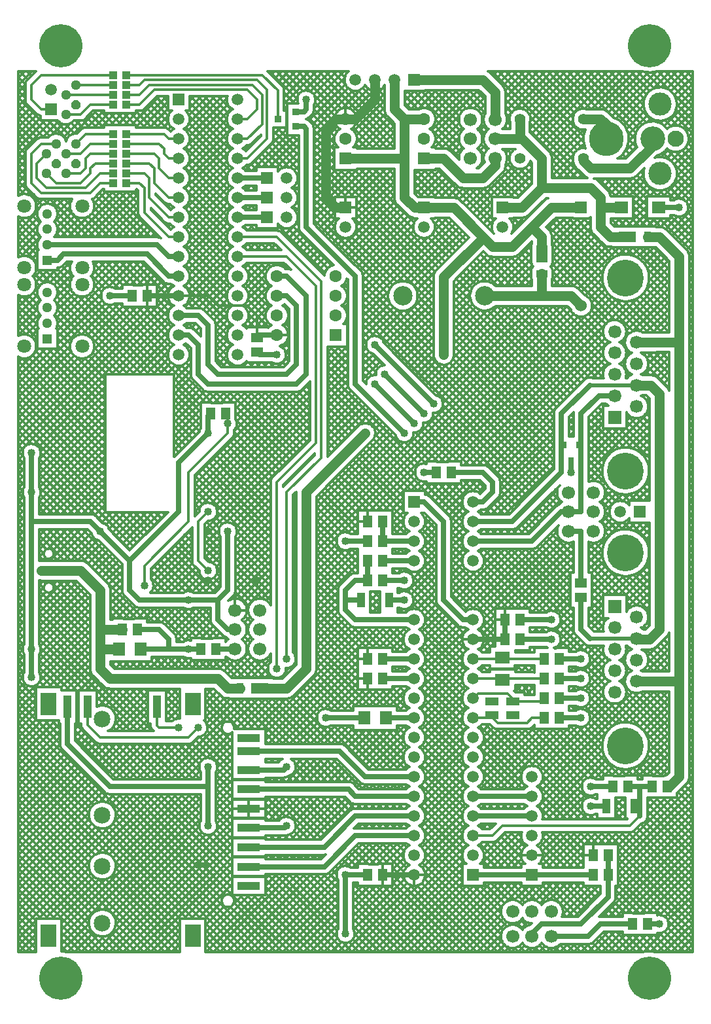
<source format=gbr>
G04 DipTrace 2.1.0.5*
%INTop.gbr*%
%MOIN*%
%ADD10C,0.0098*%
%ADD11C,0.0055*%
%ADD12C,0.003*%
%ADD13C,0.05*%
%ADD14C,0.025*%
%ADD15C,0.0125*%
%ADD16C,0.02*%
%ADD17C,0.1*%
%ADD18C,0.01*%
%ADD19C,0.0013*%
%ADD20C,0.15*%
%ADD21C,0.0039*%
%ADD22R,0.0591X0.0591*%
%ADD23C,0.0591*%
%ADD24R,0.0512X0.0591*%
%ADD25R,0.0591X0.0512*%
%ADD26R,0.063X0.0709*%
%ADD27C,0.0984*%
%ADD28R,0.0665X0.0665*%
%ADD29C,0.0665*%
%ADD30C,0.1874*%
%ADD31R,0.0394X0.0748*%
%ADD32R,0.0866X0.0551*%
%ADD33R,0.0354X0.0551*%
%ADD34C,0.0591*%
%ADD35C,0.0512*%
%ADD36R,0.0886X0.0197*%
%ADD37R,0.1378X0.0807*%
%ADD38R,0.1535X0.0807*%
%ADD39R,0.1181X0.0433*%
%ADD40R,0.0787X0.1181*%
%ADD41R,0.0394X0.1181*%
%ADD42R,0.165X0.0701*%
%ADD43R,0.1732X0.1358*%
%ADD44C,0.085*%
%ADD45C,0.0079*%
%ADD46R,0.063X0.063*%
%ADD47C,0.063*%
%ADD48C,0.22*%
%ADD49R,0.0374X0.0354*%
%ADD50R,0.0433X0.0394*%
%ADD51C,0.06*%
%ADD52R,0.0512X0.0512*%
%ADD53C,0.0709*%
%ADD54R,0.0748X0.0591*%
%ADD55C,0.063*%
%ADD56C,0.0669*%
%ADD57R,0.0315X0.0512*%
%ADD58R,0.0512X0.0315*%
%ADD59R,0.0512X0.0236*%
%ADD60C,0.0142*%
%ADD61R,0.0315X0.0217*%
%ADD62R,0.0138X0.0571*%
%ADD63R,0.0315X0.0354*%
%ADD64R,0.0669X0.0598*%
%ADD65C,0.0551*%
%ADD66C,0.0827*%
%ADD67C,0.1181*%
%ADD68C,0.126*%
%ADD69C,0.1772*%
%ADD70R,0.0669X0.0394*%
%ADD71C,0.04*%
%ADD72C,0.0191*%
%ADD73C,0.0354*%
%ADD74C,0.0394*%
%ADD75C,0.0429*%
%ADD76C,0.1283*%
%ADD77C,0.0469*%
%ADD78C,0.13*%
%ADD79C,0.038*%
%ADD80C,0.0315*%
%ADD81C,0.0276*%
%ADD82C,0.0906*%
%ADD83C,0.1181*%
%ADD84C,0.0479*%
%ADD85C,0.0321*%
%ADD86R,0.0748X0.0472*%
%ADD87R,0.0591X0.0315*%
%ADD88C,0.185*%
%ADD89C,0.1693*%
%ADD90C,0.1339*%
%ADD91C,0.1102*%
%ADD92C,0.0906*%
%ADD93C,0.0748*%
%ADD94C,0.0472*%
%ADD95R,0.0748X0.0677*%
%ADD96R,0.0591X0.052*%
%ADD97R,0.0394X0.0433*%
%ADD98R,0.0236X0.0276*%
%ADD99R,0.0217X0.065*%
%ADD100R,0.0059X0.0492*%
%ADD101R,0.0394X0.0295*%
%ADD102R,0.0236X0.0138*%
%ADD103R,0.0433X0.0157*%
%ADD104R,0.0591X0.0394*%
%ADD105R,0.0433X0.0236*%
%ADD106R,0.0394X0.0591*%
%ADD107R,0.0236X0.0433*%
%ADD108C,0.0748*%
%ADD109C,0.0551*%
%ADD110R,0.0827X0.0669*%
%ADD111R,0.0669X0.0512*%
%ADD112C,0.0787*%
%ADD113R,0.0433X0.0433*%
%ADD114C,0.0679*%
%ADD115C,0.0521*%
%ADD116R,0.0512X0.0472*%
%ADD117R,0.0354X0.0315*%
%ADD118R,0.0453X0.0433*%
%ADD119R,0.0295X0.0276*%
%ADD120C,0.2279*%
%ADD121C,0.2121*%
%ADD122C,0.0709*%
%ADD123R,0.0709X0.0709*%
%ADD124R,0.0551X0.0551*%
%ADD125C,0.0929*%
%ADD126C,0.0772*%
%ADD127R,0.1811X0.1437*%
%ADD128R,0.1654X0.128*%
%ADD129R,0.1728X0.078*%
%ADD130R,0.1571X0.0622*%
%ADD131R,0.0472X0.126*%
%ADD132R,0.0315X0.1102*%
%ADD133R,0.0866X0.126*%
%ADD134R,0.0709X0.1102*%
%ADD135R,0.126X0.0512*%
%ADD136R,0.1102X0.0354*%
%ADD137R,0.1614X0.0886*%
%ADD138R,0.1457X0.0728*%
%ADD139R,0.1457X0.0886*%
%ADD140R,0.1299X0.0728*%
%ADD141R,0.0965X0.0276*%
%ADD142R,0.0807X0.0118*%
%ADD143C,0.0433*%
%ADD144C,0.0669*%
%ADD145C,0.0512*%
%ADD146R,0.0433X0.063*%
%ADD147R,0.0276X0.0472*%
%ADD148R,0.0945X0.063*%
%ADD149R,0.0787X0.0472*%
%ADD150R,0.0472X0.0827*%
%ADD151R,0.0315X0.0669*%
%ADD152C,0.1953*%
%ADD153C,0.1795*%
%ADD154C,0.0744*%
%ADD155C,0.0587*%
%ADD156R,0.0744X0.0744*%
%ADD157R,0.0587X0.0587*%
%ADD158C,0.1063*%
%ADD159R,0.0709X0.0787*%
%ADD160R,0.0551X0.063*%
%ADD161R,0.0669X0.0591*%
%ADD162R,0.0512X0.0433*%
%ADD163R,0.0591X0.0669*%
%ADD164R,0.0433X0.0512*%
%ADD165R,0.0669X0.0669*%
%ADD166C,0.0093*%
%ADD167C,0.0077*%
%ADD168C,0.0154*%
%ADD169C,0.0124*%
%FSLAX44Y44*%
%SFA1B1*%
%OFA0B0*%
G04*
G70*
G90*
G75*
G01*
%LNTop*%
%LPD*%
X21000Y43000D2*
D13*
X22000D1*
X23000Y42000D1*
X24000D1*
X23500D1*
X24630Y43016D2*
Y42630D1*
X24000Y42000D1*
X23500Y18500D2*
D14*
X25126D1*
Y19500D2*
Y18500D1*
X18500Y47000D2*
D13*
Y46000D1*
X17500Y45000D1*
X17000D1*
X16500D1*
X16000Y44500D1*
Y41000D1*
X16500Y40500D1*
X16992D1*
X17000Y40492D1*
X20500Y6500D2*
D14*
X18874D1*
X6874Y36000D2*
X8500D1*
X10000Y24000D2*
D15*
Y24250D1*
Y21500D2*
Y21250D1*
X12500Y21500D2*
Y21250D1*
X9500Y7000D2*
D14*
X10000D1*
X13500Y34000D2*
X12626D1*
X12500Y33874D1*
X8500Y36000D2*
D15*
X10000D1*
X10500Y35500D1*
X12000D1*
X12500Y35000D1*
Y33874D1*
X1000Y16567D2*
D14*
Y18000D1*
Y19750D1*
Y19500D1*
Y19750D2*
Y24500D1*
Y26000D1*
Y28000D1*
X4500Y24000D2*
X4000Y24500D1*
X1000D1*
X9000Y20500D2*
X6500D1*
X6000Y21000D1*
Y22500D1*
X8500Y25000D1*
Y27500D1*
X10000Y29000D1*
X6000Y22500D2*
X4500Y24000D1*
X10000Y29000D2*
Y29874D1*
X10126Y30000D1*
X11000Y24000D2*
Y21000D1*
X10500Y20500D1*
X9000D1*
X11370Y19000D2*
X11000D1*
X10500Y19500D1*
Y20500D1*
X19500Y47000D2*
D13*
Y45500D1*
X20000Y45000D1*
X21000Y40492D2*
X20508D1*
X20000Y41000D1*
Y43000D1*
Y45000D1*
X21000D1*
X17000Y43000D2*
X20000D1*
X27000Y38130D2*
Y39000D1*
X26500Y39500D1*
X21000Y40492D2*
X22508D1*
X24016Y38984D1*
X24500Y38500D1*
X25500D1*
X27500Y40500D1*
X29000D1*
X12630Y16000D2*
X14000D1*
X15000Y17000D1*
Y23604D1*
Y26000D1*
X18000Y29000D1*
X22000Y33000D2*
Y36969D1*
X24016Y38984D1*
X18126Y23500D2*
D14*
X17000D1*
X15000D2*
Y23604D1*
X31374Y11000D2*
X32000D1*
X32626D1*
X32000D2*
Y9500D1*
Y10000D1*
X31709D1*
X23500Y8500D2*
D15*
X24500D1*
X25000Y9000D1*
X31500D1*
X32000Y9500D1*
X31829Y33636D2*
D13*
X34000D1*
Y38000D1*
X33000Y39000D1*
X32374D1*
X33374Y11000D2*
X33500D1*
X34000Y11500D1*
Y16364D1*
Y33636D1*
X31829Y16364D2*
X34000D1*
X18126Y22500D2*
D14*
Y21500D1*
X17500D1*
X17000Y21000D1*
Y20500D1*
Y20000D1*
X17500Y19500D1*
X20500D1*
X17791Y20500D2*
X17000D1*
X20500Y25500D2*
X21000D1*
X22000Y24500D1*
Y20500D1*
X23000Y19500D1*
X23500D1*
X31829Y31455D2*
D13*
X32545D1*
X33000Y31000D1*
Y19000D1*
X32500Y18500D1*
X31874D1*
X31829Y18545D1*
D16*
X29455D1*
D14*
X29000Y19000D1*
Y20626D1*
X31829Y31455D2*
D16*
X29455D1*
D14*
X28000Y30000D1*
Y28394D1*
Y27000D1*
X25500Y24500D1*
X23500D1*
X28126Y28394D2*
X28000D1*
X30711Y30909D2*
X29909D1*
X29000Y30000D1*
Y28394D1*
Y25000D1*
X28370D1*
X23500Y23500D2*
X26500D1*
X28000Y25000D1*
X28370D1*
X28874Y28394D2*
X29000D1*
X27874Y17500D2*
X29000D1*
X27874Y16500D2*
X29000D1*
X27874Y15500D2*
X29000D1*
X27874Y14500D2*
X29000D1*
X17949D2*
X16000D1*
X6126Y36000D2*
X5000D1*
X32945Y40500D2*
X34000D1*
X28500Y27606D2*
Y27000D1*
X18874Y21500D2*
X20000D1*
X19209Y20500D2*
X20000D1*
X21626Y27000D2*
X21000D1*
X12063Y8892D2*
X13892D1*
X14000Y9000D1*
X17000Y6500D2*
X18126D1*
X12063Y11844D2*
X13844D1*
X14000Y12000D1*
X10000D2*
Y11000D1*
Y9000D1*
X17000Y6500D2*
Y3500D1*
X14463Y45374D2*
X14874D1*
X15000Y45500D1*
Y46000D1*
X6374Y19000D2*
X7500D1*
X8000Y18500D1*
Y18000D1*
X6551D1*
X9626D2*
X9000D1*
X8000D1*
X2831Y15063D2*
Y13169D1*
X5000Y11000D1*
X10000D1*
X30291Y10000D2*
X29500D1*
X30626Y11000D2*
X29500D1*
X25874Y18500D2*
X27500D1*
X25874Y19500D2*
X27500D1*
X16500Y37000D2*
D3*
X12500Y33126D2*
X12626Y33000D1*
X13500D1*
X32374Y4000D2*
X33000D1*
X8500Y44000D2*
D15*
X8000D1*
X7750Y44250D1*
X5835D1*
X8500Y43000D2*
X8000D1*
X7750Y43250D1*
Y43500D1*
X7500Y43750D1*
X5835D1*
X8500Y42000D2*
X8000D1*
X7500Y42500D1*
Y43000D1*
X7250Y43250D1*
X5835D1*
X20000Y29000D2*
D14*
X17500Y31500D1*
Y37000D1*
X15000Y39500D1*
Y44500D1*
X14874Y44626D1*
X14463D1*
X8500Y39000D2*
D15*
X8000D1*
X6750Y40250D1*
Y41500D1*
X6500Y41750D1*
X5835D1*
X8500Y40000D2*
X8000D1*
X7000Y41000D1*
Y42000D1*
X6750Y42250D1*
X5835D1*
X8500Y41000D2*
X8000D1*
X7250Y41750D1*
Y42500D1*
X7000Y42750D1*
X5835D1*
Y46750D2*
X6500D1*
X6750Y47000D1*
X12500D1*
X13000Y46500D1*
Y44000D1*
X12000Y43000D1*
X11500D1*
X5835Y46250D2*
X6500D1*
X7000Y46750D1*
X12250D1*
X12750Y46250D1*
Y44750D1*
X12000Y44000D1*
X11500D1*
Y45000D2*
X12000D1*
X12500Y45500D1*
Y46000D1*
X12000Y46500D1*
X7250D1*
X6500Y45750D1*
X5835D1*
X2750Y42250D2*
X3500D1*
X3750Y42500D1*
Y43000D1*
X4000Y43250D1*
X5165D1*
X5835Y47250D2*
X12750D1*
X13537Y46463D1*
Y45000D1*
X20500Y23500D2*
D14*
X18874D1*
Y24500D2*
Y23500D1*
X10374Y18000D2*
X11354D1*
X11370Y18016D1*
X29114Y42996D2*
D13*
Y42886D1*
X29500Y42500D1*
X31500D1*
X32638Y43638D1*
Y44000D1*
X24630Y44984D2*
Y46370D1*
X24000Y47000D1*
X20500D1*
X1500Y22000D2*
X3500D1*
X4500Y21000D1*
Y19000D1*
Y18000D1*
Y17000D1*
X5000Y16500D1*
X10500D1*
X11000Y16000D1*
X11626D1*
X5626Y19000D2*
X4500D1*
X5449Y18000D2*
X4500D1*
X20500Y22500D2*
D14*
X18874D1*
X2000Y45500D2*
D15*
X1500D1*
X1000Y46000D1*
Y46750D1*
X1500Y47250D1*
X5165D1*
X29000Y21374D2*
D14*
Y24016D1*
X28370D1*
X30276Y44000D2*
D13*
Y44724D1*
X30000Y45000D1*
X29118D1*
X29114Y45004D1*
X2750Y45250D2*
D15*
X3500D1*
X4000Y45750D1*
X5165D1*
X2750Y46250D2*
X5165D1*
X3250Y46750D2*
X5165D1*
X2250Y43750D2*
X1500D1*
X1000Y43250D1*
Y41750D1*
X1500Y41250D1*
X4000D1*
X4500Y41750D1*
X5165D1*
X1750Y43250D2*
X1250Y42750D1*
Y42000D1*
X1750Y41500D1*
X3750D1*
X4500Y42250D1*
X5165D1*
X1750D2*
X2250Y41750D1*
X3500D1*
X4000Y42250D1*
Y42500D1*
X4250Y42750D1*
X5165D1*
X3250Y43750D2*
X3750Y44250D1*
X5165D1*
X2750Y43250D2*
X3500D1*
X4000Y43750D1*
X5165D1*
X29000Y35500D2*
D13*
X28500Y36000D1*
X27000D1*
X24087D1*
X27000Y37126D2*
Y36000D1*
X25886Y45004D2*
Y44000D1*
X24630D1*
X25886D2*
X26000D1*
X27000Y43000D1*
Y41500D1*
X26000Y40500D1*
X25008D1*
X25000Y40492D1*
X31370Y39000D2*
X30500D1*
X30000Y39500D1*
Y40500D1*
Y41000D1*
X29500Y41500D1*
X27000D1*
X31055Y40500D2*
X30000D1*
X23500Y25500D2*
D14*
X24000D1*
X24500Y26000D1*
Y26500D1*
X24000Y27000D1*
X22374D1*
X30374Y7500D2*
Y6500D1*
X26500Y3370D2*
Y3500D1*
X27000Y4000D1*
X29000D1*
X30374Y5374D1*
Y6500D1*
X27484Y3370D2*
X29370D1*
X30000Y4000D1*
X31626D1*
X23500Y14500D2*
D15*
X24323D1*
X24469Y14646D1*
X27126Y14500D2*
X26500D1*
X26250Y14250D1*
X24750D1*
X24500Y14500D1*
Y14614D1*
X24469Y14646D1*
X23500Y15500D2*
X23750Y15750D1*
X25250D1*
X25500Y15500D1*
Y15386D1*
X25531Y15354D1*
X26980D1*
X27126Y15500D1*
X23500Y10500D2*
D14*
X26500D1*
X23500Y9500D2*
X26500D1*
X10000Y25000D2*
D15*
X9500Y24500D1*
Y22500D1*
X10000Y22000D1*
X26500Y6500D2*
D14*
X23500D1*
X21500Y30500D2*
X18500Y33500D1*
X26500Y6500D2*
X29626D1*
X11000Y29500D2*
D15*
Y29000D1*
X9000Y27000D1*
Y24500D1*
X6750Y22250D1*
Y21250D1*
X11000Y29500D2*
Y29874D1*
X10874Y30000D1*
X13500Y36000D2*
D14*
X14000D1*
X14500Y35500D1*
Y32500D1*
X14000Y32000D1*
X10500D1*
X10000Y32500D1*
Y34500D1*
X9500Y35000D1*
X8500D1*
X18874Y17500D2*
X20500D1*
Y29500D2*
X18500Y31500D1*
X7378Y15063D2*
D15*
Y14122D1*
X7500Y14000D1*
X8500D1*
X13500Y17000D2*
Y26500D1*
X15500Y28500D1*
Y36500D1*
X14000Y38000D1*
X11500D1*
X12063Y6923D2*
D14*
X15923D1*
X17500Y8500D1*
X20500D1*
X12063Y12799D2*
X16701D1*
X18000Y11500D1*
X20500D1*
X12063Y7907D2*
X15907D1*
X17500Y9500D1*
X20500D1*
X12063Y10860D2*
X17140D1*
X17500Y10500D1*
X20500D1*
X3854Y15063D2*
D15*
Y14146D1*
X4500Y13500D1*
X9000D1*
X9500Y14000D1*
X14000Y17500D2*
Y26000D1*
X15750Y27750D1*
Y36750D1*
X13500Y39000D1*
X11500D1*
X13500Y37000D2*
D14*
X14000D1*
X15000Y36000D1*
Y32000D1*
X14500Y31500D1*
X10000D1*
X9500Y32000D1*
Y33500D1*
X9000Y34000D1*
X8500D1*
X18874Y16500D2*
X20500D1*
X21000Y30000D2*
X19000Y32000D1*
X23500Y16500D2*
D15*
X24929D1*
X25000Y16429D1*
X27126Y16500D2*
X25071D1*
X25000Y16429D1*
X23500Y17500D2*
X24929D1*
X25000Y17571D1*
X27126Y17500D2*
X25071D1*
X25000Y17571D1*
X1800Y37819D2*
D14*
X2319D1*
X2625Y38125D1*
X6875D1*
X8000Y37000D1*
X8500D1*
X1800Y38606D2*
X7394D1*
X8000Y38000D1*
X8500D1*
X20500Y14500D2*
X19051D1*
X11500Y40000D2*
X13000D1*
X11500Y41000D2*
X13000D1*
X11500Y42000D2*
X13000D1*
D71*
X10000Y24000D3*
Y21500D3*
X12500D3*
X9500Y7000D3*
X1000Y16567D3*
Y28000D3*
Y18000D3*
Y26000D3*
X4500Y24000D3*
X9000Y20500D3*
X10000Y29000D3*
X4500Y24000D3*
X11000D3*
X9000Y20500D3*
X18000Y29000D3*
X22000Y33000D3*
X17000Y23500D3*
X15000D3*
X29000Y17500D3*
Y16500D3*
Y15500D3*
Y14500D3*
X16000D3*
X5000Y36000D3*
X34000Y40500D3*
X28500Y27000D3*
X20000Y21500D3*
Y20500D3*
X21000Y27000D3*
X14000Y9000D3*
X17000Y6500D3*
X14000Y12000D3*
X10000D3*
Y9000D3*
X17000Y3500D3*
Y6500D3*
X15000Y46000D3*
X9000Y18000D3*
X29500Y10000D3*
Y11000D3*
X27500Y18500D3*
Y19500D3*
X13500Y33000D3*
X33000Y4000D3*
X20000Y29000D3*
X1500Y22000D3*
X10000Y25000D3*
Y22000D3*
X21500Y30500D3*
X18500Y33500D3*
X11000Y29500D3*
X6750Y21250D3*
X11000Y29500D3*
X20500D3*
X18500Y31500D3*
X8500Y14000D3*
X13500Y17000D3*
X9500Y14000D3*
X14000Y17500D3*
X21000Y30000D3*
X19000Y32000D3*
X657Y47429D2*
D15*
X321Y47093D1*
X1011Y47429D2*
X321Y46739D1*
X666Y46731D2*
X321Y46385D1*
X666Y46377D2*
X321Y46032D1*
X666Y46023D2*
X321Y45679D1*
X760Y45764D2*
X321Y45324D1*
X937Y45587D2*
X321Y44971D1*
X1114Y45410D2*
X321Y44618D1*
X1292Y45235D2*
X321Y44264D1*
X1434Y45024D2*
X321Y43910D1*
X1698Y44934D2*
X321Y43557D1*
X2051Y44934D2*
X321Y43204D1*
X2361Y44890D2*
X1555Y44084D1*
X666Y43195D2*
X321Y42850D1*
X2575Y44750D2*
X2064Y44239D1*
X666Y42841D2*
X321Y42496D1*
X2942Y44764D2*
X2427Y44248D1*
X666Y42488D2*
X321Y42143D1*
X3448Y44916D2*
X2641Y44109D1*
X666Y42134D2*
X321Y41789D1*
X4301Y45416D2*
X3152Y44266D1*
X666Y41781D2*
X321Y41436D1*
X4655Y45416D2*
X3823Y44584D1*
X756Y41517D2*
X392Y41154D1*
X4874Y45282D2*
X4177Y44584D1*
X933Y41340D2*
X775Y41183D1*
X5228Y45282D2*
X4530Y44584D1*
X1110Y41163D2*
X1013Y41066D1*
X5581Y45282D2*
X5018Y44718D1*
X1288Y40988D2*
X1173Y40873D1*
X5935Y45282D2*
X5371Y44718D1*
X1569Y40916D2*
X1245Y40591D1*
X603Y39949D2*
X321Y39667D1*
X6422Y45416D2*
X5725Y44718D1*
X1923Y40916D2*
X1704Y40698D1*
X1284Y40277D2*
X321Y39314D1*
X7526Y46166D2*
X6078Y44718D1*
X2277Y40916D2*
X2022Y40662D1*
X1319Y39959D2*
X321Y38960D1*
X7880Y46166D2*
X6323Y44609D1*
X2630Y40916D2*
X2220Y40506D1*
X1325Y39611D2*
X321Y38607D1*
X7933Y45866D2*
X6651Y44584D1*
X2984Y40916D2*
X2323Y40256D1*
X1297Y39230D2*
X321Y38253D1*
X7933Y45512D2*
X7005Y44584D1*
X2948Y40527D2*
X2182Y39761D1*
X1433Y39012D2*
X444Y38023D1*
X7973Y45199D2*
X7359Y44584D1*
X3031Y40256D2*
X2309Y39535D1*
X1281Y38506D2*
X800Y38025D1*
X9294Y46166D2*
X9067Y45939D1*
X7957Y44829D2*
X7712Y44584D1*
X3198Y40070D2*
X2233Y39105D1*
X1272Y38144D2*
X1029Y37901D1*
X9647Y46166D2*
X9067Y45585D1*
X8088Y44606D2*
X7979Y44497D1*
X4764Y41282D2*
X4185Y40703D1*
X3442Y39961D2*
X2485Y39003D1*
X1272Y37791D2*
X1184Y37702D1*
X10001Y46166D2*
X9034Y45199D1*
X5117Y41282D2*
X4120Y40285D1*
X3862Y40027D2*
X2838Y39003D1*
X1272Y37437D2*
X1244Y37409D1*
X10354Y46166D2*
X9045Y44856D1*
X5471Y41282D2*
X3192Y39003D1*
X1481Y37292D2*
X1130Y36941D1*
X10708Y46166D2*
X8923Y44381D1*
X5824Y41282D2*
X3545Y39003D1*
X1835Y37292D2*
X1235Y36693D1*
X502Y35960D2*
X321Y35778D1*
X10936Y46040D2*
X9048Y44152D1*
X6178Y41282D2*
X3899Y39003D1*
X2188Y37292D2*
X1507Y36611D1*
X1369Y36473D2*
X1148Y36252D1*
X942Y36047D2*
X321Y35425D1*
X10992Y45743D2*
X9006Y43757D1*
X6417Y41168D2*
X4253Y39003D1*
X2978Y37729D2*
X1941Y36691D1*
X1290Y36041D2*
X321Y35071D1*
X11151Y45548D2*
X8951Y43348D1*
X6417Y40814D2*
X4606Y39003D1*
X2950Y37348D2*
X2167Y36564D1*
X1416Y35813D2*
X321Y34718D1*
X13385Y47429D2*
X13217Y47261D1*
X10933Y44977D2*
X9059Y43102D1*
X6417Y40460D2*
X4960Y39003D1*
X3042Y37085D2*
X2302Y36346D1*
X1277Y35320D2*
X321Y34364D1*
X13739Y47429D2*
X13394Y47084D1*
X11013Y44703D2*
X8796Y42486D1*
X6438Y40128D2*
X5313Y39003D1*
X2950Y36640D2*
X2276Y35966D1*
X1380Y35070D2*
X321Y34011D1*
X14092Y47429D2*
X13571Y46907D1*
X11187Y44524D2*
X8976Y42312D1*
X6594Y39930D2*
X5667Y39003D1*
X4392Y37729D2*
X4190Y37527D1*
X2993Y36330D2*
X2280Y35617D1*
X1272Y34609D2*
X709Y34045D1*
X14446Y47429D2*
X13747Y46730D1*
X10939Y43921D2*
X9066Y42048D1*
X6771Y39753D2*
X6020Y39003D1*
X4746Y37729D2*
X4041Y37024D1*
X3137Y36120D2*
X2316Y35299D1*
X1272Y34255D2*
X967Y33950D1*
X14799Y47429D2*
X13870Y46500D1*
X11038Y43667D2*
X8834Y41463D1*
X8037Y40666D2*
X7923Y40553D1*
X6947Y39577D2*
X6374Y39003D1*
X5099Y37729D2*
X4161Y36791D1*
X3355Y35984D2*
X2253Y34882D1*
X1272Y33902D2*
X1144Y33773D1*
X15153Y47429D2*
X13872Y46147D1*
X11226Y43502D2*
X11192Y43468D1*
X11032Y43308D2*
X8999Y41275D1*
X8225Y40501D2*
X8192Y40468D1*
X7124Y39400D2*
X6727Y39003D1*
X5453Y37729D2*
X4185Y36461D1*
X3687Y35962D2*
X2327Y34603D1*
X1272Y33548D2*
X1238Y33514D1*
X529Y32805D2*
X321Y32596D1*
X15506Y47429D2*
X13872Y45794D1*
X10947Y42869D2*
X9066Y40988D1*
X7301Y39223D2*
X7081Y39003D1*
X5807Y37729D2*
X2327Y34250D1*
X1369Y33291D2*
X321Y32243D1*
X15860Y47429D2*
X14885Y46454D1*
X14546Y46115D2*
X14254Y45823D1*
X14005Y45573D2*
X13880Y45449D1*
X12128Y43696D2*
X11868Y43436D1*
X11064Y42633D2*
X8867Y40435D1*
X8065Y39633D2*
X7954Y39522D1*
X7478Y39046D2*
X7433Y39002D1*
X6160Y37729D2*
X4886Y36455D1*
X4546Y36114D2*
X2327Y33896D1*
X1723Y33291D2*
X321Y31889D1*
X16214Y47429D2*
X15210Y46425D1*
X10968Y42183D2*
X9019Y40234D1*
X6514Y37729D2*
X5210Y36425D1*
X4575Y35790D2*
X2327Y33542D1*
X2076Y33291D2*
X321Y31536D1*
X16567Y47429D2*
X15398Y46259D1*
X13690Y44551D2*
X13333Y44195D1*
X10959Y41821D2*
X9060Y39922D1*
X6787Y37649D2*
X5705Y36567D1*
X5599Y36461D2*
X5534Y36396D1*
X4740Y35602D2*
X321Y31182D1*
X16921Y47429D2*
X15470Y45978D1*
X14005Y44513D2*
X11900Y42408D1*
X11093Y41601D2*
X8898Y39406D1*
X6964Y37472D2*
X6059Y36567D1*
X5022Y35530D2*
X3541Y34049D1*
X2948Y33456D2*
X321Y30829D1*
X16943Y47098D2*
X15396Y45551D1*
X14024Y44178D2*
X12242Y42396D1*
X10944Y41099D2*
X9037Y39191D1*
X7141Y37295D2*
X6413Y36567D1*
X5449Y35603D2*
X3840Y33994D1*
X3003Y33157D2*
X321Y30475D1*
X16977Y46777D2*
X15131Y44932D1*
X14377Y44178D2*
X12765Y42566D1*
X10976Y40777D2*
X9041Y38842D1*
X7317Y37118D2*
X6766Y36567D1*
X5633Y35433D2*
X4043Y33844D1*
X3153Y32954D2*
X321Y30122D1*
X17124Y46572D2*
X15308Y44755D1*
X14604Y44051D2*
X13119Y42566D1*
X12157Y41604D2*
X11949Y41397D1*
X11124Y40571D2*
X8929Y38376D1*
X7494Y36942D2*
X7120Y36567D1*
X5986Y35433D2*
X4170Y33617D1*
X3380Y32827D2*
X321Y29768D1*
X17356Y46450D2*
X15396Y44490D1*
X14604Y43698D2*
X13473Y42566D1*
X12433Y41527D2*
X12303Y41397D1*
X10934Y40028D2*
X9050Y38144D1*
X7671Y36765D2*
X7401Y36495D1*
X6340Y35433D2*
X4174Y33268D1*
X3728Y32822D2*
X321Y29414D1*
X17765Y46505D2*
X16811Y45551D1*
X16449Y45189D2*
X15396Y44137D1*
X14604Y43344D2*
X13775Y42515D1*
X10995Y39735D2*
X8994Y37734D1*
X7880Y36620D2*
X7401Y36142D1*
X6693Y35433D2*
X321Y29061D1*
X18157Y46544D2*
X17175Y45562D1*
X16438Y44825D2*
X15396Y43783D1*
X14604Y42991D2*
X14159Y42546D1*
X12217Y40604D2*
X12010Y40397D1*
X11158Y39545D2*
X8955Y37342D1*
X8157Y36544D2*
X7401Y35788D1*
X7047Y35433D2*
X321Y28707D1*
X18407Y46441D2*
X17400Y45433D1*
X16566Y44600D2*
X15396Y43430D1*
X14604Y42637D2*
X14387Y42420D1*
X12433Y40466D2*
X12364Y40397D1*
X10934Y38968D2*
X9060Y37093D1*
X7933Y35966D2*
X321Y28354D1*
X18979Y46659D2*
X17544Y45224D1*
X16426Y44105D2*
X15396Y43076D1*
X14604Y42283D2*
X14529Y42209D1*
X11925Y39604D2*
X11803Y39482D1*
X11017Y38697D2*
X8803Y36483D1*
X8018Y35697D2*
X321Y28000D1*
X18979Y46305D2*
X17576Y44902D1*
X16455Y43781D2*
X15396Y42722D1*
X14604Y41930D2*
X14551Y41877D1*
X12278Y39604D2*
X12007Y39333D1*
X11194Y38520D2*
X8980Y36306D1*
X8193Y35519D2*
X1129Y28455D1*
X545Y27871D2*
X321Y27647D1*
X18979Y45952D2*
X17431Y44403D1*
X16415Y43387D2*
X15396Y42369D1*
X14604Y41576D2*
X14417Y41390D1*
X12461Y39433D2*
X12361Y39333D1*
X10939Y37911D2*
X9066Y36038D1*
X7939Y34911D2*
X5049Y32022D1*
X4729Y31702D2*
X1350Y28322D1*
X604Y27577D2*
X321Y27293D1*
X18979Y45598D2*
X17561Y44179D1*
X16415Y43033D2*
X15396Y42015D1*
X14604Y41223D2*
X14544Y41163D1*
X12814Y39433D2*
X12714Y39333D1*
X12048Y38666D2*
X11839Y38458D1*
X11042Y37661D2*
X8839Y35458D1*
X8042Y34661D2*
X5403Y32022D1*
X4729Y31348D2*
X1466Y28084D1*
X604Y27223D2*
X321Y26940D1*
X20168Y46434D2*
X20022Y46287D1*
X19022Y45287D2*
X17554Y43819D1*
X16415Y42680D2*
X15396Y41662D1*
X14604Y40869D2*
X14519Y40785D1*
X13168Y39433D2*
X13068Y39333D1*
X12401Y38666D2*
X12068Y38333D1*
X11013Y37279D2*
X9130Y35396D1*
X8013Y34279D2*
X5757Y32022D1*
X4729Y30995D2*
X1397Y27662D1*
X604Y26869D2*
X321Y26586D1*
X20522Y46434D2*
X20022Y45933D1*
X19173Y45084D2*
X17609Y43521D1*
X16502Y42413D2*
X15396Y41308D1*
X14604Y40516D2*
X14445Y40357D1*
X13644Y39556D2*
X13421Y39333D1*
X12755Y38666D2*
X12422Y38333D1*
X10950Y36861D2*
X9484Y35396D1*
X7949Y33860D2*
X6110Y32022D1*
X4729Y30641D2*
X1397Y27308D1*
X604Y26516D2*
X321Y26232D1*
X20875Y46434D2*
X20092Y45650D1*
X19349Y44908D2*
X17962Y43521D1*
X16855Y42413D2*
X15396Y40955D1*
X14604Y40162D2*
X14557Y40116D1*
X13886Y39444D2*
X13707Y39266D1*
X13108Y38666D2*
X12775Y38333D1*
X12108Y37667D2*
X11873Y37432D1*
X11068Y36627D2*
X9752Y35310D1*
X9045Y34603D2*
X8874Y34432D1*
X8069Y33627D2*
X6464Y32022D1*
X4729Y30288D2*
X1397Y26955D1*
X542Y26100D2*
X321Y25879D1*
X21274Y46479D2*
X20317Y45522D1*
X19479Y44684D2*
X18316Y43521D1*
X17209Y42413D2*
X15396Y40601D1*
X14604Y39809D2*
X13887Y39092D1*
X13409Y38614D2*
X13129Y38333D1*
X12462Y37667D2*
X12022Y37227D1*
X10962Y36167D2*
X9930Y35135D1*
X9366Y34570D2*
X9161Y34366D1*
X7962Y33167D2*
X6817Y32022D1*
X4729Y29934D2*
X1397Y26601D1*
X578Y25782D2*
X321Y25525D1*
X21628Y46479D2*
X20671Y45522D1*
X19479Y44330D2*
X18670Y43521D1*
X17627Y42478D2*
X15396Y40248D1*
X14605Y39456D2*
X14064Y38915D1*
X13586Y38437D2*
X13482Y38333D1*
X12815Y37667D2*
X12057Y36908D1*
X10962Y35813D2*
X10107Y34958D1*
X9542Y34393D2*
X9357Y34208D1*
X7962Y32814D2*
X7171Y32022D1*
X4729Y29580D2*
X1402Y26253D1*
X604Y25455D2*
X321Y25172D1*
X21982Y46479D2*
X21084Y45581D1*
X19479Y43977D2*
X19023Y43521D1*
X17981Y42478D2*
X16561Y41058D1*
X16434Y40931D2*
X15396Y39894D1*
X14719Y39216D2*
X14240Y38738D1*
X13169Y37667D2*
X11905Y36403D1*
X11097Y35595D2*
X10284Y34781D1*
X9604Y34102D2*
X9534Y34031D1*
X8968Y33465D2*
X8904Y33402D1*
X8098Y32595D2*
X7524Y32022D1*
X4729Y29227D2*
X1470Y25967D1*
X604Y25102D2*
X321Y24818D1*
X22335Y46479D2*
X21339Y45483D1*
X19479Y43623D2*
X19377Y43521D1*
X18334Y42478D2*
X16914Y41058D1*
X16434Y40578D2*
X15461Y39605D1*
X14895Y39039D2*
X14417Y38561D1*
X13523Y37667D2*
X13438Y37582D1*
X12918Y37062D2*
X12039Y36183D1*
X10941Y35085D2*
X10396Y34540D1*
X9103Y33247D2*
X9039Y33183D1*
X8317Y32461D2*
X7878Y32022D1*
X4729Y28873D2*
X1397Y25541D1*
X604Y24748D2*
X321Y24465D1*
X22689Y46479D2*
X21508Y45298D1*
X18688Y42478D2*
X17268Y41058D1*
X16434Y40224D2*
X15638Y39429D1*
X15072Y38863D2*
X14594Y38384D1*
X13866Y37657D2*
X13745Y37535D1*
X12965Y36755D2*
X12036Y35827D1*
X10980Y34770D2*
X10396Y34186D1*
X9103Y32894D2*
X9035Y32826D1*
X8674Y32464D2*
X8231Y32022D1*
X4729Y28520D2*
X1397Y25187D1*
X604Y24395D2*
X321Y24111D1*
X23042Y46479D2*
X21586Y45023D1*
X19041Y42478D2*
X17566Y41003D1*
X16489Y39926D2*
X15815Y39252D1*
X15249Y38686D2*
X14771Y38208D1*
X14043Y37480D2*
X13959Y37396D1*
X13115Y36552D2*
X11934Y35371D1*
X11129Y34566D2*
X10396Y33832D1*
X9103Y32540D2*
X8271Y31708D1*
X4729Y28166D2*
X1459Y24896D1*
X604Y24041D2*
X321Y23758D1*
X23396Y46479D2*
X21374Y44457D1*
X19395Y42478D2*
X17566Y40649D1*
X16434Y39517D2*
X15992Y39075D1*
X15426Y38509D2*
X14948Y38031D1*
X12914Y35997D2*
X12051Y35135D1*
X10934Y34018D2*
X10396Y33479D1*
X9103Y32187D2*
X8271Y31355D1*
X4729Y27813D2*
X1812Y24896D1*
X604Y23687D2*
X321Y23404D1*
X24699Y47429D2*
X24506Y47236D1*
X23749Y46479D2*
X21530Y44260D1*
X19479Y42209D2*
X17566Y40296D1*
X16502Y39231D2*
X16168Y38898D1*
X15602Y38332D2*
X15124Y37854D1*
X12984Y35714D2*
X11978Y34708D1*
X10999Y33729D2*
X10396Y33125D1*
X9128Y31858D2*
X8271Y31001D1*
X4729Y27459D2*
X2166Y24896D1*
X604Y23334D2*
X321Y23050D1*
X25052Y47429D2*
X24683Y47059D1*
X23941Y46318D2*
X23180Y45556D1*
X22798Y45174D2*
X21584Y43960D1*
X19479Y41855D2*
X17464Y39840D1*
X16669Y39045D2*
X16345Y38721D1*
X15779Y38155D2*
X15301Y37677D1*
X13150Y35526D2*
X12025Y34401D1*
X11164Y33540D2*
X10396Y32772D1*
X9279Y31655D2*
X8271Y30648D1*
X4729Y27106D2*
X2519Y24896D1*
X1727Y24103D2*
X1397Y23773D1*
X604Y22980D2*
X321Y22697D1*
X25406Y47429D2*
X24859Y46882D1*
X24108Y46131D2*
X23545Y45567D1*
X22788Y44811D2*
X21563Y43586D1*
X19479Y41502D2*
X17562Y39585D1*
X16923Y38945D2*
X16522Y38545D1*
X15956Y37979D2*
X15478Y37501D1*
X12916Y34939D2*
X12379Y34401D1*
X10934Y32957D2*
X10521Y32544D1*
X9455Y31478D2*
X8271Y30294D1*
X4729Y26752D2*
X2873Y24896D1*
X2080Y24103D2*
X1397Y23419D1*
X604Y22627D2*
X321Y22343D1*
X25760Y47429D2*
X25035Y46704D1*
X24108Y45778D2*
X23773Y45442D1*
X22912Y44582D2*
X21851Y43521D1*
X20744Y42413D2*
X20522Y42191D1*
X19479Y41148D2*
X16699Y38368D1*
X16133Y37802D2*
X15655Y37324D1*
X13883Y35552D2*
X13823Y35493D1*
X13007Y34677D2*
X12732Y34401D1*
X11021Y32691D2*
X10727Y32396D1*
X9632Y31301D2*
X8271Y29941D1*
X4729Y26398D2*
X3226Y24896D1*
X2434Y24103D2*
X1397Y23066D1*
X604Y22273D2*
X321Y21990D1*
X26113Y47429D2*
X25144Y46460D1*
X24108Y45424D2*
X23923Y45239D1*
X22772Y44087D2*
X22177Y43493D1*
X21098Y42413D2*
X20522Y41837D1*
X19507Y40822D2*
X16876Y38191D1*
X16310Y37625D2*
X16120Y37436D1*
X16064Y37380D2*
X15831Y37147D1*
X14060Y35375D2*
X13999Y35314D1*
X13186Y34501D2*
X13120Y34436D1*
X11200Y32515D2*
X11081Y32396D1*
X9825Y31141D2*
X8271Y29587D1*
X4729Y26045D2*
X3580Y24896D1*
X2788Y24103D2*
X1807Y23122D1*
X1618Y22933D2*
X1397Y22712D1*
X604Y21920D2*
X321Y21636D1*
X26467Y47429D2*
X25151Y46113D1*
X24024Y44986D2*
X23974Y44936D1*
X22807Y43770D2*
X22390Y43352D1*
X21451Y42413D2*
X20522Y41484D1*
X19648Y40610D2*
X17052Y38014D1*
X11472Y32434D2*
X11434Y32396D1*
X10142Y31104D2*
X8271Y29234D1*
X4729Y25691D2*
X3934Y24896D1*
X3141Y24103D2*
X2082Y23044D1*
X1698Y22660D2*
X1559Y22522D1*
X604Y21566D2*
X321Y21283D1*
X26820Y47429D2*
X25151Y45759D1*
X24092Y44700D2*
X23811Y44420D1*
X22950Y43558D2*
X22567Y43175D1*
X21824Y42433D2*
X20567Y41176D1*
X19824Y40433D2*
X17229Y37838D1*
X14104Y34712D2*
X13859Y34468D1*
X11991Y32599D2*
X11788Y32396D1*
X10495Y31104D2*
X9958Y30566D1*
X9599Y30207D2*
X8271Y28880D1*
X4729Y25338D2*
X4224Y24832D1*
X3495Y24103D2*
X1913Y22522D1*
X604Y21213D2*
X321Y20929D1*
X27174Y47429D2*
X25151Y45406D1*
X24252Y44507D2*
X23945Y44200D1*
X22001Y42256D2*
X20803Y41058D1*
X20001Y40256D2*
X17406Y37661D1*
X14104Y34359D2*
X14021Y34276D1*
X12345Y32599D2*
X12141Y32396D1*
X10849Y31104D2*
X10311Y30566D1*
X9599Y29854D2*
X8271Y28526D1*
X4729Y24984D2*
X4406Y24661D1*
X3840Y24095D2*
X2267Y22522D1*
X604Y20859D2*
X321Y20576D1*
X27527Y47429D2*
X25221Y45123D1*
X24027Y43928D2*
X23956Y43858D1*
X22178Y42079D2*
X21157Y41058D1*
X20181Y40082D2*
X17583Y37484D1*
X12698Y32599D2*
X12495Y32396D1*
X11202Y31104D2*
X10665Y30566D1*
X9599Y29500D2*
X8271Y28173D1*
X5077Y24979D2*
X4583Y24484D1*
X4017Y23918D2*
X2620Y22522D1*
X1578Y21479D2*
X1397Y21298D1*
X604Y20505D2*
X321Y20222D1*
X27881Y47429D2*
X25993Y45541D1*
X25349Y44896D2*
X25167Y44715D1*
X24119Y43667D2*
X23847Y43395D1*
X22354Y41902D2*
X21510Y41058D1*
X20428Y39976D2*
X17759Y37307D1*
X17104Y36651D2*
X16892Y36440D1*
X14104Y33652D2*
X13811Y33359D1*
X13056Y32604D2*
X12848Y32396D1*
X11556Y31104D2*
X11018Y30566D1*
X9538Y29086D2*
X8271Y27819D1*
X5431Y24979D2*
X4811Y24358D1*
X4141Y23689D2*
X2974Y22522D1*
X1931Y21479D2*
X1852Y21400D1*
X1608Y21156D2*
X1397Y20944D1*
X604Y20152D2*
X321Y19868D1*
X28234Y47429D2*
X26235Y45429D1*
X25365Y44559D2*
X25326Y44521D1*
X24095Y43289D2*
X23962Y43156D1*
X22531Y41726D2*
X21820Y41014D1*
X20454Y39648D2*
X17889Y37083D1*
X17104Y36298D2*
X17040Y36234D1*
X14104Y33298D2*
X13950Y33145D1*
X13355Y32550D2*
X13202Y32396D1*
X11909Y31104D2*
X11372Y30566D1*
X5784Y24979D2*
X4951Y24146D1*
X4355Y23549D2*
X3327Y22522D1*
X2285Y21479D2*
X2097Y21291D1*
X1719Y20913D2*
X1397Y20591D1*
X604Y19798D2*
X321Y19515D1*
X28588Y47429D2*
X26387Y45228D1*
X24038Y42879D2*
X23909Y42750D1*
X22718Y41558D2*
X22173Y41014D1*
X20468Y39309D2*
X17896Y36737D1*
X14104Y32945D2*
X13555Y32396D1*
X12263Y31104D2*
X11401Y30242D1*
X6138Y24979D2*
X5113Y23954D1*
X4547Y23388D2*
X3659Y22499D1*
X2638Y21479D2*
X1397Y20237D1*
X604Y19445D2*
X321Y19161D1*
X28941Y47429D2*
X26423Y44910D1*
X22991Y41478D2*
X22525Y41013D1*
X20607Y39095D2*
X17896Y36383D1*
X17104Y35591D2*
X16924Y35411D1*
X12617Y31104D2*
X11401Y29888D1*
X6492Y24979D2*
X5290Y23777D1*
X4724Y23211D2*
X3877Y22364D1*
X2992Y21479D2*
X1397Y19884D1*
X604Y19091D2*
X321Y18808D1*
X29295Y47429D2*
X26408Y44541D1*
X25344Y43478D2*
X25167Y43301D1*
X23345Y41478D2*
X22796Y40930D1*
X21838Y39972D2*
X21544Y39677D1*
X20831Y38965D2*
X17896Y36030D1*
X17104Y35237D2*
X17056Y35190D1*
X12970Y31104D2*
X11463Y29597D1*
X6845Y24979D2*
X5467Y23600D1*
X4901Y23034D2*
X4054Y22187D1*
X3312Y21446D2*
X1397Y19530D1*
X604Y18738D2*
X321Y18454D1*
X29649Y47429D2*
X26481Y44261D1*
X25361Y43141D2*
X25235Y43015D1*
X23698Y41478D2*
X22981Y40761D1*
X22192Y39972D2*
X21524Y39304D1*
X21203Y38983D2*
X17896Y35676D1*
X17104Y34884D2*
X17062Y34842D1*
X13324Y31104D2*
X11333Y29113D1*
X7199Y24979D2*
X5643Y23423D1*
X5077Y22857D2*
X4230Y22011D1*
X3489Y21269D2*
X1397Y19177D1*
X604Y18384D2*
X321Y18101D1*
X30002Y47429D2*
X26658Y44084D1*
X25373Y42800D2*
X25147Y42573D1*
X24056Y41482D2*
X23158Y40585D1*
X22415Y39842D2*
X17896Y35323D1*
X13677Y31104D2*
X9333Y26760D1*
X7552Y24979D2*
X5820Y23247D1*
X5254Y22681D2*
X4407Y21834D1*
X3666Y21092D2*
X1397Y18823D1*
X529Y17956D2*
X321Y17747D1*
X30356Y47429D2*
X26834Y43907D1*
X25516Y42589D2*
X23335Y40408D1*
X22592Y39665D2*
X19632Y36705D1*
X19208Y36281D2*
X17896Y34969D1*
X16341Y33414D2*
X16084Y33157D1*
X14031Y31104D2*
X9333Y26406D1*
X7906Y24979D2*
X5997Y23070D1*
X5431Y22504D2*
X4584Y21657D1*
X3843Y20916D2*
X1397Y18469D1*
X604Y17677D2*
X321Y17394D1*
X30709Y47429D2*
X27011Y43731D1*
X25746Y42466D2*
X23512Y40231D1*
X22769Y39488D2*
X20035Y36755D1*
X19159Y35878D2*
X17896Y34616D1*
X16695Y33414D2*
X16084Y32804D1*
X14384Y31104D2*
X9333Y26053D1*
X5604Y22323D2*
X4761Y21480D1*
X3979Y20699D2*
X1445Y18164D1*
X604Y17323D2*
X321Y17040D1*
X31063Y47429D2*
X29182Y45548D1*
X28571Y44937D2*
X27188Y43554D1*
X26447Y42812D2*
X26345Y42711D1*
X26170Y42536D2*
X24692Y41058D1*
X24433Y40799D2*
X23688Y40054D1*
X22946Y39311D2*
X20298Y36664D1*
X19250Y35616D2*
X17896Y34262D1*
X17049Y33415D2*
X16084Y32450D1*
X15166Y31532D2*
X9333Y25699D1*
X5604Y21969D2*
X4932Y21298D1*
X3979Y20345D2*
X1406Y17772D1*
X604Y16970D2*
X321Y16687D1*
X31416Y47429D2*
X29510Y45522D1*
X28669Y44681D2*
X27365Y43377D1*
X26478Y42491D2*
X25046Y41058D1*
X24433Y40445D2*
X23865Y39877D1*
X23122Y39135D2*
X20491Y36503D1*
X19410Y35422D2*
X17896Y33908D1*
X17104Y33116D2*
X16084Y32096D1*
X15166Y31178D2*
X9333Y25346D1*
X5604Y21616D2*
X5020Y21033D1*
X3979Y19992D2*
X1397Y17409D1*
X529Y16542D2*
X321Y16333D1*
X31770Y47429D2*
X29863Y45522D1*
X28858Y44517D2*
X27499Y43157D1*
X26478Y42137D2*
X25399Y41058D1*
X24433Y40092D2*
X24042Y39701D1*
X21536Y37194D2*
X20625Y36284D1*
X19630Y35288D2*
X17896Y33555D1*
X17104Y32762D2*
X16084Y31743D1*
X15166Y30825D2*
X9333Y24992D1*
X5604Y21262D2*
X5022Y20681D1*
X3979Y19638D2*
X1397Y17055D1*
X622Y16281D2*
X321Y15979D1*
X32123Y47429D2*
X30185Y45490D1*
X29153Y44459D2*
X27521Y42826D1*
X26478Y41784D2*
X25716Y41021D1*
X24621Y39926D2*
X24219Y39524D1*
X21479Y36784D2*
X20676Y35981D1*
X19932Y35237D2*
X18646Y33951D1*
X18050Y33355D2*
X17896Y33201D1*
X17104Y32409D2*
X16084Y31389D1*
X15166Y30471D2*
X10146Y25451D1*
X5610Y20916D2*
X5022Y20327D1*
X3979Y19285D2*
X1439Y16745D1*
X822Y16127D2*
X321Y15626D1*
X32428Y47380D2*
X30395Y45346D1*
X29122Y44073D2*
X27521Y42472D1*
X24443Y39394D2*
X24395Y39347D1*
X21479Y36431D2*
X18859Y33810D1*
X18189Y33141D2*
X17896Y32848D1*
X17104Y32055D2*
X16084Y31036D1*
X15166Y30118D2*
X10360Y25311D1*
X9167Y24118D2*
X7084Y22035D1*
X5742Y20693D2*
X5022Y19973D1*
X3979Y18931D2*
X1427Y16379D1*
X1188Y16140D2*
X321Y15272D1*
X32822Y47420D2*
X30572Y45170D1*
X29145Y43743D2*
X28894Y43492D1*
X28619Y43217D2*
X27521Y42119D1*
X21479Y36077D2*
X18983Y33581D1*
X18418Y33017D2*
X17896Y32494D1*
X17104Y31702D2*
X16084Y30682D1*
X15166Y29764D2*
X10467Y25065D1*
X9167Y23765D2*
X7084Y21682D1*
X5918Y20516D2*
X5022Y19620D1*
X3979Y18577D2*
X1484Y16082D1*
X1201Y15799D2*
X321Y14919D1*
X33184Y47429D2*
X30794Y45038D1*
X28590Y42835D2*
X27776Y42021D1*
X25734Y39978D2*
X25513Y39757D1*
X21479Y35723D2*
X19160Y33404D1*
X18595Y32840D2*
X17896Y32141D1*
X17124Y31369D2*
X16084Y30329D1*
X15166Y29411D2*
X9833Y24078D1*
X9167Y23411D2*
X7187Y21432D1*
X6095Y20340D2*
X5321Y19566D1*
X3979Y18224D2*
X1837Y16082D1*
X1201Y15445D2*
X321Y14565D1*
X33538Y47429D2*
X32646Y46537D1*
X32266Y46157D2*
X31009Y44900D1*
X28688Y42579D2*
X28130Y42021D1*
X26100Y39991D2*
X25562Y39453D1*
X24187Y38078D2*
X22521Y36412D1*
X21479Y35370D2*
X19337Y33228D1*
X18772Y32663D2*
X17896Y31787D1*
X17272Y31163D2*
X16084Y29975D1*
X15166Y29057D2*
X9833Y23724D1*
X9167Y23058D2*
X7182Y21073D1*
X6277Y20168D2*
X5675Y19566D1*
X3979Y17870D2*
X2191Y16082D1*
X1201Y15092D2*
X321Y14212D1*
X33891Y47429D2*
X33095Y46632D1*
X32171Y45709D2*
X31185Y44722D1*
X28861Y42398D2*
X28483Y42021D1*
X24444Y37981D2*
X22521Y36059D1*
X21479Y35016D2*
X19513Y33051D1*
X18536Y32073D2*
X18426Y31964D1*
X17449Y30986D2*
X16084Y29622D1*
X15166Y28703D2*
X10926Y24463D1*
X10537Y24074D2*
X9833Y23371D1*
X9167Y22704D2*
X7359Y20896D1*
X6566Y20104D2*
X6029Y19566D1*
X3979Y17517D2*
X2532Y16069D1*
X1201Y14738D2*
X321Y13858D1*
X34245Y47429D2*
X33379Y46563D1*
X32240Y45424D2*
X31320Y44504D1*
X29037Y42221D2*
X28837Y42021D1*
X24795Y37979D2*
X22521Y35705D1*
X21479Y34663D2*
X19690Y32874D1*
X17626Y30810D2*
X16084Y29268D1*
X13166Y26350D2*
X11231Y24415D1*
X10585Y23769D2*
X9833Y23017D1*
X9189Y22373D2*
X7712Y20896D1*
X6920Y20104D2*
X6382Y19566D1*
X3979Y17163D2*
X2740Y15924D1*
X1201Y14385D2*
X321Y13505D1*
X34598Y47429D2*
X33596Y46426D1*
X32376Y45206D2*
X31410Y44240D1*
X29224Y42054D2*
X29191Y42021D1*
X25148Y37979D2*
X23909Y36740D1*
X23346Y36176D2*
X22521Y35352D1*
X21479Y34309D2*
X19867Y32697D1*
X17802Y30633D2*
X16084Y28914D1*
X13166Y25997D2*
X11409Y24240D1*
X10604Y23435D2*
X9833Y22664D1*
X9346Y22177D2*
X8066Y20896D1*
X7273Y20104D2*
X6736Y19566D1*
X4003Y16833D2*
X3094Y15924D1*
X1528Y14358D2*
X321Y13151D1*
X34679Y47155D2*
X33761Y46237D1*
X32566Y45043D2*
X32385Y44862D1*
X31776Y44253D2*
X31428Y43905D1*
X25502Y37979D2*
X24267Y36744D1*
X23344Y35820D2*
X22522Y34998D1*
X21479Y33956D2*
X20044Y32521D1*
X17979Y30456D2*
X16084Y28561D1*
X15416Y27893D2*
X13833Y26310D1*
X13166Y25643D2*
X11466Y23943D1*
X10603Y23080D2*
X10001Y22478D1*
X9523Y22000D2*
X8419Y20896D1*
X7627Y20104D2*
X6920Y19396D1*
X4140Y16617D2*
X3448Y15924D1*
X3386Y15863D2*
X3298Y15775D1*
X1882Y14359D2*
X321Y12798D1*
X34679Y46802D2*
X33867Y45990D1*
X32814Y44937D2*
X32770Y44894D1*
X31745Y43868D2*
X31220Y43343D1*
X30933Y43056D2*
X30898Y43021D1*
X29855Y41978D2*
X29805Y41928D1*
X27855Y39979D2*
X27310Y39433D1*
X26454Y38577D2*
X24513Y36636D1*
X23450Y35573D2*
X22522Y34645D1*
X21479Y33602D2*
X20221Y32344D1*
X18156Y30279D2*
X16084Y28208D1*
X13166Y25290D2*
X11396Y23519D1*
X10603Y22726D2*
X10269Y22392D1*
X9609Y21732D2*
X8796Y20920D1*
X7981Y20104D2*
X7273Y19396D1*
X5252Y17375D2*
X5059Y17183D1*
X4317Y16440D2*
X3801Y15924D1*
X3386Y15509D2*
X3298Y15422D1*
X2235Y14359D2*
X321Y12444D1*
X34679Y46448D2*
X33884Y45653D1*
X33149Y44919D2*
X33040Y44809D1*
X31827Y43597D2*
X31251Y43021D1*
X30209Y41978D2*
X29986Y41756D1*
X28209Y39979D2*
X27467Y39237D1*
X26454Y38223D2*
X24752Y36522D1*
X23621Y35391D2*
X22522Y34291D1*
X21479Y33249D2*
X20397Y32167D1*
X18333Y30103D2*
X16084Y27854D1*
X13166Y24936D2*
X11396Y23165D1*
X10603Y22373D2*
X10430Y22200D1*
X9801Y21570D2*
X9172Y20942D1*
X8334Y20104D2*
X7613Y19383D1*
X5605Y17375D2*
X5251Y17021D1*
X4493Y16263D2*
X4155Y15924D1*
X3386Y15155D2*
X3298Y15068D1*
X2431Y14201D2*
X321Y12091D1*
X34679Y46095D2*
X33250Y44666D1*
X30562Y41978D2*
X30163Y41579D1*
X28553Y39969D2*
X27521Y38937D1*
X26454Y37870D2*
X25106Y36522D1*
X23855Y35271D2*
X22522Y33938D1*
X21486Y32902D2*
X20574Y31990D1*
X18510Y29926D2*
X18098Y29514D1*
X14478Y25895D2*
X14333Y25749D1*
X13166Y24583D2*
X11396Y22812D1*
X10603Y22019D2*
X10448Y21864D1*
X10136Y21553D2*
X9480Y20896D1*
X8688Y20104D2*
X7824Y19240D1*
X5959Y17375D2*
X5605Y17021D1*
X4673Y16089D2*
X4322Y15738D1*
X3386Y14802D2*
X3298Y14715D1*
X2434Y13850D2*
X321Y11737D1*
X34679Y45741D2*
X33571Y44634D1*
X30916Y41978D2*
X30340Y41402D1*
X28866Y39929D2*
X27544Y38607D1*
X26491Y37554D2*
X25459Y36522D1*
X24182Y35244D2*
X22522Y33584D1*
X21599Y32662D2*
X20751Y31814D1*
X18687Y29749D2*
X18338Y29401D1*
X14478Y25541D2*
X14333Y25396D1*
X13166Y24229D2*
X11396Y22458D1*
X10603Y21666D2*
X9834Y20896D1*
X8967Y20029D2*
X8001Y19064D1*
X6312Y17375D2*
X5958Y17021D1*
X4921Y15984D2*
X4322Y15384D1*
X3386Y14448D2*
X3298Y14361D1*
X2434Y13497D2*
X321Y11383D1*
X34679Y45388D2*
X33962Y44671D1*
X31269Y41978D2*
X30486Y41195D1*
X29220Y39929D2*
X27547Y38256D1*
X26454Y37163D2*
X25813Y36522D1*
X24770Y35479D2*
X22522Y33231D1*
X21805Y32514D2*
X20928Y31637D1*
X18863Y29572D2*
X18486Y29195D1*
X14478Y25187D2*
X14333Y25042D1*
X13166Y23875D2*
X11396Y22105D1*
X10603Y21312D2*
X10187Y20896D1*
X9395Y20104D2*
X8178Y18887D1*
X6666Y17375D2*
X6312Y17021D1*
X5270Y15979D2*
X4405Y15114D1*
X3492Y14201D2*
X3227Y13936D1*
X2434Y13143D2*
X321Y11030D1*
X34679Y45034D2*
X34211Y44566D1*
X31648Y42003D2*
X30715Y41071D1*
X29478Y39834D2*
X27547Y37903D1*
X26476Y36831D2*
X26166Y36522D1*
X25124Y35479D2*
X22497Y32852D1*
X22148Y32503D2*
X21105Y31460D1*
X19040Y29396D2*
X18497Y28853D1*
X14478Y24834D2*
X14333Y24689D1*
X13166Y23522D2*
X11396Y21751D1*
X9748Y20104D2*
X8345Y18700D1*
X7249Y17604D2*
X7138Y17493D1*
X7019Y17375D2*
X6665Y17021D1*
X5623Y15979D2*
X4771Y15126D1*
X3586Y13941D2*
X3227Y13582D1*
X2539Y12895D2*
X321Y10676D1*
X34679Y44681D2*
X34386Y44388D1*
X33431Y43433D2*
X33087Y43089D1*
X32171Y42173D2*
X31069Y41071D1*
X29478Y39480D2*
X27482Y37484D1*
X25477Y35479D2*
X21281Y31283D1*
X19217Y29219D2*
X15521Y25523D1*
X14478Y24480D2*
X14333Y24335D1*
X13166Y23168D2*
X11396Y21398D1*
X10102Y20104D2*
X8396Y18398D1*
X7602Y17604D2*
X7019Y17021D1*
X5977Y15979D2*
X5014Y15016D1*
X3760Y13762D2*
X3282Y13284D1*
X2716Y12718D2*
X321Y10323D1*
X34679Y44327D2*
X34491Y44140D1*
X33679Y43328D2*
X33374Y43022D1*
X32238Y41886D2*
X31423Y41071D1*
X29562Y39211D2*
X27547Y37196D1*
X25831Y35479D2*
X21458Y31106D1*
X19394Y29042D2*
X15521Y25169D1*
X14478Y24127D2*
X14333Y23982D1*
X13166Y22815D2*
X11396Y21044D1*
X10103Y19752D2*
X8748Y18396D1*
X7956Y17604D2*
X7373Y17021D1*
X6330Y15979D2*
X5186Y14835D1*
X3937Y13585D2*
X3459Y13107D1*
X2893Y12541D2*
X321Y9969D1*
X34679Y43973D2*
X34450Y43745D1*
X34074Y43369D2*
X33592Y42887D1*
X32373Y41668D2*
X31661Y40956D1*
X30634Y39929D2*
X30521Y39815D1*
X29731Y39026D2*
X27521Y36816D1*
X26184Y35479D2*
X21653Y30948D1*
X19553Y28847D2*
X15521Y24816D1*
X14478Y23773D2*
X14333Y23628D1*
X13166Y22461D2*
X11288Y20583D1*
X10113Y19408D2*
X9272Y18566D1*
X8309Y17604D2*
X7726Y17021D1*
X6684Y15979D2*
X5287Y14582D1*
X4114Y13408D2*
X3635Y12930D1*
X3069Y12364D2*
X321Y9616D1*
X34679Y43620D2*
X33758Y42699D1*
X32561Y41502D2*
X31661Y40603D1*
X30988Y39929D2*
X30651Y39592D1*
X29908Y38849D2*
X27580Y36522D1*
X26538Y35479D2*
X21864Y30805D1*
X19695Y28636D2*
X15521Y24462D1*
X14478Y23420D2*
X14333Y23274D1*
X13166Y22108D2*
X11604Y20545D1*
X10247Y19188D2*
X9625Y18566D1*
X8663Y17604D2*
X8080Y17021D1*
X7037Y15979D2*
X6983Y15924D1*
X6911Y15852D2*
X5240Y14181D1*
X4293Y13234D2*
X3812Y12753D1*
X3246Y12187D2*
X321Y9262D1*
X34679Y43266D2*
X33866Y42453D1*
X32807Y41394D2*
X32483Y41071D1*
X32338Y40926D2*
X31661Y40249D1*
X31341Y39929D2*
X30958Y39546D1*
X30085Y38672D2*
X27934Y36522D1*
X26892Y35479D2*
X21969Y30557D1*
X19943Y28531D2*
X15521Y24109D1*
X14478Y23066D2*
X14333Y22921D1*
X13166Y21754D2*
X11814Y20402D1*
X10424Y19011D2*
X9979Y18566D1*
X8943Y17531D2*
X8433Y17021D1*
X7391Y15979D2*
X7337Y15924D1*
X6910Y15498D2*
X5246Y13833D1*
X4579Y13167D2*
X3989Y12577D1*
X3423Y12011D2*
X321Y8909D1*
X34679Y42913D2*
X33885Y42119D1*
X33141Y41375D2*
X32837Y41071D1*
X32338Y40573D2*
X31312Y39546D1*
X30288Y38522D2*
X28287Y36522D1*
X27245Y35479D2*
X15521Y23755D1*
X14478Y22713D2*
X14333Y22567D1*
X13166Y21401D2*
X11945Y20179D1*
X10600Y18835D2*
X10332Y18566D1*
X9200Y17434D2*
X8787Y17021D1*
X7744Y15979D2*
X7690Y15924D1*
X6910Y15144D2*
X5599Y13833D1*
X4933Y13167D2*
X4166Y12400D1*
X3600Y11834D2*
X321Y8555D1*
X34679Y42559D2*
X33190Y41071D1*
X32338Y40219D2*
X31666Y39546D1*
X30598Y38479D2*
X28627Y36508D1*
X27599Y35479D2*
X15521Y23401D1*
X14478Y22359D2*
X14333Y22214D1*
X13166Y21047D2*
X12706Y20587D1*
X12028Y19909D2*
X11955Y19836D1*
X10784Y18665D2*
X10686Y18566D1*
X9554Y17434D2*
X9140Y17021D1*
X8098Y15979D2*
X7846Y15727D1*
X6910Y14791D2*
X5953Y13833D1*
X5286Y13167D2*
X4343Y12223D1*
X3777Y11657D2*
X321Y8201D1*
X34679Y42206D2*
X33544Y41071D1*
X32402Y39929D2*
X32019Y39546D1*
X30926Y38453D2*
X28858Y36385D1*
X27952Y35479D2*
X15521Y23048D1*
X14478Y22005D2*
X14333Y21860D1*
X13166Y20693D2*
X12966Y20493D1*
X12121Y19648D2*
X11850Y19377D1*
X10994Y18521D2*
X10901Y18428D1*
X9907Y17434D2*
X9494Y17021D1*
X8451Y15979D2*
X7846Y15373D1*
X6910Y14437D2*
X6306Y13833D1*
X5640Y13167D2*
X4519Y12046D1*
X3953Y11480D2*
X321Y7848D1*
X34679Y41852D2*
X33723Y40897D1*
X32756Y39929D2*
X32373Y39546D1*
X31279Y38453D2*
X30889Y38063D1*
X30126Y37299D2*
X29035Y36208D1*
X28292Y35465D2*
X17894Y25067D1*
X17598Y24772D2*
X15521Y22694D1*
X14478Y21652D2*
X14333Y21507D1*
X12089Y19263D2*
X11962Y19135D1*
X10261Y17434D2*
X9847Y17021D1*
X8544Y15717D2*
X7846Y15020D1*
X7028Y14201D2*
X6660Y13833D1*
X5993Y13167D2*
X4696Y11870D1*
X4130Y11304D2*
X321Y7494D1*
X34679Y41499D2*
X34134Y40953D1*
X33109Y39929D2*
X32726Y39546D1*
X31633Y38453D2*
X31308Y38128D1*
X30062Y36882D2*
X29213Y36033D1*
X28467Y35287D2*
X18247Y25067D1*
X17598Y24418D2*
X17134Y23954D1*
X16546Y23366D2*
X15521Y22341D1*
X14478Y21298D2*
X14333Y21153D1*
X12040Y18859D2*
X11903Y18722D1*
X10614Y17434D2*
X10201Y17021D1*
X8544Y15364D2*
X7846Y14666D1*
X7105Y13925D2*
X7014Y13833D1*
X6347Y13167D2*
X4873Y11693D1*
X4307Y11127D2*
X321Y7141D1*
X34679Y41145D2*
X34352Y40818D1*
X33638Y40104D2*
X33551Y40017D1*
X33463Y39929D2*
X33054Y39520D1*
X31986Y38453D2*
X31613Y38079D1*
X30109Y36576D2*
X29423Y35889D1*
X28611Y35077D2*
X21005Y27471D1*
X20529Y26995D2*
X18601Y25067D1*
X17598Y24065D2*
X17430Y23896D1*
X16681Y23148D2*
X15521Y21987D1*
X14478Y20945D2*
X14333Y20800D1*
X12154Y18620D2*
X11880Y18347D1*
X11038Y17505D2*
X10553Y17020D1*
X8544Y15010D2*
X7867Y14333D1*
X6700Y13167D2*
X5050Y11516D1*
X4484Y10950D2*
X321Y6787D1*
X34679Y40791D2*
X34466Y40579D1*
X33921Y40034D2*
X33310Y39423D1*
X32340Y38453D2*
X31863Y37976D1*
X30213Y36326D2*
X29550Y35663D1*
X28837Y34950D2*
X21454Y27567D1*
X20613Y26726D2*
X18954Y25067D1*
X16922Y23034D2*
X15521Y21634D1*
X14478Y20591D2*
X14333Y20446D1*
X12042Y18155D2*
X11973Y18086D1*
X11301Y17413D2*
X10810Y16923D1*
X8544Y14657D2*
X8316Y14429D1*
X7054Y13167D2*
X5283Y11396D1*
X4660Y10773D2*
X321Y6434D1*
X34679Y40438D2*
X33491Y39251D1*
X32693Y38453D2*
X32070Y37829D1*
X30359Y36119D2*
X29524Y35283D1*
X29217Y34976D2*
X21808Y27567D1*
X20808Y26567D2*
X20308Y26067D1*
X19934Y25693D2*
X19308Y25067D1*
X17344Y23103D2*
X15521Y21280D1*
X14478Y20238D2*
X14333Y20092D1*
X12056Y17815D2*
X10991Y16750D1*
X10219Y15979D2*
X9874Y15633D1*
X7407Y13167D2*
X5637Y11396D1*
X4865Y10624D2*
X4475Y10234D1*
X3919Y9678D2*
X321Y6080D1*
X34679Y40084D2*
X33668Y39074D1*
X32925Y38331D2*
X32240Y37646D1*
X30543Y35949D2*
X22161Y27567D1*
X21099Y26505D2*
X20661Y26067D1*
X19934Y25339D2*
X19402Y24807D1*
X17598Y23004D2*
X15521Y20927D1*
X14478Y19884D2*
X14333Y19739D1*
X12189Y17594D2*
X11168Y16573D1*
X10426Y15832D2*
X9874Y15279D1*
X7761Y13167D2*
X5990Y11396D1*
X5198Y10603D2*
X4812Y10218D1*
X3935Y9341D2*
X321Y5727D1*
X34679Y39731D2*
X33845Y38897D1*
X33102Y38154D2*
X32371Y37423D1*
X30765Y35818D2*
X22515Y27567D1*
X21381Y26433D2*
X21015Y26067D1*
X19934Y24986D2*
X19402Y24454D1*
X17598Y22650D2*
X15521Y20573D1*
X14478Y19531D2*
X14333Y19385D1*
X12400Y17452D2*
X11495Y16547D1*
X10603Y15655D2*
X9874Y14926D1*
X8115Y13167D2*
X6344Y11396D1*
X5551Y10603D2*
X5043Y10095D1*
X4058Y9110D2*
X321Y5373D1*
X34679Y39377D2*
X34022Y38720D1*
X33279Y37978D2*
X32457Y37156D1*
X31035Y35733D2*
X22868Y27567D1*
X21735Y26433D2*
X21165Y25864D1*
X19959Y24657D2*
X19402Y24100D1*
X17598Y22297D2*
X15521Y20219D1*
X14478Y19177D2*
X14333Y19032D1*
X12719Y17418D2*
X11849Y16547D1*
X10812Y15510D2*
X9874Y14572D1*
X8468Y13167D2*
X6697Y11396D1*
X5905Y10603D2*
X5206Y9904D1*
X4249Y8947D2*
X321Y5019D1*
X34679Y39024D2*
X34198Y38544D1*
X33456Y37801D2*
X32474Y36819D1*
X31372Y35717D2*
X23050Y27396D1*
X22088Y26433D2*
X21360Y25705D1*
X19964Y24309D2*
X19551Y23896D1*
X17598Y21943D2*
X17552Y21897D1*
X16604Y20949D2*
X15521Y19866D1*
X14478Y18824D2*
X14333Y18678D1*
X13166Y17511D2*
X12202Y16547D1*
X11134Y15479D2*
X9904Y14249D1*
X8822Y13167D2*
X7051Y11396D1*
X6258Y10603D2*
X5294Y9639D1*
X4514Y8859D2*
X321Y4666D1*
X34679Y38670D2*
X34375Y38367D1*
X33479Y37471D2*
X32286Y36277D1*
X31912Y35903D2*
X30790Y34781D1*
X30111Y34102D2*
X23404Y27396D1*
X22442Y26433D2*
X21537Y25528D1*
X20942Y24933D2*
X20907Y24899D1*
X20101Y24092D2*
X19904Y23896D1*
X16604Y20595D2*
X15521Y19512D1*
X14478Y18470D2*
X14333Y18325D1*
X13030Y17021D2*
X12556Y16547D1*
X11462Y15454D2*
X9969Y13960D1*
X9540Y13531D2*
X7404Y11396D1*
X6612Y10603D2*
X5174Y9165D1*
X4988Y8979D2*
X321Y4312D1*
X34679Y38317D2*
X34504Y38142D1*
X33479Y37117D2*
X31048Y34686D1*
X30206Y33844D2*
X23758Y27396D1*
X22967Y26604D2*
X22901Y26539D1*
X22795Y26433D2*
X21714Y25352D1*
X21148Y24786D2*
X21040Y24678D1*
X19466Y23103D2*
X19402Y23040D1*
X16604Y20242D2*
X15521Y19159D1*
X14478Y18116D2*
X14333Y17971D1*
X13103Y16741D2*
X12909Y16547D1*
X11816Y15454D2*
X7758Y11396D1*
X6965Y10603D2*
X321Y3959D1*
X34679Y37963D2*
X34522Y37806D1*
X33479Y36764D2*
X31222Y34507D1*
X30384Y33669D2*
X24100Y27384D1*
X23320Y26604D2*
X21890Y25175D1*
X21324Y24609D2*
X21033Y24317D1*
X19819Y23103D2*
X19612Y22896D1*
X16615Y19899D2*
X15521Y18805D1*
X14478Y17763D2*
X14426Y17710D1*
X13291Y16575D2*
X13263Y16547D1*
X12169Y15454D2*
X11041Y14325D1*
X10675Y13959D2*
X8111Y11396D1*
X7319Y10603D2*
X4271Y7555D1*
X3995Y7279D2*
X321Y3605D1*
X34679Y37609D2*
X34522Y37452D1*
X33479Y36410D2*
X31312Y34243D1*
X30108Y33039D2*
X24317Y27248D1*
X23674Y26604D2*
X22067Y24998D1*
X21501Y24432D2*
X20936Y23867D1*
X20133Y23063D2*
X19965Y22896D1*
X16752Y19683D2*
X15521Y18452D1*
X14115Y17046D2*
X13955Y16886D1*
X12523Y15454D2*
X11266Y14197D1*
X10803Y13734D2*
X8465Y11396D1*
X7673Y10603D2*
X4707Y7638D1*
X3912Y6843D2*
X1340Y4271D1*
X1201Y4132D2*
X321Y3252D1*
X34679Y37256D2*
X34522Y37099D1*
X33479Y36056D2*
X31621Y34199D1*
X31265Y33843D2*
X31030Y33608D1*
X30194Y32771D2*
X24494Y27071D1*
X23929Y26506D2*
X23488Y26066D1*
X22933Y25511D2*
X22244Y24821D1*
X21603Y24181D2*
X21053Y23631D1*
X19526Y22104D2*
X19402Y21979D1*
X18357Y20934D2*
X18260Y20837D1*
X16928Y19506D2*
X15521Y18098D1*
X12876Y15454D2*
X11379Y13956D1*
X11125Y13703D2*
X9874Y12451D1*
X9549Y12127D2*
X8819Y11396D1*
X8026Y10603D2*
X4968Y7545D1*
X4006Y6583D2*
X1694Y4271D1*
X1201Y3778D2*
X321Y2898D1*
X34679Y36902D2*
X34522Y36745D1*
X33479Y35703D2*
X31994Y34218D1*
X31246Y33470D2*
X31211Y33435D1*
X30366Y32590D2*
X29602Y31826D1*
X27604Y29828D2*
X24670Y26894D1*
X24103Y26327D2*
X23776Y25999D1*
X23001Y25225D2*
X22383Y24607D1*
X21603Y23827D2*
X20966Y23190D1*
X20809Y23033D2*
X20774Y22998D1*
X19880Y22104D2*
X19672Y21896D1*
X18710Y20934D2*
X18260Y20483D1*
X17105Y19329D2*
X15521Y17745D1*
X13230Y15454D2*
X11733Y13956D1*
X11201Y13425D2*
X10204Y12428D1*
X9572Y11795D2*
X9172Y11396D1*
X8380Y10603D2*
X5155Y7378D1*
X4173Y6397D2*
X2047Y4271D1*
X1201Y3425D2*
X347Y2571D1*
X34679Y36549D2*
X34522Y36392D1*
X33479Y35349D2*
X32287Y34157D1*
X31369Y33239D2*
X31309Y33179D1*
X30107Y31977D2*
X29956Y31826D1*
X27604Y29474D2*
X24840Y26711D1*
X23167Y25037D2*
X22396Y24266D1*
X21603Y23474D2*
X20962Y22832D1*
X20167Y22037D2*
X20094Y21964D1*
X18740Y20611D2*
X18260Y20130D1*
X17290Y19160D2*
X15521Y17391D1*
X13608Y15479D2*
X12086Y13956D1*
X11201Y13071D2*
X10394Y12265D1*
X9603Y11473D2*
X9526Y11396D1*
X8733Y10603D2*
X5273Y7144D1*
X4408Y6278D2*
X2401Y4271D1*
X1201Y3071D2*
X701Y2571D1*
X34679Y36195D2*
X34522Y36038D1*
X33479Y34996D2*
X32641Y34157D1*
X31289Y32805D2*
X31011Y32528D1*
X27604Y29121D2*
X24896Y26412D1*
X22935Y24451D2*
X22396Y23912D1*
X21603Y23120D2*
X21062Y22578D1*
X20421Y21938D2*
X20327Y21844D1*
X18740Y20257D2*
X18380Y19896D1*
X17587Y19104D2*
X15521Y17038D1*
X13962Y15479D2*
X12440Y13956D1*
X11201Y12718D2*
X10470Y11987D1*
X9087Y10603D2*
X5279Y6796D1*
X4756Y6272D2*
X2531Y4047D1*
X1201Y2717D2*
X1054Y2571D1*
X34679Y35842D2*
X34522Y35685D1*
X33479Y34642D2*
X32994Y34157D1*
X31240Y32404D2*
X31199Y32362D1*
X28604Y29767D2*
X28397Y29560D1*
X27604Y28767D2*
X24896Y26059D1*
X23940Y25103D2*
X23813Y24976D1*
X23025Y24188D2*
X22396Y23559D1*
X21603Y22766D2*
X20457Y21620D1*
X19880Y21043D2*
X19733Y20896D1*
X17941Y19104D2*
X12793Y13956D1*
X11201Y12364D2*
X10396Y11559D1*
X9440Y10603D2*
X2531Y3694D1*
X34679Y35488D2*
X34522Y35331D1*
X33479Y34289D2*
X33348Y34157D1*
X32305Y33115D2*
X32210Y33019D1*
X31355Y32165D2*
X31305Y32114D1*
X28604Y29414D2*
X28397Y29206D1*
X27604Y28414D2*
X24086Y24896D1*
X23204Y24014D2*
X22396Y23205D1*
X21603Y22413D2*
X20142Y20951D1*
X18294Y19104D2*
X12924Y13734D1*
X11201Y12011D2*
X10396Y11205D1*
X9603Y10413D2*
X2531Y3340D1*
X34679Y35135D2*
X34522Y34978D1*
X32659Y33115D2*
X32369Y32825D1*
X31550Y32006D2*
X31492Y31948D1*
X28604Y29060D2*
X28397Y28853D1*
X27604Y28060D2*
X24440Y24896D1*
X22942Y23398D2*
X22396Y22852D1*
X21603Y22059D2*
X20357Y20813D1*
X18648Y19104D2*
X12924Y13380D1*
X11201Y11657D2*
X10396Y10852D1*
X9603Y10059D2*
X2531Y2987D1*
X34679Y34781D2*
X34522Y34624D1*
X33012Y33115D2*
X32432Y32534D1*
X30107Y30209D2*
X29396Y29499D1*
X27604Y27707D2*
X24793Y24896D1*
X24001Y24103D2*
X23849Y23951D1*
X23049Y23152D2*
X22396Y22498D1*
X21603Y21706D2*
X20468Y20570D1*
X19931Y20033D2*
X19794Y19896D1*
X19001Y19104D2*
X17964Y18066D1*
X17598Y17701D2*
X13093Y13195D1*
X11201Y11304D2*
X10396Y10498D1*
X9603Y9706D2*
X4645Y4747D1*
X3906Y4009D2*
X2531Y2633D1*
X34679Y34428D2*
X34522Y34270D1*
X33366Y33115D2*
X32228Y31977D1*
X30107Y29855D2*
X29396Y29145D1*
X27604Y27353D2*
X25147Y24896D1*
X24354Y24103D2*
X24147Y23896D1*
X22993Y22742D2*
X22396Y22145D1*
X21603Y21352D2*
X20258Y20007D1*
X19355Y19104D2*
X18318Y18066D1*
X17598Y17347D2*
X13447Y13195D1*
X11201Y10950D2*
X10396Y10145D1*
X9603Y9352D2*
X4924Y4673D1*
X3981Y3730D2*
X2833Y2582D1*
X34679Y34074D2*
X34522Y33917D1*
X33479Y32874D2*
X32580Y31975D1*
X30107Y29502D2*
X29396Y28792D1*
X24708Y24103D2*
X24501Y23896D1*
X22953Y22348D2*
X22396Y21791D1*
X21603Y20999D2*
X20653Y20048D1*
X19709Y19104D2*
X18671Y18066D1*
X17598Y16994D2*
X13800Y13195D1*
X13008Y12403D2*
X12924Y12320D1*
X11201Y10596D2*
X10396Y9791D1*
X9533Y8928D2*
X5123Y4518D1*
X4134Y3530D2*
X3176Y2571D1*
X34679Y33720D2*
X34522Y33563D1*
X33479Y32521D2*
X32844Y31885D1*
X30173Y29215D2*
X29396Y28438D1*
X25062Y24103D2*
X24854Y23896D1*
X24062Y23103D2*
X23882Y22924D1*
X23077Y22119D2*
X22396Y21438D1*
X21603Y20645D2*
X20882Y19924D1*
X20062Y19104D2*
X19025Y18066D1*
X17598Y16640D2*
X15921Y14963D1*
X15538Y14579D2*
X14154Y13195D1*
X13361Y12403D2*
X13199Y12241D1*
X11201Y10243D2*
X10396Y9437D1*
X9643Y8685D2*
X5255Y4297D1*
X4355Y3397D2*
X3529Y2571D1*
X34679Y33367D2*
X34522Y33210D1*
X33479Y32167D2*
X33027Y31716D1*
X32246Y30934D2*
X32175Y30863D1*
X30526Y29215D2*
X29396Y28085D1*
X25415Y24103D2*
X25208Y23896D1*
X24415Y23103D2*
X24027Y22715D1*
X23286Y21974D2*
X22396Y21084D1*
X21639Y20327D2*
X21027Y19715D1*
X19954Y18643D2*
X19378Y18066D1*
X17598Y16286D2*
X16228Y14916D1*
X15583Y14272D2*
X14507Y13195D1*
X13715Y12403D2*
X13553Y12241D1*
X11201Y9889D2*
X10452Y9141D1*
X9860Y8548D2*
X5294Y3982D1*
X4672Y3360D2*
X3883Y2571D1*
X34679Y33013D2*
X34522Y32856D1*
X33479Y31814D2*
X33204Y31539D1*
X32461Y30796D2*
X32346Y30681D1*
X31511Y29846D2*
X31315Y29649D1*
X30880Y29215D2*
X29396Y27731D1*
X27781Y26116D2*
X25561Y23896D1*
X24769Y23103D2*
X24053Y22388D1*
X23613Y21947D2*
X22396Y20730D1*
X21800Y20134D2*
X21053Y19388D1*
X19967Y18301D2*
X19562Y17897D1*
X17598Y15933D2*
X16562Y14897D1*
X15757Y14092D2*
X14861Y13195D1*
X13114Y11449D2*
X12924Y11259D1*
X11201Y9536D2*
X4236Y2571D1*
X34679Y32660D2*
X34522Y32503D1*
X33479Y31460D2*
X33381Y31362D1*
X32479Y30460D2*
X32431Y30412D1*
X31780Y29762D2*
X31315Y29296D1*
X31235Y29216D2*
X29396Y27378D1*
X27797Y25779D2*
X25915Y23896D1*
X25122Y23103D2*
X22542Y20523D1*
X21976Y19957D2*
X20913Y18894D1*
X20106Y18087D2*
X19915Y17897D1*
X17952Y15933D2*
X16916Y14897D1*
X16052Y14033D2*
X15214Y13195D1*
X14422Y12403D2*
X14346Y12327D1*
X13468Y11449D2*
X13275Y11256D1*
X11201Y9182D2*
X4590Y2571D1*
X34679Y32306D2*
X34522Y32149D1*
X32479Y30107D2*
X29396Y27024D1*
X27933Y25560D2*
X26268Y23896D1*
X25476Y23103D2*
X22719Y20347D1*
X22153Y19781D2*
X21042Y18670D1*
X19477Y17104D2*
X19402Y17029D1*
X18305Y15933D2*
X17499Y15126D1*
X17362Y14990D2*
X17269Y14897D1*
X16477Y14104D2*
X15568Y13195D1*
X14775Y12403D2*
X14464Y12092D1*
X13821Y11449D2*
X13629Y11256D1*
X11201Y8829D2*
X4943Y2571D1*
X34679Y31953D2*
X34522Y31796D1*
X32479Y29753D2*
X30976Y28250D1*
X30100Y27374D2*
X29396Y26670D1*
X25829Y23103D2*
X22896Y20170D1*
X22330Y19604D2*
X21026Y18300D1*
X19830Y17104D2*
X19623Y16897D1*
X18659Y15933D2*
X17852Y15126D1*
X16830Y14104D2*
X15921Y13195D1*
X15129Y12403D2*
X13982Y11256D1*
X13190Y10464D2*
X12924Y10198D1*
X11201Y8475D2*
X5297Y2571D1*
X34679Y31599D2*
X34522Y31442D1*
X32479Y29400D2*
X31366Y28286D1*
X30065Y26986D2*
X29669Y26589D1*
X26183Y23103D2*
X23073Y19993D1*
X22507Y19427D2*
X20942Y17862D1*
X20138Y17059D2*
X19976Y16897D1*
X19013Y15933D2*
X18206Y15126D1*
X17184Y14104D2*
X16275Y13195D1*
X15483Y12403D2*
X14336Y11256D1*
X13543Y10464D2*
X12924Y9845D1*
X11201Y8122D2*
X5650Y2571D1*
X34679Y31246D2*
X34522Y31088D1*
X32479Y29046D2*
X31660Y28227D1*
X30123Y26690D2*
X29941Y26507D1*
X26539Y23106D2*
X23499Y20066D1*
X22683Y19250D2*
X21055Y17622D1*
X19537Y16104D2*
X18559Y15126D1*
X17362Y13929D2*
X16629Y13195D1*
X15836Y12403D2*
X14689Y11256D1*
X13897Y10464D2*
X12924Y9491D1*
X11201Y7768D2*
X6004Y2571D1*
X34679Y30892D2*
X34522Y30735D1*
X32479Y28693D2*
X31902Y28115D1*
X30236Y26450D2*
X30126Y26339D1*
X27764Y23978D2*
X23782Y19996D1*
X22902Y19115D2*
X20929Y17142D1*
X20857Y17070D2*
X20781Y16995D1*
X19891Y16104D2*
X18913Y15126D1*
X17662Y13875D2*
X16920Y13133D1*
X16190Y12403D2*
X15043Y11256D1*
X14251Y10464D2*
X13075Y9288D1*
X11207Y7420D2*
X6358Y2571D1*
X34679Y30538D2*
X34522Y30381D1*
X32479Y28339D2*
X32102Y27962D1*
X30388Y26248D2*
X30228Y26088D1*
X27846Y23706D2*
X23968Y19827D1*
X23174Y19033D2*
X20966Y16826D1*
X20173Y16032D2*
X19266Y15126D1*
X18015Y13875D2*
X17102Y12962D1*
X16538Y12397D2*
X15397Y11256D1*
X14604Y10464D2*
X13429Y9288D1*
X11201Y7061D2*
X6711Y2571D1*
X34679Y30185D2*
X34522Y30028D1*
X32479Y27986D2*
X32265Y27771D1*
X30579Y26085D2*
X29988Y25494D1*
X28014Y23521D2*
X24063Y19569D1*
X22936Y18442D2*
X21063Y16569D1*
X19935Y15441D2*
X19620Y15126D1*
X18369Y13875D2*
X17279Y12785D1*
X16714Y12221D2*
X15750Y11256D1*
X14958Y10464D2*
X13963Y9469D1*
X12990Y8496D2*
X12889Y8395D1*
X11201Y6707D2*
X8765Y4271D1*
X8544Y4050D2*
X7065Y2571D1*
X34679Y29831D2*
X34522Y29674D1*
X32479Y27632D2*
X32389Y27542D1*
X30808Y25961D2*
X30156Y25309D1*
X28266Y23418D2*
X24914Y20066D1*
X24599Y19752D2*
X23820Y18972D1*
X23029Y18181D2*
X20820Y15973D1*
X20028Y15180D2*
X19744Y14897D1*
X18722Y13875D2*
X17456Y12608D1*
X16891Y12044D2*
X16104Y11256D1*
X15311Y10464D2*
X14250Y9403D1*
X13343Y8496D2*
X13151Y8304D1*
X11201Y6354D2*
X9118Y4271D1*
X8544Y3697D2*
X7418Y2571D1*
X34679Y29478D2*
X34522Y29321D1*
X31086Y25885D2*
X30235Y25034D1*
X28604Y23403D2*
X25267Y20066D1*
X24599Y19398D2*
X23991Y18790D1*
X23211Y18010D2*
X20990Y15789D1*
X20210Y15009D2*
X20098Y14897D1*
X19076Y13875D2*
X17633Y12432D1*
X17068Y11867D2*
X16457Y11256D1*
X15665Y10464D2*
X14420Y9219D1*
X13697Y8496D2*
X13505Y8304D1*
X11201Y6000D2*
X9472Y4271D1*
X8544Y3343D2*
X7772Y2571D1*
X34679Y29124D2*
X34522Y28967D1*
X31441Y25886D2*
X31112Y25557D1*
X30444Y24889D2*
X30030Y24476D1*
X28604Y23050D2*
X25621Y20066D1*
X24599Y19044D2*
X24067Y18512D1*
X22943Y17389D2*
X21066Y15511D1*
X19430Y13875D2*
X17809Y12255D1*
X17245Y11690D2*
X16811Y11256D1*
X16018Y10464D2*
X14459Y8904D1*
X14095Y8540D2*
X13858Y8304D1*
X13066Y7511D2*
X12924Y7370D1*
X11201Y5647D2*
X11059Y5504D1*
X10676Y5122D2*
X9825Y4271D1*
X8544Y2990D2*
X8125Y2571D1*
X34679Y28771D2*
X34522Y28614D1*
X32479Y26571D2*
X31475Y25567D1*
X31434Y25526D2*
X31355Y25447D1*
X30554Y24646D2*
X30181Y24273D1*
X28604Y22696D2*
X25974Y20066D1*
X24599Y18691D2*
X23854Y17946D1*
X23054Y17146D2*
X20855Y14947D1*
X20012Y14104D2*
X17986Y12078D1*
X17422Y11514D2*
X17164Y11256D1*
X16372Y10464D2*
X14212Y8304D1*
X13419Y7511D2*
X13227Y7319D1*
X11359Y5451D2*
X11274Y5366D1*
X10814Y4906D2*
X9874Y3966D1*
X8544Y2636D2*
X8479Y2571D1*
X34679Y28417D2*
X34522Y28260D1*
X32479Y26218D2*
X31829Y25567D1*
X30750Y24489D2*
X30233Y23972D1*
X29674Y23413D2*
X29396Y23135D1*
X28604Y22342D2*
X26328Y20066D1*
X24599Y18337D2*
X24096Y17834D1*
X22983Y16722D2*
X21012Y14750D1*
X19983Y13722D2*
X18163Y11901D1*
X17598Y11337D2*
X17413Y11151D1*
X16725Y10464D2*
X14565Y8304D1*
X13773Y7511D2*
X13581Y7319D1*
X11712Y5451D2*
X11271Y5010D1*
X11171Y4910D2*
X9874Y3612D1*
X34679Y28064D2*
X34522Y27907D1*
X32479Y25864D2*
X32182Y25567D1*
X31051Y24436D2*
X29396Y22781D1*
X28604Y21989D2*
X28517Y21902D1*
X28434Y21819D2*
X26511Y19896D1*
X22954Y16339D2*
X21063Y14448D1*
X19954Y13339D2*
X18511Y11896D1*
X17781Y11165D2*
X17590Y10975D1*
X17025Y10410D2*
X14919Y8304D1*
X14126Y7511D2*
X13934Y7319D1*
X13142Y6526D2*
X12924Y6309D1*
X12066Y5451D2*
X9874Y3259D1*
X34679Y27710D2*
X34522Y27553D1*
X31434Y24465D2*
X31080Y24111D1*
X30078Y23109D2*
X29396Y22428D1*
X28434Y21465D2*
X26865Y19896D1*
X24135Y17166D2*
X23887Y16919D1*
X23081Y16112D2*
X20888Y13919D1*
X20081Y13113D2*
X18864Y11896D1*
X18072Y11103D2*
X17865Y10896D1*
X17202Y10233D2*
X15272Y8304D1*
X14480Y7511D2*
X14288Y7319D1*
X13495Y6526D2*
X12924Y5956D1*
X12419Y5451D2*
X9874Y2905D1*
X34679Y27356D2*
X34522Y27199D1*
X31756Y24433D2*
X31439Y24117D1*
X30072Y22750D2*
X29396Y22074D1*
X28434Y21112D2*
X27219Y19896D1*
X24354Y17032D2*
X24155Y16833D1*
X22951Y15629D2*
X21030Y13708D1*
X19950Y12628D2*
X19218Y11896D1*
X18426Y11103D2*
X18218Y10896D1*
X17431Y10109D2*
X15626Y8304D1*
X14833Y7511D2*
X14641Y7319D1*
X13849Y6526D2*
X12924Y5602D1*
X12773Y5451D2*
X9893Y2571D1*
X34679Y27003D2*
X34522Y26846D1*
X32109Y24433D2*
X31719Y24044D1*
X30145Y22470D2*
X29566Y21891D1*
X28434Y20758D2*
X27630Y19954D1*
X26780Y19104D2*
X26572Y18896D1*
X22969Y15294D2*
X21049Y13374D1*
X19970Y12294D2*
X19572Y11896D1*
X18779Y11103D2*
X18572Y10896D1*
X17779Y10103D2*
X17572Y9896D1*
X15187Y7511D2*
X14995Y7319D1*
X14202Y6526D2*
X10247Y2571D1*
X34679Y26649D2*
X34522Y26492D1*
X32463Y24433D2*
X31950Y23921D1*
X30268Y22239D2*
X29566Y21537D1*
X28434Y20405D2*
X27850Y19820D1*
X27133Y19104D2*
X26926Y18896D1*
X25963Y17934D2*
X25864Y17834D1*
X23112Y15082D2*
X20918Y12889D1*
X20112Y12083D2*
X19925Y11896D1*
X19133Y11103D2*
X18925Y10896D1*
X18133Y10103D2*
X17925Y9896D1*
X15541Y7511D2*
X15348Y7319D1*
X14556Y6526D2*
X10600Y2571D1*
X34679Y26296D2*
X34522Y26139D1*
X32479Y24096D2*
X32142Y23759D1*
X30430Y22047D2*
X29566Y21183D1*
X28481Y20098D2*
X27966Y19583D1*
X27418Y19035D2*
X27308Y18925D1*
X26487Y18104D2*
X26401Y18018D1*
X26317Y17934D2*
X26217Y17834D1*
X22938Y14555D2*
X21045Y12662D1*
X19486Y11103D2*
X19279Y10896D1*
X18486Y10103D2*
X18279Y9896D1*
X15894Y7511D2*
X15702Y7319D1*
X14909Y6526D2*
X10954Y2571D1*
X34679Y25942D2*
X34522Y25785D1*
X32479Y23743D2*
X32297Y23560D1*
X30629Y21892D2*
X29566Y20830D1*
X28604Y19868D2*
X27676Y18939D1*
X26840Y18104D2*
X26803Y18066D1*
X26599Y17862D2*
X26570Y17834D1*
X25903Y17166D2*
X25646Y16909D1*
X22987Y14251D2*
X21018Y12281D1*
X19840Y11103D2*
X19632Y10896D1*
X18840Y10103D2*
X18632Y9896D1*
X17840Y9104D2*
X17633Y8896D1*
X15263Y6526D2*
X11307Y2571D1*
X34679Y25589D2*
X34522Y25432D1*
X32479Y23389D2*
X32411Y23321D1*
X30868Y21778D2*
X29566Y20476D1*
X28604Y19514D2*
X27877Y18787D1*
X27194Y18104D2*
X27156Y18066D1*
X26256Y17166D2*
X25923Y16833D1*
X23145Y14055D2*
X20946Y11856D1*
X20145Y11055D2*
X19986Y10896D1*
X19193Y10103D2*
X18986Y9896D1*
X18194Y9104D2*
X17986Y8896D1*
X15616Y6526D2*
X11661Y2571D1*
X34679Y25235D2*
X34522Y25078D1*
X31159Y21715D2*
X30228Y20784D1*
X30107Y20663D2*
X29396Y19953D1*
X28604Y19160D2*
X27971Y18528D1*
X26599Y17155D2*
X26277Y16833D1*
X22933Y13490D2*
X21056Y11613D1*
X19547Y10103D2*
X19340Y9896D1*
X18547Y9104D2*
X18340Y8896D1*
X15976Y6532D2*
X12014Y2571D1*
X34679Y24882D2*
X34522Y24725D1*
X32479Y22682D2*
X32445Y22648D1*
X31542Y21744D2*
X30581Y20784D1*
X30107Y20310D2*
X29396Y19599D1*
X28636Y18839D2*
X27864Y18066D1*
X25963Y16166D2*
X25637Y15840D1*
X23964Y14167D2*
X23788Y13991D1*
X23009Y13212D2*
X20788Y10991D1*
X19901Y10103D2*
X19693Y9896D1*
X18901Y9104D2*
X18693Y8896D1*
X17901Y8104D2*
X12368Y2571D1*
X34679Y24528D2*
X34522Y24371D1*
X32479Y22329D2*
X30935Y20784D1*
X30107Y19956D2*
X29396Y19246D1*
X28793Y18643D2*
X28217Y18066D1*
X26317Y16166D2*
X25973Y15822D1*
X24317Y14167D2*
X23972Y13821D1*
X23179Y13029D2*
X20971Y10820D1*
X20180Y10029D2*
X20047Y9896D1*
X19254Y9104D2*
X19047Y8896D1*
X18254Y8104D2*
X17111Y6960D1*
X16540Y6390D2*
X12721Y2571D1*
X34679Y24174D2*
X34522Y24017D1*
X32479Y21975D2*
X31289Y20784D1*
X30107Y19602D2*
X29535Y19030D1*
X28970Y18466D2*
X28401Y17897D1*
X26599Y16095D2*
X26192Y15688D1*
X24513Y14009D2*
X24064Y13560D1*
X22936Y12432D2*
X21065Y10560D1*
X19608Y9104D2*
X19400Y8896D1*
X18608Y8104D2*
X17401Y6896D1*
X16604Y6100D2*
X13075Y2571D1*
X34679Y23821D2*
X34522Y23664D1*
X32479Y21622D2*
X31315Y20457D1*
X30143Y19285D2*
X29775Y18917D1*
X29147Y18289D2*
X28754Y17897D1*
X26599Y15741D2*
X26546Y15688D1*
X24774Y13917D2*
X23825Y12968D1*
X23033Y12175D2*
X20826Y9968D1*
X19961Y9104D2*
X19754Y8896D1*
X18961Y8104D2*
X17924Y7066D1*
X16604Y5746D2*
X13429Y2571D1*
X34679Y23467D2*
X34522Y23310D1*
X32479Y21268D2*
X31315Y20103D1*
X29368Y18156D2*
X29158Y17946D1*
X25128Y13917D2*
X23994Y12782D1*
X23216Y12005D2*
X20994Y9783D1*
X20217Y9005D2*
X20107Y8896D1*
X19315Y8104D2*
X18278Y7066D1*
X16604Y5393D2*
X13782Y2571D1*
X34679Y23114D2*
X34522Y22957D1*
X32479Y20914D2*
X31804Y20239D1*
X29739Y18174D2*
X29366Y17801D1*
X28669Y17104D2*
X28462Y16897D1*
X25481Y13917D2*
X24067Y12502D1*
X22944Y11380D2*
X21066Y9501D1*
X19669Y8104D2*
X18631Y7066D1*
X17598Y6033D2*
X17396Y5832D1*
X16604Y5039D2*
X14136Y2571D1*
X34679Y22760D2*
X34522Y22603D1*
X32479Y20561D2*
X32098Y20179D1*
X30093Y18174D2*
X29470Y17551D1*
X28949Y17031D2*
X28868Y16949D1*
X25835Y13917D2*
X23860Y11941D1*
X23058Y11139D2*
X20860Y8942D1*
X20022Y8104D2*
X18985Y7066D1*
X17852Y5934D2*
X17396Y5478D1*
X16604Y4686D2*
X14489Y2571D1*
X34679Y22407D2*
X34522Y22250D1*
X32479Y20207D2*
X32295Y20023D1*
X30123Y17851D2*
X29202Y16930D1*
X26189Y13917D2*
X24014Y11742D1*
X22976Y10704D2*
X21015Y8743D1*
X19975Y7703D2*
X19338Y7066D1*
X18206Y5934D2*
X17396Y5124D1*
X16604Y4332D2*
X14843Y2571D1*
X34679Y22053D2*
X34522Y21896D1*
X32479Y19854D2*
X32414Y19789D1*
X30241Y17615D2*
X29392Y16767D1*
X28730Y16104D2*
X28522Y15897D1*
X26599Y13973D2*
X24061Y11436D1*
X22957Y10331D2*
X21062Y8436D1*
X19957Y7332D2*
X19402Y6776D1*
X18560Y5934D2*
X17396Y4771D1*
X16604Y3978D2*
X15196Y2571D1*
X34679Y21700D2*
X34522Y21543D1*
X32479Y19500D2*
X32381Y19402D1*
X30437Y17458D2*
X30398Y17419D1*
X30201Y17221D2*
X29471Y16492D1*
X29009Y16030D2*
X28946Y15967D1*
X26912Y13933D2*
X23893Y10914D1*
X23087Y10108D2*
X20892Y7913D1*
X20087Y7108D2*
X19402Y6423D1*
X18913Y5934D2*
X17396Y4417D1*
X16534Y3554D2*
X15550Y2571D1*
X34679Y21346D2*
X34522Y21189D1*
X31424Y18092D2*
X31313Y17981D1*
X30118Y16785D2*
X29242Y15909D1*
X28437Y15104D2*
X28402Y15070D1*
X27266Y13933D2*
X24229Y10896D1*
X22947Y9615D2*
X21033Y7700D1*
X19948Y6615D2*
X19402Y6069D1*
X19267Y5934D2*
X17396Y4064D1*
X16592Y3259D2*
X15903Y2571D1*
X34679Y20992D2*
X34522Y20835D1*
X31234Y17547D2*
X31079Y17392D1*
X30227Y16541D2*
X29416Y15730D1*
X28771Y15085D2*
X28583Y14897D1*
X27619Y13933D2*
X24582Y10896D1*
X22972Y9286D2*
X21047Y7360D1*
X19972Y6286D2*
X17416Y3730D1*
X16771Y3085D2*
X16257Y2571D1*
X34679Y20639D2*
X34522Y20482D1*
X30417Y16378D2*
X29463Y15423D1*
X29076Y15037D2*
X29011Y14971D1*
X27973Y13933D2*
X24936Y10896D1*
X24143Y10103D2*
X23936Y9896D1*
X23117Y9077D2*
X20922Y6883D1*
X20117Y6078D2*
X17463Y3423D1*
X17076Y3037D2*
X16611Y2571D1*
X34679Y20285D2*
X34522Y20128D1*
X32372Y17978D2*
X32268Y17874D1*
X31409Y17016D2*
X31315Y16922D1*
X30114Y15720D2*
X29278Y14884D1*
X28498Y14104D2*
X28401Y14007D1*
X28326Y13933D2*
X26458Y12064D1*
X25936Y11543D2*
X25289Y10896D1*
X24497Y10103D2*
X24289Y9896D1*
X22936Y8543D2*
X21048Y6655D1*
X20347Y5953D2*
X16964Y2571D1*
X34679Y19932D2*
X34522Y19775D1*
X33479Y18732D2*
X32402Y17655D1*
X31242Y16495D2*
X31062Y16315D1*
X30214Y15468D2*
X29435Y14688D1*
X28811Y14064D2*
X26756Y12009D1*
X25991Y11244D2*
X25643Y10896D1*
X24850Y10103D2*
X24643Y9896D1*
X22991Y8245D2*
X21009Y6262D1*
X20737Y5991D2*
X17318Y2571D1*
X34679Y19578D2*
X34522Y19421D1*
X33479Y18379D2*
X32413Y17312D1*
X31258Y16158D2*
X31231Y16130D1*
X30398Y15298D2*
X29438Y14338D1*
X29162Y14062D2*
X26951Y11850D1*
X26150Y11049D2*
X25996Y10896D1*
X25204Y10103D2*
X24996Y9896D1*
X24204Y9104D2*
X23950Y8849D1*
X23150Y8050D2*
X17671Y2571D1*
X34679Y19225D2*
X34522Y19068D1*
X33479Y18025D2*
X32340Y16886D1*
X31394Y15940D2*
X31313Y15859D1*
X30670Y15216D2*
X27058Y11604D1*
X25557Y10103D2*
X25350Y9896D1*
X24558Y9104D2*
X24288Y8834D1*
X22933Y7479D2*
X18025Y2571D1*
X34679Y18871D2*
X34522Y18714D1*
X33479Y17672D2*
X32693Y16886D1*
X31606Y15799D2*
X26795Y10987D1*
X25911Y10103D2*
X25704Y9896D1*
X23973Y8166D2*
X23795Y7987D1*
X23012Y7205D2*
X18378Y2571D1*
X34679Y18518D2*
X34522Y18361D1*
X33479Y17318D2*
X33047Y16886D1*
X31932Y15771D2*
X26975Y10814D1*
X26186Y10025D2*
X26057Y9896D1*
X24327Y8166D2*
X23976Y7815D1*
X22933Y6772D2*
X18732Y2571D1*
X34679Y18164D2*
X34522Y18007D1*
X33479Y16965D2*
X33400Y16886D1*
X32358Y15843D2*
X30577Y14063D1*
X30288Y13773D2*
X27065Y10551D1*
X25180Y8666D2*
X24066Y7551D1*
X22933Y6419D2*
X19085Y2571D1*
X34679Y17810D2*
X34522Y17653D1*
X32711Y15843D2*
X31150Y14282D1*
X30068Y13200D2*
X26832Y9964D1*
X25534Y8666D2*
X23934Y7066D1*
X22933Y6065D2*
X19439Y2571D1*
X34679Y17457D2*
X34522Y17300D1*
X33065Y15843D2*
X31492Y14270D1*
X30080Y12859D2*
X26998Y9776D1*
X25887Y8666D2*
X24118Y6896D1*
X23156Y5934D2*
X19793Y2571D1*
X34679Y17103D2*
X34522Y16946D1*
X33418Y15843D2*
X31762Y14187D1*
X30163Y12588D2*
X27067Y9491D1*
X25947Y8372D2*
X24472Y6896D1*
X23509Y5934D2*
X20146Y2571D1*
X34679Y16750D2*
X34522Y16593D1*
X33479Y15550D2*
X31986Y14057D1*
X30293Y12364D2*
X29383Y11454D1*
X29046Y11117D2*
X27263Y9334D1*
X26063Y8134D2*
X24825Y6896D1*
X23863Y5934D2*
X20500Y2571D1*
X34679Y16396D2*
X34522Y16239D1*
X33479Y15197D2*
X32172Y13890D1*
X30460Y12178D2*
X29709Y11426D1*
X29074Y10791D2*
X27616Y9334D1*
X25969Y7687D2*
X25179Y6896D1*
X24386Y6104D2*
X20853Y2571D1*
X34679Y16043D2*
X34522Y15886D1*
X33479Y14843D2*
X32320Y13684D1*
X30666Y12030D2*
X30203Y11567D1*
X30098Y11462D2*
X30032Y11396D1*
X29239Y10603D2*
X27970Y9334D1*
X27302Y8666D2*
X27060Y8424D1*
X25959Y7323D2*
X25532Y6896D1*
X24740Y6104D2*
X21207Y2571D1*
X34679Y15689D2*
X34522Y15532D1*
X33479Y14490D2*
X32427Y13437D1*
X30913Y11924D2*
X30557Y11567D1*
X29520Y10530D2*
X29457Y10468D1*
X29032Y10043D2*
X28323Y9334D1*
X27655Y8666D2*
X26898Y7909D1*
X26092Y7102D2*
X26057Y7067D1*
X25933Y6944D2*
X25886Y6896D1*
X25093Y6104D2*
X21560Y2571D1*
X34679Y15336D2*
X34522Y15179D1*
X33479Y14136D2*
X32478Y13135D1*
X31217Y11874D2*
X30910Y11567D1*
X29824Y10480D2*
X29747Y10404D1*
X29096Y9753D2*
X28677Y9334D1*
X28009Y8666D2*
X27035Y7692D1*
X25447Y6104D2*
X21914Y2571D1*
X34679Y14982D2*
X34522Y14825D1*
X33479Y13783D2*
X32421Y12724D1*
X31626Y11929D2*
X31264Y11567D1*
X29278Y9581D2*
X29031Y9334D1*
X28362Y8666D2*
X27042Y7345D1*
X25800Y6104D2*
X22267Y2571D1*
X34679Y14629D2*
X34522Y14471D1*
X33479Y13429D2*
X31617Y11567D1*
X29590Y9540D2*
X29384Y9334D1*
X28716Y8666D2*
X27067Y7016D1*
X25984Y5934D2*
X25166Y5116D1*
X25028Y4978D2*
X22621Y2571D1*
X34679Y14275D2*
X34522Y14118D1*
X33479Y13076D2*
X31902Y11498D1*
X30837Y10434D2*
X30760Y10356D1*
X29824Y9420D2*
X29738Y9334D1*
X29069Y8666D2*
X27300Y6896D1*
X26338Y5934D2*
X25630Y5227D1*
X24919Y4516D2*
X22975Y2571D1*
X34679Y13921D2*
X34522Y13764D1*
X33479Y12722D2*
X32324Y11567D1*
X31191Y10434D2*
X30760Y10002D1*
X29423Y8666D2*
X27654Y6896D1*
X26691Y5934D2*
X25878Y5120D1*
X25026Y4268D2*
X23328Y2571D1*
X34679Y13568D2*
X34522Y13411D1*
X33479Y12368D2*
X32678Y11567D1*
X31240Y10130D2*
X30760Y9649D1*
X29777Y8666D2*
X29177Y8066D1*
X29098Y7988D2*
X28007Y6896D1*
X27215Y6104D2*
X26314Y5203D1*
X25212Y4101D2*
X23682Y2571D1*
X34679Y13214D2*
X34522Y13057D1*
X33479Y12015D2*
X33031Y11567D1*
X31240Y9776D2*
X30798Y9334D1*
X30130Y8666D2*
X29530Y8066D1*
X29098Y7634D2*
X28361Y6896D1*
X27568Y6104D2*
X26676Y5211D1*
X25488Y4024D2*
X25433Y3968D1*
X24917Y3452D2*
X24035Y2571D1*
X34679Y12861D2*
X34522Y12704D1*
X31240Y9423D2*
X31152Y9334D1*
X30484Y8666D2*
X29884Y8066D1*
X29098Y7281D2*
X28714Y6896D1*
X27922Y6104D2*
X26904Y5086D1*
X26044Y4226D2*
X25749Y3931D1*
X24954Y3136D2*
X24389Y2571D1*
X34679Y12507D2*
X34522Y12350D1*
X32605Y10434D2*
X32396Y10225D1*
X30837Y8666D2*
X30238Y8066D1*
X29098Y6927D2*
X29067Y6896D1*
X28275Y6104D2*
X27399Y5228D1*
X26248Y4076D2*
X25959Y3788D1*
X25098Y2926D2*
X24742Y2571D1*
X34679Y12154D2*
X34522Y11997D1*
X32959Y10434D2*
X32396Y9871D1*
X31191Y8666D2*
X30591Y8066D1*
X28629Y6104D2*
X27717Y5192D1*
X25320Y2795D2*
X25096Y2571D1*
X34679Y11800D2*
X34522Y11643D1*
X33312Y10434D2*
X32396Y9518D1*
X31550Y8671D2*
X30900Y8022D1*
X28982Y6104D2*
X27927Y5048D1*
X25664Y2785D2*
X25449Y2571D1*
X34679Y11447D2*
X33902Y10669D1*
X33666Y10434D2*
X30900Y7668D1*
X29166Y5934D2*
X28060Y4827D1*
X26124Y2892D2*
X25803Y2571D1*
X34679Y11093D2*
X30900Y7315D1*
X29520Y5934D2*
X28069Y4484D1*
X26364Y2778D2*
X26157Y2571D1*
X34679Y10739D2*
X30900Y6961D1*
X29873Y5934D2*
X28336Y4397D1*
X26775Y2836D2*
X26510Y2571D1*
X34679Y10386D2*
X30900Y6608D1*
X29978Y5685D2*
X28689Y4397D1*
X27153Y2860D2*
X26864Y2571D1*
X34679Y10032D2*
X30900Y6254D1*
X27414Y2767D2*
X27217Y2571D1*
X34679Y9679D2*
X30771Y5771D1*
X27974Y2974D2*
X27571Y2571D1*
X34679Y9325D2*
X30771Y5417D1*
X28328Y2974D2*
X27924Y2571D1*
X34679Y8972D2*
X30104Y4397D1*
X28681Y2974D2*
X28278Y2571D1*
X34679Y8618D2*
X30457Y4397D1*
X29035Y2974D2*
X28631Y2571D1*
X34679Y8265D2*
X30811Y4397D1*
X29388Y2974D2*
X28985Y2571D1*
X34679Y7911D2*
X31334Y4566D1*
X30372Y3604D2*
X29338Y2571D1*
X34679Y7557D2*
X31688Y4566D1*
X30725Y3604D2*
X29692Y2571D1*
X34679Y7204D2*
X32041Y4566D1*
X31079Y3604D2*
X30046Y2571D1*
X34679Y6850D2*
X32395Y4566D1*
X31261Y3433D2*
X30399Y2571D1*
X34679Y6497D2*
X32748Y4566D1*
X31615Y3433D2*
X30753Y2571D1*
X34679Y6143D2*
X33007Y4471D1*
X31968Y3433D2*
X31106Y2571D1*
X34679Y5790D2*
X33276Y4387D1*
X32322Y3433D2*
X31460Y2571D1*
X34679Y5436D2*
X33433Y4191D1*
X32675Y3433D2*
X31813Y2571D1*
X34679Y5083D2*
X33442Y3846D1*
X33155Y3559D2*
X32177Y2580D1*
X34679Y4729D2*
X32570Y2621D1*
X34679Y4375D2*
X32874Y2571D1*
X34679Y4022D2*
X33228Y2571D1*
X34679Y3668D2*
X33581Y2571D1*
X34679Y3315D2*
X33935Y2571D1*
X34679Y2961D2*
X34288Y2571D1*
X34679Y2608D2*
X34642Y2571D1*
X34343Y47429D2*
X34679Y47093D1*
X33989Y47429D2*
X34679Y46739D1*
X33636Y47429D2*
X34679Y46385D1*
X33282Y47429D2*
X34679Y46032D1*
X32929Y47429D2*
X34679Y45679D1*
X32620Y47384D2*
X33565Y46439D1*
X33699Y46305D2*
X34679Y45324D1*
X32246Y47404D2*
X33017Y46634D1*
X33893Y45757D2*
X34679Y44971D1*
X31868Y47429D2*
X32720Y46577D1*
X33838Y45459D2*
X34679Y44618D1*
X31514Y47429D2*
X32493Y46450D1*
X33710Y45233D2*
X34679Y44264D1*
X31161Y47429D2*
X32322Y46268D1*
X33527Y45062D2*
X33913Y44677D1*
X34495Y44094D2*
X34679Y43910D1*
X30807Y47429D2*
X32207Y46029D1*
X33288Y44948D2*
X33588Y44648D1*
X34466Y43770D2*
X34679Y43557D1*
X30454Y47429D2*
X32173Y45710D1*
X32969Y44913D2*
X33146Y44736D1*
X34337Y43546D2*
X34679Y43204D1*
X30100Y47429D2*
X32627Y44902D1*
X34138Y43391D2*
X34679Y42850D1*
X29747Y47429D2*
X32327Y44848D1*
X33859Y43317D2*
X34679Y42497D1*
X29393Y47429D2*
X32097Y44725D1*
X33363Y43459D2*
X34679Y42143D1*
X29039Y47429D2*
X31919Y44550D1*
X33188Y43281D2*
X34679Y41789D1*
X28686Y47429D2*
X31793Y44322D1*
X32960Y43155D2*
X33025Y43090D1*
X33893Y42221D2*
X34679Y41436D1*
X28332Y47429D2*
X30681Y45080D1*
X31355Y44406D2*
X31736Y44025D1*
X33839Y41922D2*
X34679Y41082D1*
X27979Y47429D2*
X29886Y45522D1*
X31432Y43975D2*
X31833Y43575D1*
X33712Y41695D2*
X34679Y40728D1*
X27625Y47429D2*
X29532Y45522D1*
X31387Y43667D2*
X31656Y43398D1*
X33531Y41523D2*
X34094Y40960D1*
X34459Y40594D2*
X34679Y40375D1*
X27272Y47429D2*
X29152Y45548D1*
X31280Y43420D2*
X31479Y43221D1*
X33295Y41405D2*
X33780Y40920D1*
X34421Y40280D2*
X34679Y40021D1*
X26918Y47429D2*
X28857Y45490D1*
X31131Y43216D2*
X31303Y43044D1*
X32044Y42303D2*
X32171Y42175D1*
X32978Y41369D2*
X33276Y41071D1*
X34250Y40097D2*
X34679Y39667D1*
X26565Y47429D2*
X28668Y45326D1*
X30943Y43050D2*
X30972Y43021D1*
X31867Y42126D2*
X32923Y41071D1*
X33962Y40031D2*
X34679Y39314D1*
X26211Y47429D2*
X28571Y45069D1*
X31643Y41996D2*
X32569Y41071D1*
X33551Y40089D2*
X34679Y38960D1*
X25858Y47429D2*
X29129Y44157D1*
X31308Y41978D2*
X32338Y40948D1*
X33356Y39930D2*
X34679Y38607D1*
X25504Y47429D2*
X29139Y43794D1*
X30954Y41978D2*
X32338Y40594D1*
X33002Y39930D2*
X34679Y38253D1*
X25150Y47429D2*
X29040Y43539D1*
X30601Y41978D2*
X31508Y41071D1*
X31661Y40918D2*
X32338Y40241D1*
X32649Y39930D2*
X33064Y39516D1*
X34516Y38063D2*
X34679Y37900D1*
X24797Y47429D2*
X28786Y43439D1*
X30247Y41978D2*
X31155Y41071D1*
X31661Y40564D2*
X32678Y39547D1*
X34522Y37704D2*
X34679Y37546D1*
X24443Y47429D2*
X28625Y43247D1*
X29894Y41978D2*
X30801Y41071D1*
X31661Y40211D2*
X32325Y39547D1*
X34522Y37350D2*
X34679Y37193D1*
X25151Y46367D2*
X25977Y45541D1*
X26423Y45095D2*
X28571Y42948D1*
X31588Y39930D2*
X31971Y39547D1*
X34522Y36997D2*
X34679Y36839D1*
X25151Y46014D2*
X25660Y45505D1*
X26406Y44758D2*
X29144Y42021D1*
X31235Y39930D2*
X31618Y39547D1*
X32711Y38454D2*
X33479Y37686D1*
X34522Y36643D2*
X34679Y36485D1*
X25151Y45660D2*
X25459Y45352D1*
X26406Y44405D2*
X28790Y42021D1*
X30881Y39930D2*
X31264Y39547D1*
X32358Y38454D2*
X33479Y37332D1*
X34522Y36290D2*
X34679Y36132D1*
X25151Y45307D2*
X25347Y45110D1*
X27521Y42937D2*
X28437Y42021D1*
X30528Y39930D2*
X30910Y39547D1*
X32004Y38454D2*
X33479Y36979D1*
X34522Y35936D2*
X34679Y35778D1*
X23625Y46479D2*
X24109Y45996D1*
X25227Y44877D2*
X25364Y44740D1*
X27521Y42583D2*
X28083Y42021D1*
X31650Y38454D2*
X33479Y36625D1*
X34522Y35583D2*
X34679Y35425D1*
X23271Y46479D2*
X24109Y45642D1*
X25123Y44627D2*
X25230Y44521D1*
X27521Y42230D2*
X27730Y42021D1*
X31297Y38454D2*
X31710Y38041D1*
X32391Y37360D2*
X33479Y36271D1*
X34522Y35229D2*
X34679Y35071D1*
X22918Y46479D2*
X24105Y45293D1*
X29435Y39962D2*
X29478Y39919D1*
X30943Y38454D2*
X31269Y38128D1*
X32478Y36919D2*
X33479Y35918D1*
X34522Y34875D2*
X34679Y34718D1*
X22564Y46479D2*
X23462Y45581D1*
X23968Y45076D2*
X24024Y45019D1*
X26347Y42696D2*
X26479Y42565D1*
X29115Y39929D2*
X29478Y39565D1*
X30565Y38479D2*
X30956Y38088D1*
X32439Y36605D2*
X33479Y35564D1*
X34522Y34522D2*
X34679Y34364D1*
X22211Y46479D2*
X23142Y45548D1*
X23934Y44756D2*
X24230Y44460D1*
X25212Y43478D2*
X25412Y43278D1*
X26166Y42524D2*
X26479Y42211D1*
X28761Y39929D2*
X30700Y37989D1*
X32340Y36350D2*
X33479Y35211D1*
X34522Y34168D2*
X34679Y34011D1*
X21857Y46479D2*
X22931Y45406D1*
X23792Y44544D2*
X24078Y44258D1*
X25227Y43109D2*
X25339Y42997D1*
X25887Y42449D2*
X26479Y41858D1*
X28358Y39978D2*
X30489Y37847D1*
X32197Y36139D2*
X33479Y34857D1*
X34522Y33815D2*
X34679Y33657D1*
X21504Y46479D2*
X22797Y45186D1*
X23976Y44007D2*
X24027Y43956D1*
X25194Y42789D2*
X26371Y41612D1*
X28004Y39978D2*
X30317Y37666D1*
X32018Y35965D2*
X33479Y34504D1*
X34522Y33461D2*
X34679Y33304D1*
X21150Y46479D2*
X22783Y44846D1*
X23911Y43718D2*
X24190Y43439D1*
X25135Y42495D2*
X26194Y41435D1*
X27685Y39944D2*
X30180Y37449D1*
X31800Y35830D2*
X33472Y34157D1*
X34522Y33108D2*
X34679Y32950D1*
X20842Y46434D2*
X22895Y44381D1*
X23751Y43525D2*
X24056Y43220D1*
X25009Y42267D2*
X26017Y41258D1*
X27509Y39767D2*
X30090Y37186D1*
X31537Y35739D2*
X33119Y34157D1*
X34522Y32754D2*
X34679Y32596D1*
X20489Y46434D2*
X22780Y44142D1*
X23973Y42949D2*
X24042Y42880D1*
X24832Y42090D2*
X25841Y41082D1*
X27332Y39590D2*
X30064Y36858D1*
X31208Y35714D2*
X32765Y34157D1*
X34522Y32401D2*
X34679Y32243D1*
X20135Y46434D2*
X20982Y45587D1*
X21587Y44982D2*
X22827Y43742D1*
X23882Y42687D2*
X23912Y42656D1*
X24655Y41913D2*
X25510Y41058D1*
X27518Y39050D2*
X30201Y36368D1*
X30720Y35849D2*
X32412Y34157D1*
X34522Y32047D2*
X34679Y31889D1*
X20022Y46193D2*
X20693Y45522D1*
X21511Y44705D2*
X22863Y43352D1*
X24479Y41737D2*
X25157Y41058D1*
X26199Y40016D2*
X26237Y39978D1*
X27521Y38694D2*
X32004Y34211D1*
X33101Y33115D2*
X33479Y32736D1*
X34522Y31693D2*
X34679Y31536D1*
X20022Y45840D2*
X20340Y45522D1*
X21342Y44519D2*
X22768Y43094D1*
X24295Y41567D2*
X24803Y41058D1*
X25883Y39978D2*
X26060Y39801D1*
X27547Y38314D2*
X31648Y34214D1*
X32747Y33115D2*
X33479Y32382D1*
X34522Y31340D2*
X34679Y31182D1*
X18907Y46601D2*
X18979Y46529D1*
X21582Y43926D2*
X21987Y43521D1*
X24028Y41480D2*
X24450Y41058D1*
X25567Y39941D2*
X25883Y39625D1*
X27547Y37961D2*
X30724Y34784D1*
X31315Y34193D2*
X31421Y34087D1*
X32393Y33115D2*
X33479Y32029D1*
X34522Y30986D2*
X34679Y30829D1*
X18690Y46464D2*
X18979Y46175D1*
X21487Y43667D2*
X21634Y43521D1*
X23676Y41478D2*
X24433Y40721D1*
X25559Y39596D2*
X25707Y39448D1*
X26448Y38707D2*
X26477Y38678D1*
X27538Y37617D2*
X28663Y36491D1*
X29562Y35592D2*
X30434Y34720D1*
X32385Y32769D2*
X33479Y31675D1*
X34522Y30633D2*
X34679Y30475D1*
X18342Y46458D2*
X18979Y45822D1*
X23323Y41478D2*
X24433Y40368D1*
X26271Y38530D2*
X26454Y38347D1*
X27547Y37254D2*
X28279Y36521D1*
X29528Y35273D2*
X30238Y34563D1*
X31092Y33708D2*
X31229Y33571D1*
X32414Y32387D2*
X33479Y31322D1*
X34522Y30279D2*
X34679Y30122D1*
X17019Y47429D2*
X17071Y47377D1*
X17876Y46572D2*
X18981Y45467D1*
X22966Y41481D2*
X24433Y40014D1*
X24523Y39924D2*
X24567Y39880D1*
X26094Y38353D2*
X26454Y37994D1*
X27544Y36903D2*
X27926Y36521D1*
X29380Y35067D2*
X30122Y34326D1*
X31312Y33135D2*
X31438Y33009D1*
X32294Y32153D2*
X32471Y31976D1*
X34522Y29926D2*
X34679Y29768D1*
X16665Y47429D2*
X16951Y47143D1*
X17644Y46450D2*
X19479Y44614D1*
X21616Y42478D2*
X24448Y39645D1*
X25918Y38176D2*
X26465Y37629D1*
X27521Y36573D2*
X27572Y36521D1*
X29148Y34946D2*
X30169Y33925D1*
X34522Y29572D2*
X34679Y29414D1*
X16312Y47429D2*
X17006Y46734D1*
X17235Y46505D2*
X19479Y44261D1*
X21327Y42413D2*
X24517Y39223D1*
X25717Y38023D2*
X26454Y37287D1*
X28261Y35479D2*
X28494Y35247D1*
X28746Y34994D2*
X30252Y33489D1*
X31109Y32631D2*
X31227Y32514D1*
X34522Y29219D2*
X34679Y29061D1*
X15958Y47429D2*
X19479Y43907D1*
X20973Y42413D2*
X22373Y41014D1*
X25408Y37979D2*
X26455Y36932D1*
X27908Y35479D2*
X30129Y33258D1*
X31308Y32079D2*
X31455Y31932D1*
X34522Y28865D2*
X34679Y28707D1*
X15604Y47429D2*
X19479Y43554D1*
X20620Y42413D2*
X22019Y41014D1*
X25054Y37979D2*
X26479Y36555D1*
X27554Y35479D2*
X30145Y32888D1*
X32114Y30919D2*
X32217Y30816D1*
X32280Y30753D2*
X32479Y30554D1*
X34522Y28511D2*
X34679Y28354D1*
X15251Y47429D2*
X17105Y45574D1*
X17575Y45105D2*
X19159Y43521D1*
X20522Y42158D2*
X21666Y41014D1*
X24701Y37979D2*
X26158Y36521D1*
X27201Y35479D2*
X30265Y32414D1*
X32424Y30256D2*
X32479Y30200D1*
X34522Y28158D2*
X34679Y28000D1*
X14897Y47429D2*
X16779Y45547D1*
X17546Y44780D2*
X18805Y43521D1*
X20522Y41804D2*
X21268Y41058D1*
X24304Y38022D2*
X25805Y36521D1*
X26847Y35479D2*
X30136Y32190D1*
X32320Y30006D2*
X32479Y29847D1*
X34522Y27804D2*
X34679Y27647D1*
X14544Y47429D2*
X16569Y45403D1*
X17403Y44569D2*
X18452Y43521D1*
X20522Y41451D2*
X20914Y41058D1*
X22001Y39972D2*
X23131Y38842D1*
X23874Y38099D2*
X25451Y36521D1*
X26493Y35479D2*
X30130Y31842D1*
X32134Y29839D2*
X32479Y29493D1*
X34522Y27451D2*
X34679Y27293D1*
X14190Y47429D2*
X15195Y46424D1*
X15424Y46195D2*
X16440Y45179D1*
X17584Y44035D2*
X18098Y43521D1*
X19141Y42478D2*
X19479Y42140D1*
X21647Y39972D2*
X22954Y38665D1*
X23697Y37922D2*
X25098Y36521D1*
X26140Y35479D2*
X29793Y31826D1*
X31859Y29760D2*
X32479Y29140D1*
X34522Y27097D2*
X34679Y26940D1*
X13837Y47429D2*
X14825Y46440D1*
X15441Y45825D2*
X16445Y44820D1*
X17528Y43738D2*
X17745Y43521D1*
X18787Y42478D2*
X19479Y41786D1*
X21497Y39769D2*
X22777Y38488D1*
X23520Y37745D2*
X24744Y36521D1*
X25786Y35479D2*
X29416Y31849D1*
X31315Y29951D2*
X32479Y28786D1*
X34522Y26744D2*
X34679Y26586D1*
X13483Y47429D2*
X14623Y46288D1*
X15397Y45515D2*
X16542Y44370D1*
X18434Y42478D2*
X19479Y41432D1*
X21549Y39363D2*
X22601Y38311D1*
X23343Y37569D2*
X24151Y36760D1*
X25433Y35479D2*
X29173Y31739D1*
X31315Y29597D2*
X32479Y28432D1*
X34522Y26390D2*
X34679Y26232D1*
X13130Y47429D2*
X14530Y46029D1*
X15311Y45247D2*
X16427Y44131D1*
X18080Y42478D2*
X19479Y41079D1*
X21428Y39131D2*
X22424Y38134D1*
X23166Y37392D2*
X23835Y36723D1*
X25079Y35479D2*
X28996Y31562D1*
X30062Y30496D2*
X30136Y30423D1*
X31315Y29243D2*
X32479Y28079D1*
X34522Y26037D2*
X34679Y25879D1*
X13871Y46334D2*
X14382Y45823D1*
X15134Y45070D2*
X16502Y43703D1*
X17726Y42478D2*
X20475Y39730D1*
X21221Y38984D2*
X22247Y37958D1*
X22990Y37215D2*
X23606Y36599D1*
X24726Y35479D2*
X28819Y31385D1*
X29885Y30319D2*
X30107Y30098D1*
X30990Y29214D2*
X32479Y27725D1*
X34522Y25683D2*
X34679Y25525D1*
X13871Y45981D2*
X14028Y45823D1*
X15397Y44455D2*
X16413Y43438D1*
X17438Y42413D2*
X20445Y39406D1*
X20899Y38952D2*
X22070Y37781D1*
X22813Y37038D2*
X23440Y36411D1*
X24498Y35353D2*
X28643Y31208D1*
X29709Y30143D2*
X30107Y29745D1*
X30637Y29214D2*
X31616Y28235D1*
X32424Y27427D2*
X32479Y27372D1*
X34522Y25330D2*
X34679Y25172D1*
X13871Y45627D2*
X14005Y45493D1*
X15397Y44101D2*
X16413Y43084D1*
X17084Y42413D2*
X21893Y37604D1*
X22636Y36861D2*
X23338Y36160D1*
X24245Y35252D2*
X28466Y31032D1*
X29532Y29966D2*
X30107Y29391D1*
X30283Y29214D2*
X31210Y28287D1*
X34522Y24976D2*
X34679Y24818D1*
X15397Y43747D2*
X16413Y42731D1*
X16731Y42413D2*
X21717Y37427D1*
X22522Y36622D2*
X23356Y35788D1*
X23874Y35270D2*
X28289Y30855D1*
X29396Y29748D2*
X30908Y28236D1*
X32425Y26719D2*
X32479Y26665D1*
X34522Y24622D2*
X34679Y24465D1*
X15397Y43394D2*
X21551Y37240D1*
X22522Y36269D2*
X28112Y30678D1*
X29396Y29394D2*
X30662Y28129D1*
X32317Y26473D2*
X32479Y26311D1*
X34522Y24269D2*
X34679Y24111D1*
X13886Y44551D2*
X14005Y44432D1*
X14259Y44178D2*
X14604Y43833D1*
X15397Y43040D2*
X17379Y41058D1*
X17566Y40871D2*
X21479Y36958D1*
X22522Y35915D2*
X27936Y30501D1*
X28502Y29935D2*
X28604Y29833D1*
X29396Y29040D2*
X30457Y27979D1*
X32168Y26269D2*
X32479Y25958D1*
X34522Y23915D2*
X34679Y23758D1*
X13532Y44551D2*
X14604Y43479D1*
X15397Y42687D2*
X17025Y41058D1*
X17566Y40517D2*
X21479Y36604D1*
X22522Y35562D2*
X27759Y30325D1*
X28397Y29687D2*
X28604Y29479D1*
X29396Y28687D2*
X30290Y27793D1*
X31982Y26102D2*
X32479Y25604D1*
X34522Y23562D2*
X34679Y23404D1*
X13333Y44397D2*
X14604Y43126D1*
X15397Y42333D2*
X16672Y41058D1*
X17566Y40164D2*
X21479Y36251D1*
X22522Y35208D2*
X27618Y30112D1*
X28397Y29333D2*
X28604Y29126D1*
X29396Y28333D2*
X30162Y27568D1*
X31758Y25972D2*
X32163Y25567D1*
X34522Y23208D2*
X34679Y23050D1*
X13333Y44043D2*
X14604Y42772D1*
X15397Y41980D2*
X16434Y40942D1*
X17450Y39926D2*
X21479Y35897D1*
X22522Y34855D2*
X27604Y29772D1*
X28397Y28980D2*
X28534Y28843D1*
X29396Y27980D2*
X30079Y27297D1*
X31486Y25890D2*
X31809Y25567D1*
X34522Y22855D2*
X34679Y22697D1*
X10857Y46166D2*
X10939Y46084D1*
X13249Y43774D2*
X14604Y42419D1*
X15397Y41626D2*
X16434Y40589D1*
X17565Y39458D2*
X21479Y35544D1*
X22522Y34501D2*
X27604Y29419D1*
X29396Y27626D2*
X30069Y26953D1*
X31142Y25881D2*
X31456Y25567D1*
X34522Y22501D2*
X34679Y22343D1*
X10503Y46166D2*
X11190Y45479D1*
X13074Y43596D2*
X14117Y42553D1*
X14553Y42116D2*
X14603Y42066D1*
X15397Y41273D2*
X16434Y40235D1*
X17475Y39194D2*
X19906Y36763D1*
X20676Y35993D2*
X21479Y35190D1*
X22522Y34148D2*
X27604Y29065D1*
X29396Y27273D2*
X30308Y26361D1*
X30550Y26119D2*
X31118Y25552D1*
X32236Y24433D2*
X32479Y24190D1*
X34522Y22148D2*
X34679Y21990D1*
X10150Y46166D2*
X11016Y45299D1*
X12897Y43419D2*
X13788Y42528D1*
X14528Y41788D2*
X14604Y41711D1*
X15397Y40919D2*
X16513Y39803D1*
X17296Y39020D2*
X19612Y36704D1*
X20617Y35699D2*
X21479Y34836D1*
X22522Y33794D2*
X27604Y28711D1*
X29396Y26919D2*
X29737Y26579D1*
X30225Y26090D2*
X30788Y25528D1*
X31882Y24433D2*
X32479Y23836D1*
X34522Y21794D2*
X34679Y21636D1*
X9796Y46166D2*
X10933Y45029D1*
X12720Y43242D2*
X13396Y42566D1*
X14384Y41578D2*
X14604Y41358D1*
X15397Y40565D2*
X16434Y39528D1*
X17021Y38941D2*
X19396Y36566D1*
X20479Y35483D2*
X21479Y34483D1*
X22522Y33441D2*
X27604Y28358D1*
X30198Y25765D2*
X30579Y25383D1*
X31384Y24578D2*
X31432Y24530D1*
X31529Y24433D2*
X32479Y23483D1*
X34522Y21440D2*
X34679Y21283D1*
X9443Y46166D2*
X11154Y44454D1*
X11954Y43655D2*
X12066Y43543D1*
X12543Y43065D2*
X13042Y42566D1*
X14564Y41045D2*
X14603Y41006D1*
X15397Y40212D2*
X19240Y36368D1*
X20281Y35327D2*
X21479Y34129D1*
X22522Y33087D2*
X27604Y28004D1*
X30058Y25550D2*
X30453Y25155D1*
X31156Y24453D2*
X31507Y24101D1*
X34522Y21087D2*
X34679Y20929D1*
X9089Y46166D2*
X10994Y44261D1*
X12367Y42888D2*
X12689Y42566D1*
X14510Y40745D2*
X14604Y40651D1*
X15397Y39858D2*
X19156Y36099D1*
X20012Y35243D2*
X21479Y33776D1*
X22476Y32779D2*
X27604Y27651D1*
X30235Y25020D2*
X30489Y24766D1*
X30765Y24490D2*
X31134Y24121D1*
X34522Y20733D2*
X34679Y20576D1*
X9067Y45834D2*
X10935Y43967D1*
X12184Y42717D2*
X12433Y42468D1*
X14351Y40550D2*
X14604Y40297D1*
X17896Y37005D2*
X19229Y35672D1*
X19585Y35316D2*
X21479Y33422D1*
X22319Y32583D2*
X27604Y27297D1*
X30174Y24727D2*
X30847Y24055D1*
X32404Y22497D2*
X32479Y22422D1*
X34522Y20380D2*
X34679Y20222D1*
X9067Y45481D2*
X11121Y43427D1*
X11926Y42622D2*
X12151Y42396D1*
X14567Y39981D2*
X14603Y39945D1*
X17896Y36651D2*
X21479Y33069D1*
X22066Y32482D2*
X27491Y27057D1*
X30018Y24530D2*
X30611Y23937D1*
X32287Y22261D2*
X32479Y22069D1*
X34522Y20026D2*
X34679Y19868D1*
X9042Y45152D2*
X10975Y43220D1*
X14488Y39706D2*
X14604Y39590D1*
X17896Y36298D2*
X27314Y26880D1*
X30233Y23961D2*
X30416Y23778D1*
X32130Y22065D2*
X32479Y21715D1*
X34522Y19673D2*
X34679Y19515D1*
X7675Y46166D2*
X7934Y45907D1*
X9035Y44805D2*
X10946Y42895D1*
X12237Y41604D2*
X12433Y41408D1*
X14315Y39525D2*
X16290Y37550D1*
X17050Y36791D2*
X17104Y36737D1*
X17896Y35944D2*
X27137Y26703D1*
X27703Y26137D2*
X27770Y26071D1*
X30146Y23694D2*
X30257Y23584D1*
X31935Y21906D2*
X32479Y21361D1*
X34522Y19319D2*
X34679Y19161D1*
X7357Y46130D2*
X7934Y45554D1*
X8053Y45434D2*
X8091Y45396D1*
X8897Y44590D2*
X11091Y42396D1*
X11897Y41590D2*
X12091Y41397D1*
X14051Y39436D2*
X16076Y37411D1*
X16910Y36577D2*
X17104Y36383D1*
X17896Y35591D2*
X26961Y26527D1*
X27527Y25961D2*
X28002Y25485D1*
X29974Y23513D2*
X30138Y23349D1*
X31700Y21787D2*
X32479Y21008D1*
X34522Y18966D2*
X34679Y18808D1*
X7181Y45953D2*
X7958Y45175D1*
X9060Y44073D2*
X10958Y42175D1*
X13567Y39567D2*
X15944Y37190D1*
X17896Y35237D2*
X26784Y26350D1*
X27350Y25784D2*
X27792Y25342D1*
X29718Y23415D2*
X30069Y23064D1*
X31414Y21719D2*
X32479Y20654D1*
X34522Y18612D2*
X34679Y18454D1*
X7004Y45776D2*
X7971Y44809D1*
X9017Y43763D2*
X10971Y41810D1*
X12176Y40604D2*
X12383Y40397D1*
X13347Y39433D2*
X13447Y39333D1*
X17032Y35748D2*
X17104Y35676D1*
X17896Y34884D2*
X26607Y26173D1*
X27173Y25607D2*
X27607Y25173D1*
X29396Y23384D2*
X30085Y22696D1*
X31047Y21733D2*
X32479Y20301D1*
X34522Y18258D2*
X34679Y18101D1*
X6827Y45599D2*
X7869Y44558D1*
X8864Y43562D2*
X11062Y41365D1*
X11865Y40561D2*
X12030Y40397D1*
X12994Y39433D2*
X13093Y39333D1*
X16878Y35548D2*
X17104Y35323D1*
X17896Y34530D2*
X18456Y33971D1*
X21970Y30456D2*
X26430Y25996D1*
X26996Y25430D2*
X27430Y24996D1*
X29396Y23030D2*
X32479Y19947D1*
X34522Y17905D2*
X34679Y17747D1*
X6632Y45441D2*
X7489Y44584D1*
X9066Y43007D2*
X10946Y41127D1*
X12640Y39433D2*
X12740Y39333D1*
X17896Y34177D2*
X18203Y33870D1*
X21870Y30203D2*
X26253Y25820D1*
X26819Y25254D2*
X27253Y24820D1*
X29396Y22676D2*
X31833Y20240D1*
X32432Y19641D2*
X32479Y19594D1*
X33406Y18667D2*
X33479Y18594D1*
X34522Y17551D2*
X34679Y17394D1*
X6323Y45396D2*
X7135Y44584D1*
X8997Y42723D2*
X11045Y40674D1*
X11175Y40545D2*
X11222Y40497D1*
X12115Y39604D2*
X12386Y39333D1*
X13053Y38666D2*
X13386Y38333D1*
X17011Y34708D2*
X17104Y34616D1*
X17896Y33823D2*
X18055Y33664D1*
X21664Y30056D2*
X26077Y25643D1*
X26643Y25077D2*
X27077Y24643D1*
X27643Y24077D2*
X27768Y23951D1*
X28305Y23414D2*
X28604Y23115D1*
X29396Y22323D2*
X30934Y20786D1*
X31315Y20405D2*
X31546Y20174D1*
X32366Y19354D2*
X32479Y19240D1*
X33230Y18489D2*
X33479Y18240D1*
X34522Y17198D2*
X34679Y17040D1*
X6084Y45282D2*
X6782Y44584D1*
X8831Y42535D2*
X11035Y40330D1*
X11831Y39535D2*
X12033Y39333D1*
X12699Y38666D2*
X13032Y38333D1*
X13699Y37667D2*
X13970Y37396D1*
X17896Y33470D2*
X18094Y33272D1*
X18272Y33094D2*
X18903Y32462D1*
X21462Y29904D2*
X23969Y27397D1*
X24896Y26470D2*
X25900Y25466D1*
X26466Y24900D2*
X26900Y24466D1*
X27466Y23900D2*
X28604Y22762D1*
X29396Y21969D2*
X29464Y21901D1*
X29566Y21800D2*
X30580Y20786D1*
X31315Y20051D2*
X31353Y20013D1*
X32206Y19160D2*
X32312Y19054D1*
X33054Y18312D2*
X33479Y17887D1*
X34522Y16844D2*
X34679Y16687D1*
X5731Y45282D2*
X6428Y44584D1*
X9064Y41948D2*
X10937Y40075D1*
X12346Y38666D2*
X12679Y38333D1*
X13346Y37667D2*
X13429Y37583D1*
X17896Y33116D2*
X18670Y32342D1*
X21342Y29670D2*
X23616Y27397D1*
X24896Y26117D2*
X25723Y25289D1*
X26289Y24723D2*
X26723Y24289D1*
X27289Y23723D2*
X28604Y22408D1*
X29566Y21446D2*
X30227Y20786D1*
X32877Y18136D2*
X33479Y17533D1*
X34522Y16491D2*
X34679Y16333D1*
X5377Y45282D2*
X5941Y44718D1*
X8975Y41684D2*
X11185Y39474D1*
X11992Y38666D2*
X12325Y38333D1*
X12992Y37667D2*
X13171Y37488D1*
X17896Y32762D2*
X18542Y32117D1*
X21117Y29542D2*
X23262Y27397D1*
X24850Y25809D2*
X25546Y25112D1*
X26112Y24546D2*
X26546Y24113D1*
X27112Y23547D2*
X28604Y22055D1*
X29566Y21092D2*
X30107Y20552D1*
X32657Y18002D2*
X33479Y17180D1*
X34522Y16137D2*
X34679Y15979D1*
X5023Y45282D2*
X5587Y44718D1*
X8794Y41511D2*
X11012Y39293D1*
X11793Y38512D2*
X11972Y38333D1*
X12639Y37667D2*
X12998Y37307D1*
X16891Y33414D2*
X17104Y33201D1*
X17896Y32409D2*
X18355Y31950D1*
X20951Y29354D2*
X22739Y27567D1*
X23701Y26604D2*
X24103Y26202D1*
X24686Y25620D2*
X25370Y24936D1*
X25936Y24370D2*
X26369Y23936D1*
X26935Y23370D2*
X28434Y21871D1*
X29566Y20739D2*
X30107Y20199D1*
X32326Y17979D2*
X33420Y16885D1*
X34522Y15784D2*
X34679Y15626D1*
X4536Y45416D2*
X5234Y44718D1*
X9058Y40894D2*
X10933Y39018D1*
X12285Y37667D2*
X12915Y37037D1*
X16537Y33414D2*
X17104Y32848D1*
X17896Y32055D2*
X18141Y31811D1*
X20810Y29141D2*
X22385Y27567D1*
X23347Y26604D2*
X23943Y26009D1*
X24509Y25443D2*
X25056Y24896D1*
X25757Y24194D2*
X26056Y23896D1*
X26757Y23194D2*
X28434Y21517D1*
X29566Y20385D2*
X30107Y19845D1*
X32428Y17524D2*
X33066Y16885D1*
X34522Y15430D2*
X34679Y15272D1*
X4182Y45416D2*
X4880Y44718D1*
X8950Y40648D2*
X11149Y38449D1*
X11949Y37649D2*
X13135Y36463D1*
X16184Y33414D2*
X17104Y32494D1*
X17896Y31702D2*
X18032Y31566D1*
X20566Y29032D2*
X22032Y27567D1*
X22994Y26604D2*
X23533Y26065D1*
X24332Y25266D2*
X24703Y24896D1*
X25495Y24103D2*
X25702Y23896D1*
X26495Y23103D2*
X28434Y21164D1*
X29499Y20099D2*
X30192Y19406D1*
X32385Y17213D2*
X32713Y16885D1*
X34522Y15076D2*
X34679Y14919D1*
X3986Y45258D2*
X4660Y44584D1*
X9011Y40234D2*
X10990Y38255D1*
X12012Y37233D2*
X12976Y36269D1*
X14049Y35196D2*
X14104Y35140D1*
X16084Y33160D2*
X17104Y32141D1*
X20435Y28810D2*
X21678Y27567D1*
X22812Y26433D2*
X23239Y26006D1*
X24124Y25121D2*
X24349Y24896D1*
X25141Y24103D2*
X25349Y23896D1*
X26141Y23103D2*
X28434Y20810D1*
X29396Y19848D2*
X30108Y19137D1*
X31312Y17933D2*
X31380Y17865D1*
X32239Y17006D2*
X32359Y16885D1*
X33402Y15843D2*
X33479Y15765D1*
X34522Y14723D2*
X34679Y14565D1*
X3809Y45082D2*
X4307Y44584D1*
X9046Y39845D2*
X10936Y37955D1*
X12046Y36845D2*
X12915Y35976D1*
X14062Y34828D2*
X14104Y34787D1*
X16084Y32807D2*
X17104Y31787D1*
X20277Y28614D2*
X21324Y27567D1*
X22458Y26433D2*
X23047Y25844D1*
X23845Y25046D2*
X23995Y24896D1*
X24788Y24103D2*
X24995Y23896D1*
X25788Y23103D2*
X28434Y20457D1*
X29396Y19494D2*
X29974Y18917D1*
X31221Y17670D2*
X31252Y17639D1*
X33048Y15843D2*
X33479Y15412D1*
X34522Y14369D2*
X34679Y14212D1*
X1109Y47429D2*
X1155Y47382D1*
X3606Y44931D2*
X3953Y44584D1*
X7334Y41203D2*
X8116Y40422D1*
X8921Y39617D2*
X11116Y37422D1*
X11922Y36616D2*
X13102Y35436D1*
X13935Y34602D2*
X14104Y34433D1*
X16084Y32453D2*
X17114Y31424D1*
X20008Y28529D2*
X21073Y27464D1*
X22104Y26433D2*
X22940Y25597D1*
X24434Y24103D2*
X24642Y23896D1*
X25434Y23103D2*
X28604Y19933D1*
X31044Y17493D2*
X31252Y17286D1*
X32694Y15843D2*
X33479Y15058D1*
X34522Y14016D2*
X34679Y13858D1*
X755Y47429D2*
X979Y47205D1*
X3268Y44916D2*
X3622Y44562D1*
X9048Y39136D2*
X10972Y37212D1*
X12048Y36136D2*
X12957Y35227D1*
X14074Y34110D2*
X14105Y34079D1*
X16084Y32099D2*
X20769Y27415D1*
X21751Y26433D2*
X23200Y24984D1*
X24081Y24103D2*
X24288Y23896D1*
X25081Y23103D2*
X28604Y19580D1*
X30010Y18174D2*
X30111Y18073D1*
X31313Y16870D2*
X31395Y16789D1*
X32341Y15843D2*
X33479Y14705D1*
X34522Y13662D2*
X34679Y13505D1*
X402Y47429D2*
X802Y47029D1*
X3031Y44800D2*
X3427Y44403D1*
X9033Y38798D2*
X10948Y36882D1*
X12032Y35798D2*
X12923Y34907D1*
X14047Y33783D2*
X14104Y33726D1*
X16084Y31746D2*
X20591Y27239D1*
X21397Y26433D2*
X23022Y24809D1*
X23809Y24022D2*
X23935Y23896D1*
X24727Y23103D2*
X28604Y19226D1*
X29656Y18174D2*
X30399Y17431D1*
X31232Y16598D2*
X31259Y16571D1*
X32036Y15795D2*
X33479Y14351D1*
X34522Y13309D2*
X34679Y13151D1*
X321Y47155D2*
X670Y46806D1*
X2754Y44723D2*
X3202Y44275D1*
X6194Y41282D2*
X6417Y41060D1*
X7084Y40393D2*
X8085Y39391D1*
X8892Y38585D2*
X11085Y36392D1*
X11891Y35586D2*
X13071Y34406D1*
X13905Y33572D2*
X14104Y33373D1*
X16084Y31393D2*
X17957Y29520D1*
X18520Y28956D2*
X20533Y26944D1*
X20943Y26534D2*
X22935Y24542D1*
X24373Y23103D2*
X27506Y19971D1*
X27971Y19506D2*
X28648Y18829D1*
X29283Y18194D2*
X30216Y17261D1*
X31062Y16415D2*
X31240Y16236D1*
X31700Y15777D2*
X33479Y13998D1*
X34521Y12955D2*
X34679Y12798D1*
X321Y46802D2*
X666Y46457D1*
X2189Y44934D2*
X2942Y44181D1*
X5841Y41282D2*
X6417Y40706D1*
X9061Y38062D2*
X10957Y36167D1*
X12062Y35061D2*
X12722Y34402D1*
X13920Y33203D2*
X14104Y33019D1*
X16084Y31039D2*
X17696Y29427D1*
X18428Y28695D2*
X23164Y23959D1*
X24020Y23103D2*
X27227Y19896D1*
X27891Y19232D2*
X29203Y17920D1*
X29420Y17703D2*
X30113Y17010D1*
X31315Y15809D2*
X33479Y13644D1*
X34521Y12602D2*
X34679Y12444D1*
X321Y46448D2*
X666Y46103D1*
X1836Y44934D2*
X2778Y43992D1*
X5487Y41282D2*
X6417Y40353D1*
X9014Y37755D2*
X10977Y35792D1*
X12014Y34756D2*
X12368Y34402D1*
X13942Y32828D2*
X14103Y32667D1*
X16084Y30686D2*
X17514Y29256D1*
X18257Y28513D2*
X20703Y26067D1*
X22396Y24374D2*
X22999Y23770D1*
X23980Y22790D2*
X26873Y19896D1*
X27700Y19069D2*
X28828Y17942D1*
X29442Y17328D2*
X30419Y16351D1*
X31243Y15527D2*
X33479Y13291D1*
X34521Y12248D2*
X34679Y12091D1*
X321Y46095D2*
X1434Y44982D1*
X1482Y44934D2*
X2148Y44268D1*
X5134Y41282D2*
X7414Y39002D1*
X8858Y37558D2*
X11057Y35359D1*
X11859Y34557D2*
X12014Y34402D1*
X13792Y32625D2*
X13926Y32490D1*
X14990Y31426D2*
X15166Y31250D1*
X16084Y30332D2*
X17337Y29079D1*
X18080Y28336D2*
X20349Y26067D1*
X22396Y24020D2*
X22935Y23482D1*
X24052Y22365D2*
X26350Y20066D1*
X26400Y20016D2*
X26520Y19896D1*
X27365Y19051D2*
X27446Y18970D1*
X27970Y18446D2*
X28350Y18066D1*
X28401Y18015D2*
X28520Y17897D1*
X29291Y17125D2*
X30228Y16188D1*
X31080Y15336D2*
X33479Y12937D1*
X34521Y11895D2*
X34679Y11737D1*
X321Y45741D2*
X1908Y44155D1*
X4646Y41416D2*
X4678Y41384D1*
X4780Y41282D2*
X7061Y39002D1*
X9067Y36996D2*
X10944Y35118D1*
X13533Y32529D2*
X13666Y32396D1*
X14814Y31249D2*
X15166Y30897D1*
X16084Y29978D2*
X17160Y28902D1*
X17903Y28160D2*
X19996Y26067D1*
X22396Y23667D2*
X23129Y22933D1*
X23933Y22130D2*
X25996Y20066D1*
X26959Y19104D2*
X27166Y18896D1*
X27866Y18197D2*
X27996Y18066D1*
X29033Y17030D2*
X29105Y16957D1*
X29457Y16606D2*
X30119Y15944D1*
X30835Y15227D2*
X33479Y12584D1*
X34521Y11541D2*
X34679Y11383D1*
X321Y45388D2*
X1625Y44084D1*
X4468Y41241D2*
X6707Y39002D1*
X8994Y36715D2*
X11215Y34494D1*
X13105Y32604D2*
X13313Y32396D1*
X14595Y31114D2*
X15166Y30543D1*
X16084Y29625D2*
X16984Y28725D1*
X17726Y27983D2*
X19933Y25776D1*
X21037Y24672D2*
X21603Y24106D1*
X22396Y23313D2*
X22979Y22730D1*
X23730Y21979D2*
X25643Y20066D1*
X26605Y19104D2*
X26813Y18896D1*
X28605Y17104D2*
X28786Y16923D1*
X29423Y16286D2*
X30198Y15511D1*
X30403Y15306D2*
X31432Y14277D1*
X32465Y13244D2*
X33479Y12230D1*
X34461Y11248D2*
X34679Y11030D1*
X321Y45034D2*
X1321Y44035D1*
X4291Y41064D2*
X6353Y39002D1*
X8824Y36532D2*
X11031Y34324D1*
X12757Y32598D2*
X12959Y32396D1*
X14251Y31104D2*
X15166Y30189D1*
X16084Y29271D2*
X16807Y28549D1*
X17549Y27806D2*
X19933Y25422D1*
X21038Y24317D2*
X21603Y23752D1*
X22396Y22960D2*
X22941Y22414D1*
X23413Y21942D2*
X25289Y20066D1*
X26401Y18955D2*
X26460Y18895D1*
X27251Y18104D2*
X27289Y18066D1*
X28401Y16955D2*
X28459Y16897D1*
X29255Y16100D2*
X31080Y14275D1*
X32464Y12892D2*
X33479Y11876D1*
X34299Y11056D2*
X34679Y10676D1*
X321Y44681D2*
X1137Y43865D1*
X4094Y40908D2*
X6000Y39002D1*
X9064Y35938D2*
X9632Y35370D1*
X10369Y34633D2*
X10936Y34066D1*
X12404Y32598D2*
X12606Y32396D1*
X13898Y31104D2*
X15166Y29836D1*
X16084Y28918D2*
X16630Y28372D1*
X17373Y27629D2*
X19933Y25068D1*
X20069Y24933D2*
X20097Y24905D1*
X20904Y24098D2*
X21603Y23399D1*
X22396Y22606D2*
X24936Y20066D1*
X26898Y18104D2*
X26936Y18066D1*
X28972Y16030D2*
X29032Y15970D1*
X29469Y15532D2*
X30804Y14198D1*
X32388Y12614D2*
X33380Y11622D1*
X34122Y10880D2*
X34679Y10323D1*
X321Y44327D2*
X960Y43688D1*
X4188Y40461D2*
X5646Y39002D1*
X8045Y36603D2*
X8178Y36471D1*
X8970Y35678D2*
X9252Y35396D1*
X10396Y34253D2*
X11177Y33471D1*
X12050Y32598D2*
X12252Y32396D1*
X13544Y31104D2*
X15166Y29482D1*
X16084Y28564D2*
X16453Y28195D1*
X17196Y27452D2*
X19962Y24686D1*
X21057Y23591D2*
X21603Y23045D1*
X22396Y22253D2*
X24599Y20050D1*
X26544Y18104D2*
X26598Y18050D1*
X28544Y16104D2*
X28747Y15901D1*
X29402Y15247D2*
X30575Y14074D1*
X32262Y12386D2*
X33081Y11567D1*
X33946Y10703D2*
X34679Y9969D1*
X321Y43973D2*
X784Y43511D1*
X4084Y40211D2*
X5293Y39002D1*
X6566Y37729D2*
X8008Y36287D1*
X8787Y35508D2*
X8899Y35396D1*
X10396Y33899D2*
X11008Y33287D1*
X11786Y32509D2*
X11898Y32396D1*
X13191Y31104D2*
X15166Y29129D1*
X16084Y28211D2*
X16276Y28018D1*
X17019Y27276D2*
X19228Y25067D1*
X19401Y24893D2*
X19962Y24332D1*
X21021Y23273D2*
X21603Y22692D1*
X22396Y21899D2*
X24599Y19696D1*
X26361Y17934D2*
X26460Y17834D1*
X29217Y15078D2*
X30385Y13909D1*
X32099Y12196D2*
X32728Y11567D1*
X33861Y10434D2*
X34679Y9616D1*
X321Y43620D2*
X666Y43275D1*
X3902Y40039D2*
X4939Y39002D1*
X6212Y37729D2*
X7933Y36008D1*
X9338Y34604D2*
X9604Y34337D1*
X10396Y33546D2*
X10933Y33008D1*
X11507Y32434D2*
X11546Y32395D1*
X12837Y31104D2*
X15166Y28775D1*
X16842Y27099D2*
X18874Y25067D1*
X19401Y24540D2*
X20045Y23896D1*
X20872Y23069D2*
X21603Y22338D1*
X22396Y21546D2*
X24599Y19343D1*
X26007Y17934D2*
X26107Y17834D1*
X28899Y15042D2*
X28971Y14970D1*
X29471Y14470D2*
X30233Y13708D1*
X31897Y12044D2*
X32374Y11567D1*
X33508Y10434D2*
X34679Y9262D1*
X321Y43266D2*
X666Y42921D1*
X2671Y40916D2*
X2949Y40639D1*
X3637Y39951D2*
X4586Y39002D1*
X5859Y37729D2*
X7022Y36566D1*
X7401Y36186D2*
X8143Y35444D1*
X8984Y34604D2*
X9604Y33983D1*
X10396Y33192D2*
X11191Y32396D1*
X12484Y31104D2*
X15056Y28532D1*
X16666Y26922D2*
X18521Y25067D1*
X19401Y24186D2*
X19692Y23896D1*
X21066Y22522D2*
X21603Y21984D1*
X22396Y21192D2*
X23521Y20066D1*
X24065Y19522D2*
X24599Y18989D1*
X25654Y17934D2*
X25753Y17834D1*
X26421Y17166D2*
X26599Y16989D1*
X28483Y15104D2*
X28691Y14897D1*
X29377Y14211D2*
X30122Y13466D1*
X31654Y11933D2*
X32099Y11488D1*
X33154Y10434D2*
X34679Y8909D1*
X321Y42913D2*
X666Y42568D1*
X2318Y40916D2*
X4232Y39002D1*
X5505Y37729D2*
X6668Y36566D1*
X7401Y35833D2*
X7987Y35247D1*
X10396Y32839D2*
X10838Y32396D1*
X12130Y31104D2*
X14879Y28355D1*
X16489Y26745D2*
X18167Y25067D1*
X21002Y22232D2*
X21603Y21631D1*
X22396Y20838D2*
X23231Y20003D1*
X24002Y19232D2*
X24599Y18635D1*
X26068Y17166D2*
X26401Y16833D1*
X29174Y14060D2*
X30064Y13171D1*
X31359Y11875D2*
X31667Y11567D1*
X32801Y10434D2*
X34679Y8555D1*
X321Y42559D2*
X666Y42214D1*
X1964Y40916D2*
X3879Y39002D1*
X5152Y37729D2*
X6315Y36566D1*
X7401Y35479D2*
X7938Y34943D1*
X11777Y31104D2*
X14702Y28179D1*
X16312Y26569D2*
X17814Y25067D1*
X19777Y23103D2*
X19985Y22896D1*
X20839Y22041D2*
X21603Y21277D1*
X23839Y19042D2*
X24599Y18282D1*
X25714Y17166D2*
X26047Y16833D1*
X28804Y14077D2*
X30102Y12778D1*
X30967Y11914D2*
X31313Y11567D1*
X32447Y10434D2*
X34679Y8201D1*
X321Y42206D2*
X666Y41861D1*
X1611Y40916D2*
X1819Y40708D1*
X2326Y40201D2*
X3525Y39002D1*
X4798Y37729D2*
X5961Y36566D1*
X7093Y35434D2*
X8110Y34417D1*
X11423Y31104D2*
X14525Y28002D1*
X16135Y26392D2*
X17599Y24928D1*
X19424Y23103D2*
X19631Y22896D1*
X20588Y21939D2*
X21603Y20924D1*
X24065Y18462D2*
X24390Y18137D1*
X25645Y16882D2*
X25692Y16835D1*
X26361Y16166D2*
X26599Y15929D1*
X28423Y14104D2*
X30960Y11567D1*
X32396Y10131D2*
X34679Y7848D1*
X321Y41852D2*
X1534Y40640D1*
X2258Y39915D2*
X3171Y39002D1*
X4445Y37729D2*
X5608Y36566D1*
X6740Y35434D2*
X7969Y34204D1*
X9050Y33123D2*
X9103Y33070D1*
X11070Y31104D2*
X14348Y27825D1*
X15958Y26215D2*
X17599Y24574D1*
X20070Y22104D2*
X21603Y20570D1*
X23070Y19104D2*
X23193Y18981D1*
X23980Y18194D2*
X24339Y17834D1*
X26007Y16166D2*
X26485Y15688D1*
X28240Y13933D2*
X30606Y11567D1*
X32396Y9778D2*
X34679Y7494D1*
X321Y41499D2*
X619Y41201D1*
X1245Y40575D2*
X1353Y40467D1*
X2312Y39508D2*
X2818Y39002D1*
X4137Y37683D2*
X5424Y36396D1*
X6386Y35434D2*
X7951Y33869D1*
X9030Y32790D2*
X9103Y32717D1*
X10716Y31104D2*
X11253Y30566D1*
X11401Y30419D2*
X14172Y27648D1*
X15782Y26038D2*
X17599Y24220D1*
X19716Y22104D2*
X19866Y21954D1*
X20454Y21366D2*
X23017Y18803D1*
X23803Y18017D2*
X23986Y17834D1*
X25654Y16166D2*
X25998Y15822D1*
X27887Y13933D2*
X30253Y11567D1*
X32392Y9428D2*
X34679Y7141D1*
X1178Y40288D2*
X1272Y40194D1*
X2286Y39180D2*
X2464Y39002D1*
X4182Y37284D2*
X4996Y36471D1*
X6033Y35434D2*
X8080Y33387D1*
X8886Y32580D2*
X9103Y32363D1*
X10362Y31104D2*
X10900Y30566D1*
X11401Y30065D2*
X13995Y27471D1*
X15605Y25861D2*
X17570Y23896D1*
X19401Y22065D2*
X19570Y21896D1*
X20319Y21148D2*
X22935Y18532D1*
X24300Y17166D2*
X24354Y17112D1*
X25604Y15863D2*
X25643Y15823D1*
X27533Y13933D2*
X30071Y11396D1*
X31033Y10434D2*
X31240Y10226D1*
X32265Y9202D2*
X34679Y6787D1*
X1021Y40092D2*
X1387Y39726D1*
X4070Y37043D2*
X4725Y36388D1*
X5509Y35603D2*
X5599Y35513D1*
X5679Y35434D2*
X7954Y33159D1*
X8658Y32455D2*
X9103Y32010D1*
X10009Y31104D2*
X10546Y30566D1*
X11430Y29683D2*
X13818Y27295D1*
X15521Y25592D2*
X17184Y23929D1*
X20078Y21035D2*
X20183Y20929D1*
X20429Y20684D2*
X23157Y17956D1*
X23955Y17158D2*
X24280Y16833D1*
X27180Y13933D2*
X29684Y11429D1*
X30759Y10353D2*
X31240Y9873D1*
X32045Y9068D2*
X34679Y6434D1*
X789Y39970D2*
X1279Y39480D1*
X4197Y36562D2*
X4566Y36193D1*
X5193Y35566D2*
X7986Y32773D1*
X8274Y32485D2*
X10193Y30566D1*
X11438Y29321D2*
X13641Y27118D1*
X15521Y25239D2*
X16821Y23939D1*
X19676Y21083D2*
X19820Y20939D1*
X20439Y20321D2*
X20763Y19996D1*
X20995Y19764D2*
X22995Y17764D1*
X26826Y13933D2*
X29321Y11439D1*
X30759Y10000D2*
X31240Y9519D1*
X31868Y8891D2*
X34679Y6080D1*
X420Y39986D2*
X1424Y38981D1*
X2736Y37670D2*
X2946Y37459D1*
X4127Y36279D2*
X4558Y35848D1*
X4848Y35558D2*
X9839Y30566D1*
X11333Y29072D2*
X13465Y26941D1*
X14442Y25964D2*
X14479Y25927D1*
X15521Y24885D2*
X16620Y23785D1*
X17302Y23103D2*
X17599Y22806D1*
X20285Y20120D2*
X20356Y20050D1*
X21050Y19355D2*
X22935Y17471D1*
X26437Y13969D2*
X29120Y11285D1*
X30759Y9646D2*
X31072Y9334D1*
X31686Y8720D2*
X34679Y5727D1*
X321Y39731D2*
X1293Y38759D1*
X2555Y37497D2*
X3082Y36970D1*
X3967Y36085D2*
X8031Y32021D1*
X8271Y31781D2*
X9599Y30453D1*
X11263Y28789D2*
X13288Y26764D1*
X14334Y25718D2*
X14478Y25574D1*
X15521Y24531D2*
X16529Y23523D1*
X17023Y23029D2*
X17599Y22453D1*
X20023Y20029D2*
X20124Y19928D1*
X20929Y19123D2*
X23124Y16928D1*
X26136Y13917D2*
X29029Y11023D1*
X29523Y10529D2*
X29593Y10459D1*
X31386Y8666D2*
X34679Y5373D1*
X321Y39377D2*
X1342Y38357D1*
X2327Y37371D2*
X2964Y36734D1*
X3731Y35968D2*
X7678Y32021D1*
X8271Y31427D2*
X9599Y30100D1*
X11087Y28611D2*
X13168Y26531D1*
X14334Y25364D2*
X14478Y25220D1*
X15521Y24178D2*
X17599Y22099D1*
X19676Y20022D2*
X19802Y19896D1*
X21041Y18658D2*
X22976Y16723D1*
X25782Y13917D2*
X29279Y10419D1*
X31033Y8666D2*
X34679Y5019D1*
X321Y39024D2*
X1272Y38073D1*
X2054Y37291D2*
X2991Y36355D1*
X3352Y35993D2*
X7324Y32021D1*
X8271Y31074D2*
X9599Y29746D1*
X10911Y28434D2*
X13166Y26179D1*
X14334Y25011D2*
X14478Y24867D1*
X15521Y23824D2*
X17450Y21895D1*
X18411Y20934D2*
X18740Y20605D1*
X21035Y18310D2*
X22944Y16401D1*
X25428Y13917D2*
X29095Y10250D1*
X29748Y9597D2*
X29823Y9522D1*
X30679Y8666D2*
X34679Y4666D1*
X321Y38670D2*
X1272Y37719D1*
X1700Y37291D2*
X6971Y32021D1*
X8271Y30720D2*
X9604Y29387D1*
X10734Y28258D2*
X13166Y25825D1*
X14334Y24657D2*
X14478Y24513D1*
X15521Y23471D2*
X17213Y21779D1*
X18259Y20732D2*
X18740Y20251D1*
X19888Y19104D2*
X20092Y18899D1*
X20899Y18093D2*
X23092Y15900D1*
X25075Y13917D2*
X29032Y9960D1*
X29460Y9532D2*
X29658Y9334D1*
X30326Y8666D2*
X34679Y4312D1*
X321Y38317D2*
X587Y38050D1*
X1245Y37393D2*
X1274Y37364D1*
X1347Y37291D2*
X1957Y36680D1*
X2300Y36338D2*
X6617Y32021D1*
X8271Y30366D2*
X9537Y29101D1*
X10557Y28081D2*
X13166Y25472D1*
X14334Y24304D2*
X14478Y24160D1*
X15521Y23117D2*
X17036Y21602D1*
X18259Y20379D2*
X18740Y19898D1*
X19534Y19104D2*
X19960Y18678D1*
X21060Y17578D2*
X22959Y15679D1*
X24719Y13919D2*
X26578Y12060D1*
X27060Y11578D2*
X29304Y9334D1*
X29972Y8666D2*
X30572Y8066D1*
X30902Y7736D2*
X34679Y3959D1*
X1167Y37117D2*
X1609Y36675D1*
X2294Y35990D2*
X6264Y32021D1*
X8271Y30013D2*
X9360Y28924D1*
X10380Y27904D2*
X13166Y25118D1*
X14334Y23950D2*
X14478Y23806D1*
X15521Y22764D2*
X16859Y21425D1*
X18259Y20025D2*
X18388Y19896D1*
X19181Y19104D2*
X19968Y18316D1*
X21019Y17266D2*
X22968Y15317D1*
X24118Y14167D2*
X26266Y12019D1*
X27019Y11265D2*
X28950Y9334D1*
X29619Y8666D2*
X30218Y8066D1*
X30902Y7383D2*
X34679Y3605D1*
X1229Y36701D2*
X1401Y36530D1*
X2149Y35782D2*
X5910Y32021D1*
X8271Y29659D2*
X9183Y28748D1*
X10204Y27727D2*
X13166Y24765D1*
X14334Y23596D2*
X14478Y23453D1*
X15521Y22410D2*
X16685Y21246D1*
X18827Y19104D2*
X20034Y17897D1*
X20867Y17064D2*
X23064Y14866D1*
X23866Y14064D2*
X26064Y11867D1*
X26868Y11063D2*
X28597Y9334D1*
X29265Y8666D2*
X29865Y8066D1*
X30902Y7029D2*
X34679Y3252D1*
X1211Y36366D2*
X1284Y36294D1*
X2314Y35264D2*
X3528Y34050D1*
X4196Y33381D2*
X5557Y32021D1*
X8271Y29306D2*
X9006Y28571D1*
X10027Y27550D2*
X13166Y24411D1*
X14334Y23243D2*
X14478Y23099D1*
X15521Y22057D2*
X16604Y20974D1*
X18473Y19104D2*
X19681Y17897D1*
X21066Y16512D2*
X22947Y14630D1*
X24067Y13511D2*
X25947Y11631D1*
X27066Y10511D2*
X28243Y9334D1*
X28912Y8666D2*
X29511Y8066D1*
X30902Y6676D2*
X33127Y4450D1*
X33451Y4126D2*
X34679Y2898D1*
X1079Y36145D2*
X1440Y35784D1*
X2191Y35033D2*
X3256Y33968D1*
X4114Y33109D2*
X5203Y32021D1*
X8271Y28952D2*
X8830Y28394D1*
X9850Y27374D2*
X13166Y24057D1*
X14334Y22889D2*
X14478Y22745D1*
X15521Y21703D2*
X16604Y20620D1*
X18120Y19104D2*
X19157Y18066D1*
X20190Y17034D2*
X20224Y16999D1*
X20999Y16224D2*
X23034Y14190D1*
X23190Y14034D2*
X23224Y13999D1*
X23999Y13225D2*
X26034Y11190D1*
X26191Y11033D2*
X26224Y11000D1*
X26999Y10225D2*
X27890Y9334D1*
X28558Y8666D2*
X29158Y8066D1*
X30902Y6322D2*
X32657Y4566D1*
X33428Y3796D2*
X34653Y2571D1*
X870Y36000D2*
X1300Y35570D1*
X2325Y34546D2*
X3068Y33802D1*
X3949Y32921D2*
X4849Y32021D1*
X8271Y28599D2*
X8653Y28217D1*
X9673Y27197D2*
X13166Y23704D1*
X14334Y22536D2*
X14478Y22392D1*
X15521Y21349D2*
X16604Y20266D1*
X17766Y19104D2*
X18804Y18066D1*
X19766Y17104D2*
X19974Y16897D1*
X20832Y16038D2*
X23037Y13833D1*
X23833Y13037D2*
X25974Y10896D1*
X26833Y10037D2*
X27536Y9334D1*
X28204Y8666D2*
X29098Y7772D1*
X30902Y5969D2*
X32304Y4566D1*
X33265Y3606D2*
X34299Y2571D1*
X564Y35953D2*
X1313Y35204D1*
X2327Y34189D2*
X2959Y33558D1*
X3704Y32812D2*
X4729Y31787D1*
X8271Y28245D2*
X8476Y28040D1*
X9496Y27020D2*
X13166Y23350D1*
X14334Y22182D2*
X14478Y22038D1*
X15521Y20996D2*
X16620Y19896D1*
X17396Y19120D2*
X18450Y18066D1*
X19413Y17104D2*
X19620Y16897D1*
X21066Y15451D2*
X22937Y13579D1*
X24065Y12451D2*
X25621Y10896D1*
X27065Y9452D2*
X27183Y9334D1*
X27851Y8666D2*
X29098Y7418D1*
X30770Y5746D2*
X31950Y4566D1*
X32987Y3530D2*
X33946Y2571D1*
X321Y35842D2*
X1324Y34839D1*
X2327Y33836D2*
X3018Y33145D1*
X3291Y32872D2*
X4729Y31434D1*
X8271Y27892D2*
X8299Y27864D1*
X9333Y26830D2*
X13166Y22997D1*
X14334Y21829D2*
X14478Y21685D1*
X15521Y20642D2*
X18097Y18066D1*
X20059Y16104D2*
X20188Y15975D1*
X20976Y15187D2*
X23187Y12976D1*
X23976Y12187D2*
X25267Y10896D1*
X26060Y10103D2*
X26187Y9976D1*
X27497Y8666D2*
X29098Y7065D1*
X30770Y5393D2*
X31597Y4566D1*
X32730Y3433D2*
X33592Y2571D1*
X321Y35488D2*
X1279Y34530D1*
X2327Y33482D2*
X4729Y31080D1*
X9333Y26476D2*
X13166Y22643D1*
X14334Y21475D2*
X14478Y21331D1*
X15521Y20289D2*
X17743Y18066D1*
X19705Y16104D2*
X20014Y15796D1*
X20796Y15013D2*
X23013Y12796D1*
X23796Y12013D2*
X24914Y10896D1*
X25706Y10103D2*
X25913Y9896D1*
X27144Y8666D2*
X28913Y6896D1*
X29876Y5934D2*
X29978Y5832D1*
X30686Y5123D2*
X31243Y4566D1*
X32377Y3433D2*
X33239Y2571D1*
X321Y35135D2*
X1272Y34183D1*
X2164Y33292D2*
X4729Y30727D1*
X9333Y26122D2*
X9984Y25472D1*
X10471Y24984D2*
X10984Y24472D1*
X11471Y23985D2*
X13166Y22290D1*
X14334Y21122D2*
X14478Y20978D1*
X15521Y19935D2*
X17599Y17856D1*
X19401Y16054D2*
X19933Y15522D1*
X21059Y14397D2*
X22933Y12523D1*
X24058Y11398D2*
X24560Y10896D1*
X25353Y10103D2*
X25560Y9896D1*
X27058Y8398D2*
X28560Y6896D1*
X29522Y5934D2*
X29945Y5511D1*
X30511Y4945D2*
X31059Y4397D1*
X32023Y3433D2*
X32885Y2571D1*
X321Y34781D2*
X1272Y33830D1*
X1811Y33292D2*
X4729Y30373D1*
X9333Y25769D2*
X9719Y25383D1*
X10383Y24719D2*
X10719Y24383D1*
X11397Y23706D2*
X13166Y21936D1*
X14334Y20768D2*
X14478Y20624D1*
X15521Y19582D2*
X17599Y17503D1*
X19169Y15933D2*
X20152Y14951D1*
X20951Y14151D2*
X23151Y11951D1*
X23951Y11152D2*
X24206Y10896D1*
X24999Y10103D2*
X25206Y9896D1*
X26950Y8152D2*
X28206Y6896D1*
X28999Y6104D2*
X29098Y6004D1*
X29169Y5933D2*
X29768Y5334D1*
X30334Y4768D2*
X30706Y4397D1*
X31670Y3433D2*
X32482Y2621D1*
X321Y34428D2*
X705Y34044D1*
X1238Y33511D2*
X1273Y33476D1*
X1457Y33292D2*
X4729Y30020D1*
X9333Y25415D2*
X9563Y25186D1*
X10186Y24563D2*
X10564Y24185D1*
X11397Y23352D2*
X13166Y21583D1*
X14334Y20415D2*
X14478Y20271D1*
X15521Y19228D2*
X17599Y17149D1*
X18816Y15933D2*
X19852Y14897D1*
X21006Y13743D2*
X22991Y11758D1*
X24645Y10103D2*
X24853Y9896D1*
X27007Y7742D2*
X27853Y6896D1*
X28645Y6104D2*
X29591Y5158D1*
X30157Y4592D2*
X30352Y4397D1*
X31316Y3433D2*
X32167Y2582D1*
X321Y34074D2*
X386Y34009D1*
X1203Y33192D2*
X4729Y29666D1*
X9333Y25062D2*
X9459Y24936D1*
X9936Y24460D2*
X10564Y23831D1*
X11397Y22998D2*
X13166Y21229D1*
X14334Y20061D2*
X14478Y19917D1*
X15521Y18875D2*
X17599Y16796D1*
X18462Y15933D2*
X19269Y15126D1*
X21048Y13348D2*
X22936Y11459D1*
X24292Y10103D2*
X24499Y9896D1*
X25730Y8666D2*
X25936Y8460D1*
X27047Y7348D2*
X27499Y6896D1*
X28291Y6104D2*
X29415Y4981D1*
X30791Y3604D2*
X31824Y2571D1*
X1062Y32979D2*
X4729Y29312D1*
X9833Y24208D2*
X10604Y23437D1*
X11397Y22645D2*
X13166Y20876D1*
X14334Y19707D2*
X14478Y19563D1*
X15521Y18521D2*
X17599Y16442D1*
X18109Y15933D2*
X18916Y15126D1*
X19937Y14104D2*
X20119Y13923D1*
X20923Y13118D2*
X23118Y10924D1*
X23938Y10103D2*
X24146Y9896D1*
X25376Y8666D2*
X26118Y7924D1*
X26924Y7118D2*
X26976Y7066D1*
X27066Y6975D2*
X27145Y6896D1*
X27938Y6104D2*
X29238Y4804D1*
X30438Y3604D2*
X31471Y2571D1*
X848Y32840D2*
X4729Y28959D1*
X9833Y23855D2*
X10604Y23084D1*
X11397Y22291D2*
X13166Y20522D1*
X14334Y19354D2*
X14478Y19210D1*
X15521Y18168D2*
X17599Y16089D1*
X17755Y15933D2*
X18562Y15126D1*
X19638Y14051D2*
X19974Y13715D1*
X21045Y12643D2*
X22973Y10715D1*
X25083Y8605D2*
X25973Y7715D1*
X27584Y6104D2*
X29061Y4627D1*
X30127Y3561D2*
X31117Y2571D1*
X526Y32808D2*
X4729Y28605D1*
X9833Y23501D2*
X10604Y22730D1*
X11397Y21938D2*
X12762Y20573D1*
X14334Y19000D2*
X14478Y18856D1*
X15521Y17814D2*
X18209Y15126D1*
X19459Y13875D2*
X19947Y13387D1*
X21033Y12302D2*
X22947Y10388D1*
X24231Y9104D2*
X24429Y8906D1*
X24906Y8428D2*
X25947Y7388D1*
X27231Y6104D2*
X28884Y4450D1*
X29950Y3385D2*
X30764Y2571D1*
X321Y32660D2*
X4729Y28252D1*
X8979Y24003D2*
X9167Y23814D1*
X9833Y23148D2*
X10604Y22377D1*
X11397Y21584D2*
X12425Y20556D1*
X14334Y18647D2*
X14478Y18503D1*
X15521Y17460D2*
X17855Y15126D1*
X19106Y13875D2*
X20088Y12893D1*
X20893Y12088D2*
X23088Y9893D1*
X23894Y9087D2*
X24147Y8834D1*
X24728Y8253D2*
X25933Y7048D1*
X27047Y5934D2*
X28584Y4397D1*
X29773Y3208D2*
X30410Y2571D1*
X321Y32306D2*
X4729Y27898D1*
X7649Y24979D2*
X7781Y24846D1*
X8802Y23826D2*
X9167Y23461D1*
X9833Y22794D2*
X10214Y22414D1*
X10415Y22213D2*
X10604Y22023D1*
X11397Y21231D2*
X12205Y20423D1*
X14334Y18293D2*
X14478Y18149D1*
X15521Y17107D2*
X17501Y15126D1*
X18752Y13875D2*
X19957Y12671D1*
X21062Y11566D2*
X22958Y9670D1*
X24462Y8166D2*
X25731Y6896D1*
X26694Y5934D2*
X27397Y5231D1*
X28084Y4543D2*
X28231Y4397D1*
X29591Y3037D2*
X30057Y2571D1*
X321Y31953D2*
X4729Y27545D1*
X7295Y24979D2*
X7605Y24669D1*
X8625Y23649D2*
X9167Y23107D1*
X10442Y21831D2*
X10604Y21670D1*
X11383Y20891D2*
X12064Y20210D1*
X14334Y17940D2*
X14478Y17796D1*
X15481Y16793D2*
X17363Y14911D1*
X18399Y13875D2*
X19974Y12300D1*
X21016Y11258D2*
X22975Y9299D1*
X24108Y8166D2*
X25378Y6896D1*
X26340Y5934D2*
X27141Y5133D1*
X29300Y2974D2*
X29703Y2571D1*
X321Y31599D2*
X4729Y27191D1*
X6941Y24979D2*
X7428Y24493D1*
X8448Y23472D2*
X9167Y22754D1*
X10293Y21627D2*
X10604Y21316D1*
X11244Y20677D2*
X11331Y20590D1*
X11975Y19945D2*
X12034Y19887D1*
X15331Y16589D2*
X17024Y14897D1*
X18045Y13875D2*
X20025Y11896D1*
X20861Y11059D2*
X23059Y8862D1*
X23861Y8059D2*
X25024Y6896D1*
X25817Y6104D2*
X25933Y5988D1*
X25987Y5933D2*
X26738Y5182D1*
X28946Y2974D2*
X29350Y2571D1*
X321Y31246D2*
X4729Y26838D1*
X6588Y24979D2*
X7251Y24316D1*
X8271Y23295D2*
X9198Y22368D1*
X10038Y21529D2*
X10501Y21066D1*
X11894Y19673D2*
X12169Y19398D1*
X14367Y17199D2*
X14412Y17155D1*
X15155Y16412D2*
X16670Y14897D1*
X17692Y13875D2*
X19671Y11896D1*
X21067Y10500D2*
X22946Y8621D1*
X24067Y7500D2*
X24671Y6896D1*
X25463Y6104D2*
X26349Y5218D1*
X28592Y2974D2*
X28996Y2571D1*
X321Y30892D2*
X4729Y26484D1*
X6234Y24979D2*
X7074Y24139D1*
X8095Y23119D2*
X10317Y20896D1*
X11724Y19489D2*
X11763Y19451D1*
X11822Y19392D2*
X12046Y19167D1*
X14159Y17054D2*
X14235Y16978D1*
X14978Y16235D2*
X16316Y14897D1*
X17109Y14104D2*
X19318Y11896D1*
X20143Y11070D2*
X20218Y10995D1*
X20995Y10218D2*
X23070Y8143D1*
X23143Y8071D2*
X23218Y7996D1*
X23995Y7218D2*
X24317Y6896D1*
X25109Y6104D2*
X26112Y5101D1*
X28239Y2974D2*
X28642Y2571D1*
X321Y30538D2*
X4729Y26130D1*
X5881Y24979D2*
X6898Y23962D1*
X7918Y22942D2*
X9964Y20896D1*
X11967Y18893D2*
X12063Y18797D1*
X13961Y16898D2*
X14058Y16801D1*
X14801Y16059D2*
X15898Y14962D1*
X16755Y14104D2*
X18964Y11896D1*
X19756Y11103D2*
X19964Y10896D1*
X20827Y10033D2*
X23033Y7827D1*
X24756Y6104D2*
X25639Y5221D1*
X27919Y2941D2*
X28289Y2571D1*
X321Y30185D2*
X4729Y25777D1*
X5527Y24979D2*
X6721Y23785D1*
X7741Y22765D2*
X9610Y20896D1*
X11864Y18643D2*
X12135Y18372D1*
X12985Y17521D2*
X13166Y17340D1*
X13839Y16668D2*
X13882Y16625D1*
X14624Y15882D2*
X15667Y14839D1*
X16402Y14104D2*
X18610Y11896D1*
X19403Y11103D2*
X19610Y10896D1*
X21064Y9442D2*
X22937Y7569D1*
X24402Y6104D2*
X25306Y5200D1*
X27703Y2803D2*
X27935Y2571D1*
X321Y29831D2*
X4729Y25423D1*
X5174Y24979D2*
X6544Y23609D1*
X7564Y22588D2*
X9256Y20896D1*
X10049Y20104D2*
X10103Y20050D1*
X11940Y18213D2*
X12032Y18120D1*
X12735Y17418D2*
X13041Y17112D1*
X14448Y15705D2*
X15540Y14612D1*
X16112Y14041D2*
X18257Y11896D1*
X19049Y11103D2*
X19257Y10896D1*
X20049Y10103D2*
X20181Y9972D1*
X20972Y9181D2*
X23086Y7066D1*
X24067Y6086D2*
X25088Y5065D1*
X25951Y4202D2*
X26235Y3917D1*
X27377Y2776D2*
X27582Y2571D1*
X321Y29478D2*
X4729Y25070D1*
X4820Y24979D2*
X6367Y23432D1*
X7388Y22412D2*
X8850Y20949D1*
X9695Y20104D2*
X10104Y19695D1*
X11953Y17846D2*
X13252Y16547D1*
X14257Y15542D2*
X16604Y13195D1*
X18696Y11103D2*
X18903Y10896D1*
X19696Y10103D2*
X19903Y9896D1*
X20789Y9010D2*
X22933Y6866D1*
X23865Y5934D2*
X24948Y4851D1*
X25736Y4063D2*
X26035Y3764D1*
X26894Y2905D2*
X27228Y2571D1*
X321Y29124D2*
X974Y28471D1*
X1471Y27974D2*
X6190Y23255D1*
X7211Y22235D2*
X8549Y20896D1*
X9342Y20104D2*
X10970Y18475D1*
X11830Y17615D2*
X12898Y16547D1*
X13967Y15479D2*
X16250Y13195D1*
X18342Y11103D2*
X18550Y10896D1*
X19342Y10103D2*
X19550Y9896D1*
X21057Y8388D2*
X22933Y6512D1*
X23512Y5934D2*
X24921Y4525D1*
X25411Y4035D2*
X25470Y3975D1*
X26662Y2784D2*
X26875Y2571D1*
X321Y28771D2*
X713Y28379D1*
X1397Y27695D2*
X4648Y24444D1*
X4943Y24149D2*
X6014Y23078D1*
X7084Y22008D2*
X8196Y20896D1*
X9060Y20032D2*
X10526Y18566D1*
X11627Y17465D2*
X12545Y16547D1*
X13613Y15479D2*
X15897Y13195D1*
X17987Y11105D2*
X18196Y10896D1*
X18989Y10103D2*
X19196Y9896D1*
X19988Y9104D2*
X20146Y8946D1*
X20947Y8145D2*
X22933Y6159D1*
X23158Y5934D2*
X25201Y3891D1*
X26283Y2809D2*
X26521Y2571D1*
X321Y28417D2*
X561Y28177D1*
X1397Y27342D2*
X3843Y24896D1*
X7084Y21655D2*
X7842Y20896D1*
X8635Y20104D2*
X10172Y18566D1*
X11326Y17412D2*
X12191Y16547D1*
X13285Y15454D2*
X15543Y13195D1*
X16336Y12403D2*
X17843Y10896D1*
X18635Y10103D2*
X18842Y9896D1*
X19635Y9104D2*
X19842Y8896D1*
X21016Y7722D2*
X25017Y3721D1*
X25866Y2872D2*
X26168Y2571D1*
X321Y28064D2*
X572Y27813D1*
X1397Y26988D2*
X3489Y24896D1*
X7215Y21170D2*
X7489Y20896D1*
X8281Y20104D2*
X9819Y18566D1*
X10901Y17484D2*
X11838Y16547D1*
X12931Y15454D2*
X15190Y13195D1*
X15982Y12403D2*
X17129Y11256D1*
X18281Y10103D2*
X18489Y9896D1*
X19281Y9104D2*
X19489Y8896D1*
X21045Y7340D2*
X24916Y3469D1*
X25614Y2771D2*
X25814Y2571D1*
X321Y27710D2*
X604Y27427D1*
X1397Y26635D2*
X3136Y24896D1*
X7102Y20930D2*
X7135Y20896D1*
X7928Y20104D2*
X9465Y18566D1*
X10597Y17434D2*
X11484Y16547D1*
X12578Y15454D2*
X14836Y13195D1*
X15628Y12403D2*
X16775Y11256D1*
X17928Y10103D2*
X18135Y9896D1*
X18928Y9104D2*
X19135Y8896D1*
X19928Y8104D2*
X20113Y7918D1*
X20918Y7113D2*
X25461Y2571D1*
X321Y27356D2*
X604Y27074D1*
X1397Y26281D2*
X2782Y24896D1*
X3574Y24103D2*
X5604Y22074D1*
X7574Y20104D2*
X9111Y18566D1*
X10244Y17434D2*
X10702Y16975D1*
X12224Y15454D2*
X14482Y13195D1*
X15275Y12403D2*
X16421Y11256D1*
X17574Y10103D2*
X17782Y9896D1*
X18574Y9104D2*
X18782Y8896D1*
X19574Y8104D2*
X19971Y7707D1*
X21049Y6629D2*
X25107Y2571D1*
X321Y27003D2*
X604Y26720D1*
X1455Y25870D2*
X2428Y24896D1*
X3221Y24103D2*
X5604Y21721D1*
X7220Y20104D2*
X8870Y18454D1*
X9890Y17434D2*
X10303Y17021D1*
X11871Y15454D2*
X14129Y13195D1*
X14921Y12403D2*
X16068Y11256D1*
X16860Y10464D2*
X17432Y9892D1*
X18221Y9104D2*
X18428Y8896D1*
X19221Y8104D2*
X19950Y7374D1*
X21030Y6294D2*
X24753Y2571D1*
X321Y26649D2*
X604Y26367D1*
X1397Y25574D2*
X2075Y24896D1*
X2867Y24103D2*
X5604Y21367D1*
X6867Y20104D2*
X7587Y19384D1*
X8385Y18586D2*
X8574Y18396D1*
X9537Y17434D2*
X9950Y17021D1*
X11517Y15454D2*
X13775Y13195D1*
X14568Y12403D2*
X15714Y11256D1*
X16507Y10464D2*
X17203Y9768D1*
X17867Y9104D2*
X18075Y8896D1*
X18867Y8104D2*
X20083Y6888D1*
X20889Y6082D2*
X24400Y2571D1*
X321Y26296D2*
X535Y26082D1*
X1397Y25221D2*
X1721Y24896D1*
X2514Y24103D2*
X5604Y21014D1*
X6513Y20104D2*
X7221Y19396D1*
X9184Y17433D2*
X9596Y17021D1*
X11139Y15479D2*
X12661Y13956D1*
X12924Y13693D2*
X13422Y13195D1*
X14425Y12192D2*
X15361Y11256D1*
X16153Y10464D2*
X17026Y9591D1*
X17591Y9026D2*
X17721Y8896D1*
X18513Y8104D2*
X19956Y6662D1*
X20662Y5955D2*
X24046Y2571D1*
X321Y25942D2*
X604Y25660D1*
X2160Y24103D2*
X6697Y19566D1*
X8660Y17604D2*
X9243Y17021D1*
X10285Y15979D2*
X12307Y13956D1*
X12924Y13339D2*
X13068Y13195D1*
X14439Y11824D2*
X15007Y11256D1*
X15800Y10464D2*
X16850Y9414D1*
X18160Y8104D2*
X19197Y7066D1*
X19401Y6862D2*
X19982Y6282D1*
X20281Y5982D2*
X23693Y2571D1*
X321Y25589D2*
X604Y25306D1*
X1807Y24103D2*
X3388Y22522D1*
X5022Y20888D2*
X6344Y19566D1*
X8306Y17604D2*
X8889Y17021D1*
X9932Y15979D2*
X11954Y13956D1*
X13507Y12403D2*
X13622Y12288D1*
X14287Y11623D2*
X14654Y11256D1*
X15446Y10464D2*
X16673Y9237D1*
X17806Y8104D2*
X18844Y7066D1*
X19401Y6509D2*
X23339Y2571D1*
X321Y25235D2*
X604Y24952D1*
X1453Y24103D2*
X3035Y22522D1*
X5022Y20535D2*
X5990Y19566D1*
X7952Y17604D2*
X8536Y17021D1*
X9873Y15683D2*
X11600Y13956D1*
X13154Y12403D2*
X13315Y12241D1*
X14053Y11504D2*
X14300Y11256D1*
X15093Y10464D2*
X16496Y9060D1*
X17561Y7996D2*
X18490Y7066D1*
X19401Y6155D2*
X22986Y2571D1*
X321Y24882D2*
X604Y24599D1*
X1397Y23806D2*
X2681Y22522D1*
X5022Y20181D2*
X5637Y19566D1*
X7599Y17604D2*
X8182Y17021D1*
X9873Y15329D2*
X10892Y14311D1*
X12924Y12279D2*
X12963Y12240D1*
X13754Y11449D2*
X13947Y11256D1*
X14739Y10464D2*
X16319Y8884D1*
X17384Y7819D2*
X18137Y7066D1*
X19269Y5934D2*
X22632Y2571D1*
X321Y24528D2*
X604Y24245D1*
X1397Y23453D2*
X1745Y23105D1*
X2113Y22736D2*
X2328Y22522D1*
X5022Y19828D2*
X5283Y19566D1*
X7245Y17604D2*
X7828Y17021D1*
X9873Y14976D2*
X10704Y14146D1*
X11145Y13704D2*
X11201Y13648D1*
X13401Y11449D2*
X13593Y11256D1*
X14385Y10464D2*
X16142Y8707D1*
X17207Y7642D2*
X17783Y7066D1*
X18915Y5934D2*
X22279Y2571D1*
X321Y24174D2*
X604Y23892D1*
X1397Y23099D2*
X1607Y22889D1*
X1898Y22598D2*
X1974Y22522D1*
X3016Y21479D2*
X3979Y20516D1*
X7121Y17375D2*
X7475Y17021D1*
X9873Y14622D2*
X11201Y13295D1*
X13047Y11449D2*
X13239Y11256D1*
X14032Y10464D2*
X15966Y8530D1*
X17030Y7466D2*
X17599Y6896D1*
X18562Y5934D2*
X21925Y2571D1*
X321Y23821D2*
X604Y23538D1*
X1397Y22746D2*
X1621Y22522D1*
X2663Y21479D2*
X3979Y20163D1*
X6767Y17375D2*
X7121Y17021D1*
X8164Y15979D2*
X8544Y15598D1*
X9891Y14251D2*
X11201Y12941D1*
X13678Y10464D2*
X15789Y8353D1*
X16853Y7289D2*
X17246Y6896D1*
X18208Y5934D2*
X21571Y2571D1*
X321Y23467D2*
X604Y23185D1*
X2309Y21479D2*
X3979Y19809D1*
X6414Y17375D2*
X6768Y17021D1*
X7810Y15979D2*
X8544Y15245D1*
X9947Y13842D2*
X11201Y12588D1*
X13325Y10464D2*
X15485Y8304D1*
X16677Y7112D2*
X16843Y6946D1*
X17855Y5934D2*
X21218Y2571D1*
X321Y23114D2*
X604Y22831D1*
X1956Y21479D2*
X3979Y19456D1*
X6060Y17375D2*
X6414Y17021D1*
X7457Y15979D2*
X7511Y15924D1*
X7846Y15589D2*
X8544Y14891D1*
X9802Y13633D2*
X11201Y12234D1*
X12971Y10464D2*
X13964Y9471D1*
X14471Y8964D2*
X15131Y8304D1*
X16500Y6935D2*
X16633Y6802D1*
X17396Y6039D2*
X20864Y2571D1*
X321Y22760D2*
X604Y22478D1*
X1602Y21479D2*
X1723Y21359D1*
X2099Y20982D2*
X3979Y19102D1*
X5707Y17375D2*
X6061Y17021D1*
X7103Y15979D2*
X7157Y15924D1*
X7846Y15235D2*
X8544Y14538D1*
X9550Y13531D2*
X11201Y11881D1*
X12924Y10157D2*
X13708Y9374D1*
X14374Y8707D2*
X14778Y8304D1*
X15570Y7511D2*
X15759Y7323D1*
X16323Y6759D2*
X16531Y6551D1*
X17396Y5685D2*
X20511Y2571D1*
X321Y22407D2*
X604Y22124D1*
X1397Y21332D2*
X1608Y21120D1*
X1862Y20866D2*
X3979Y18749D1*
X5353Y17375D2*
X5707Y17021D1*
X6750Y15979D2*
X6910Y15818D1*
X7846Y14882D2*
X8299Y14429D1*
X9353Y13375D2*
X11201Y11527D1*
X12924Y9804D2*
X13440Y9288D1*
X14170Y8558D2*
X14424Y8304D1*
X15217Y7511D2*
X15409Y7319D1*
X16141Y6587D2*
X16604Y6124D1*
X17396Y5332D2*
X20157Y2571D1*
X321Y22053D2*
X604Y21770D1*
X1397Y20978D2*
X3979Y18395D1*
X5022Y17353D2*
X5354Y17021D1*
X6396Y15979D2*
X6910Y15464D1*
X7846Y14528D2*
X8041Y14333D1*
X9166Y13208D2*
X9911Y12463D1*
X10465Y11910D2*
X11201Y11173D1*
X12924Y9450D2*
X13086Y9288D1*
X13879Y8496D2*
X14071Y8304D1*
X14863Y7511D2*
X15056Y7319D1*
X15848Y6526D2*
X16604Y5771D1*
X17396Y4978D2*
X19804Y2571D1*
X321Y21700D2*
X604Y21417D1*
X1397Y20624D2*
X3979Y18042D1*
X6042Y15979D2*
X6910Y15111D1*
X8854Y13167D2*
X9675Y12346D1*
X10396Y11625D2*
X11201Y10820D1*
X13525Y8496D2*
X13717Y8304D1*
X14510Y7511D2*
X14702Y7319D1*
X15494Y6526D2*
X16604Y5417D1*
X17396Y4625D2*
X19450Y2571D1*
X321Y21346D2*
X604Y21063D1*
X1397Y20271D2*
X3979Y17688D1*
X5689Y15979D2*
X6910Y14757D1*
X8501Y13167D2*
X9544Y12124D1*
X10396Y11272D2*
X11201Y10466D1*
X13171Y8496D2*
X13364Y8304D1*
X14156Y7511D2*
X14348Y7319D1*
X15141Y6526D2*
X16604Y5064D1*
X17396Y4271D2*
X19097Y2571D1*
X321Y20992D2*
X604Y20710D1*
X1397Y19917D2*
X3979Y17334D1*
X5335Y15979D2*
X6910Y14404D1*
X8147Y13167D2*
X9604Y11709D1*
X10396Y10918D2*
X11201Y10113D1*
X12910Y8403D2*
X13010Y8304D1*
X13803Y7511D2*
X13995Y7319D1*
X14787Y6526D2*
X16604Y4710D1*
X17396Y3918D2*
X18743Y2571D1*
X321Y20639D2*
X604Y20356D1*
X1397Y19564D2*
X3979Y16981D1*
X4980Y15980D2*
X7127Y13833D1*
X7794Y13167D2*
X9564Y11396D1*
X10396Y10565D2*
X11201Y9759D1*
X13449Y7511D2*
X13641Y7319D1*
X14434Y6526D2*
X16604Y4357D1*
X17471Y3490D2*
X18389Y2571D1*
X321Y20285D2*
X604Y20003D1*
X1397Y19210D2*
X6773Y13833D1*
X7440Y13167D2*
X9211Y11396D1*
X10396Y10211D2*
X11227Y9379D1*
X13096Y7511D2*
X13288Y7319D1*
X14080Y6526D2*
X16604Y4003D1*
X17385Y3222D2*
X18036Y2571D1*
X321Y19932D2*
X604Y19649D1*
X1397Y18857D2*
X6420Y13833D1*
X7087Y13167D2*
X8857Y11396D1*
X10396Y9858D2*
X11201Y9052D1*
X13727Y6526D2*
X16565Y3688D1*
X17188Y3066D2*
X17682Y2571D1*
X321Y19578D2*
X604Y19296D1*
X1397Y18503D2*
X3975Y15924D1*
X4323Y15577D2*
X4780Y15119D1*
X5272Y14628D2*
X6066Y13833D1*
X6733Y13167D2*
X8504Y11396D1*
X9296Y10603D2*
X9604Y10295D1*
X10396Y9504D2*
X11201Y8699D1*
X13373Y6526D2*
X16561Y3339D1*
X16838Y3061D2*
X17329Y2571D1*
X321Y19225D2*
X604Y18942D1*
X1461Y18085D2*
X3622Y15924D1*
X4323Y15223D2*
X4423Y15123D1*
X5277Y14269D2*
X5713Y13833D1*
X6379Y13167D2*
X8150Y11396D1*
X8943Y10603D2*
X9604Y9942D1*
X10462Y9084D2*
X11201Y8345D1*
X13020Y6526D2*
X16975Y2571D1*
X321Y18871D2*
X604Y18588D1*
X1417Y17775D2*
X3387Y15806D1*
X5163Y14030D2*
X5359Y13833D1*
X6026Y13167D2*
X7797Y11396D1*
X8589Y10603D2*
X9604Y9588D1*
X10418Y8775D2*
X11201Y7992D1*
X12924Y6268D2*
X16622Y2571D1*
X321Y18518D2*
X594Y18245D1*
X1397Y17442D2*
X2915Y15924D1*
X3298Y15541D2*
X3387Y15452D1*
X5672Y13167D2*
X7443Y11396D1*
X8236Y10603D2*
X9593Y9246D1*
X10245Y8594D2*
X11201Y7638D1*
X12924Y5915D2*
X16268Y2571D1*
X321Y18164D2*
X532Y17953D1*
X1397Y17089D2*
X2404Y16082D1*
X2532Y15954D2*
X2559Y15926D1*
X3298Y15187D2*
X3387Y15098D1*
X5319Y13167D2*
X7090Y11396D1*
X7882Y10603D2*
X9533Y8953D1*
X9954Y8532D2*
X11201Y7284D1*
X12924Y5561D2*
X15915Y2571D1*
X321Y17810D2*
X604Y17528D1*
X1456Y16676D2*
X2050Y16082D1*
X3298Y14834D2*
X3387Y14745D1*
X4965Y13167D2*
X6736Y11396D1*
X7528Y10603D2*
X11201Y6931D1*
X12681Y5451D2*
X15561Y2571D1*
X321Y17457D2*
X604Y17174D1*
X1424Y16354D2*
X1696Y16082D1*
X3298Y14480D2*
X3387Y14391D1*
X4612Y13167D2*
X6382Y11396D1*
X7175Y10603D2*
X11201Y6577D1*
X12328Y5451D2*
X15207Y2571D1*
X321Y17103D2*
X601Y16823D1*
X1257Y16168D2*
X1343Y16082D1*
X3226Y14198D2*
X6029Y11396D1*
X6821Y10603D2*
X11201Y6224D1*
X11974Y5451D2*
X14854Y2571D1*
X321Y16750D2*
X529Y16542D1*
X974Y16097D2*
X1201Y15871D1*
X3226Y13845D2*
X5675Y11396D1*
X6468Y10603D2*
X11201Y5870D1*
X11621Y5451D2*
X14500Y2571D1*
X321Y16396D2*
X1201Y15517D1*
X3226Y13491D2*
X5322Y11396D1*
X6114Y10603D2*
X11201Y5517D1*
X11267Y5451D2*
X14147Y2571D1*
X321Y16043D2*
X1201Y15163D1*
X2006Y14359D2*
X2434Y13930D1*
X5761Y10603D2*
X10876Y5488D1*
X11306Y5058D2*
X13793Y2571D1*
X321Y15689D2*
X1201Y14810D1*
X1652Y14359D2*
X2434Y13577D1*
X5407Y10603D2*
X10698Y5312D1*
X11132Y4879D2*
X13440Y2571D1*
X321Y15336D2*
X1201Y14456D1*
X1298Y14359D2*
X2434Y13223D1*
X5054Y10603D2*
X13086Y2571D1*
X321Y14982D2*
X12733Y2571D1*
X321Y14629D2*
X4713Y10237D1*
X5288Y9662D2*
X12379Y2571D1*
X321Y14275D2*
X4381Y10215D1*
X5265Y9331D2*
X12025Y2571D1*
X321Y13921D2*
X4153Y10089D1*
X5139Y9104D2*
X11672Y2571D1*
X321Y13568D2*
X3993Y9896D1*
X4947Y8942D2*
X9618Y4271D1*
X9873Y4016D2*
X11318Y2571D1*
X321Y13214D2*
X3909Y9627D1*
X4678Y8858D2*
X9265Y4271D1*
X9873Y3662D2*
X10965Y2571D1*
X321Y12861D2*
X4083Y9099D1*
X4151Y9031D2*
X8911Y4271D1*
X9873Y3309D2*
X10611Y2571D1*
X321Y12507D2*
X8558Y4271D1*
X9873Y2955D2*
X10258Y2571D1*
X321Y12154D2*
X4905Y7570D1*
X5223Y7252D2*
X8544Y3931D1*
X9873Y2601D2*
X9903Y2572D1*
X321Y11800D2*
X4485Y7637D1*
X5290Y6832D2*
X8544Y3578D1*
X321Y11447D2*
X4228Y7540D1*
X5193Y6575D2*
X8544Y3224D1*
X321Y11093D2*
X4043Y7371D1*
X5025Y6390D2*
X8544Y2871D1*
X321Y10739D2*
X3928Y7132D1*
X4786Y6275D2*
X8490Y2571D1*
X321Y10386D2*
X3930Y6778D1*
X4431Y6277D2*
X8136Y2571D1*
X321Y10032D2*
X7783Y2571D1*
X321Y9679D2*
X7429Y2571D1*
X321Y9325D2*
X7076Y2571D1*
X321Y8972D2*
X4547Y4746D1*
X5297Y3996D2*
X6722Y2571D1*
X321Y8618D2*
X4272Y4667D1*
X5218Y3722D2*
X6369Y2571D1*
X321Y8265D2*
X4075Y4511D1*
X5062Y3524D2*
X6015Y2571D1*
X321Y7911D2*
X3945Y4287D1*
X4838Y3394D2*
X5662Y2571D1*
X321Y7557D2*
X3912Y3967D1*
X4518Y3361D2*
X5308Y2571D1*
X321Y7204D2*
X4954Y2571D1*
X321Y6850D2*
X4601Y2571D1*
X321Y6497D2*
X4247Y2571D1*
X321Y6143D2*
X2194Y4271D1*
X2532Y3933D2*
X3894Y2571D1*
X321Y5790D2*
X1840Y4271D1*
X2532Y3579D2*
X3540Y2571D1*
X321Y5436D2*
X1487Y4271D1*
X2532Y3226D2*
X3187Y2571D1*
X321Y5083D2*
X1201Y4203D1*
X2532Y2872D2*
X2823Y2580D1*
X321Y4729D2*
X1201Y3850D1*
X321Y4375D2*
X1201Y3496D1*
X321Y4022D2*
X1201Y3143D1*
X321Y3668D2*
X1201Y2789D1*
X321Y3315D2*
X1065Y2571D1*
X321Y2961D2*
X712Y2571D1*
X321Y2608D2*
X358Y2571D1*
X16455Y41050D2*
X17558D1*
Y39934D1*
X17359D1*
X17434Y39859D1*
X17470Y39808D1*
X17501Y39754D1*
X17525Y39696D1*
X17543Y39636D1*
X17554Y39575D1*
X17558Y39508D1*
X17554Y39446D1*
X17544Y39384D1*
X17527Y39324D1*
X17503Y39266D1*
X17473Y39211D1*
X17436Y39160D1*
X17395Y39114D1*
X17348Y39072D1*
X17297Y39036D1*
X17243Y39006D1*
X17185Y38982D1*
X17125Y38964D1*
X17064Y38954D1*
X17001Y38950D1*
X16939Y38953D1*
X16877Y38964D1*
X16817Y38981D1*
X16759Y39005D1*
X16705Y39035D1*
X16654Y39071D1*
X16607Y39112D1*
X16565Y39159D1*
X16529Y39210D1*
X16498Y39264D1*
X16474Y39322D1*
X16457Y39382D1*
X16446Y39443D1*
X16442Y39506D1*
X16445Y39568D1*
X16456Y39630D1*
X16473Y39690D1*
X16496Y39748D1*
X16526Y39802D1*
X16562Y39853D1*
X16604Y39900D1*
X16643Y39936D1*
X16442Y39934D1*
Y41050D1*
X16455D1*
X20675D2*
X21558D1*
Y41005D1*
X22508D1*
X22570Y41001D1*
X22632Y40989D1*
X22691Y40971D1*
X22748Y40945D1*
X22801Y40912D1*
X22835Y40887D1*
X23047Y40678D1*
X24562Y39163D1*
X24529Y39210D1*
X24498Y39264D1*
X24474Y39322D1*
X24457Y39382D1*
X24446Y39443D1*
X24442Y39506D1*
X24445Y39568D1*
X24456Y39630D1*
X24473Y39690D1*
X24496Y39748D1*
X24526Y39802D1*
X24562Y39853D1*
X24604Y39900D1*
X24643Y39936D1*
X24442Y39934D1*
Y41050D1*
X25558D1*
Y41013D1*
X25787D1*
X26487Y41712D1*
X26488Y42787D1*
X26407Y42868D1*
X26392Y42812D1*
X26367Y42755D1*
X26336Y42701D1*
X26298Y42651D1*
X26256Y42605D1*
X26208Y42565D1*
X26156Y42531D1*
X26100Y42502D1*
X26041Y42481D1*
X25981Y42466D1*
X25919Y42459D1*
X25856D1*
X25794Y42466D1*
X25733Y42480D1*
X25674Y42501D1*
X25618Y42529D1*
X25566Y42563D1*
X25518Y42603D1*
X25475Y42648D1*
X25438Y42698D1*
X25406Y42752D1*
X25381Y42810D1*
X25363Y42869D1*
X25352Y42931D1*
X25348Y42993D1*
X25351Y43055D1*
X25362Y43117D1*
X25379Y43177D1*
X25403Y43235D1*
X25434Y43289D1*
X25471Y43339D1*
X25514Y43385D1*
X25561Y43425D1*
X25613Y43460D1*
X25667Y43488D1*
X24997Y43487D1*
X25073Y43417D1*
X25112Y43368D1*
X25146Y43316D1*
X25175Y43260D1*
X25197Y43202D1*
X25214Y43142D1*
X25224Y43080D1*
X25227Y43016D1*
X25224Y42953D1*
X25214Y42892D1*
X25198Y42831D1*
X25175Y42773D1*
X25142Y42709D1*
X25139Y42568D1*
X25127Y42506D1*
X25109Y42447D1*
X25083Y42390D1*
X25050Y42336D1*
X25024Y42303D1*
X24816Y42091D1*
X24362Y41638D1*
X24316Y41596D1*
X24264Y41561D1*
X24209Y41532D1*
X24150Y41510D1*
X24090Y41495D1*
X24047Y41490D1*
X23750Y41487D1*
X23000D1*
X22938Y41491D1*
X22876Y41503D1*
X22817Y41521D1*
X22760Y41547D1*
X22707Y41580D1*
X22673Y41606D1*
X22461Y41814D1*
X21788Y42487D1*
X21576D1*
X21577Y42423D1*
X20513D1*
Y41213D1*
X20676Y41049D1*
X21558Y39979D2*
Y39934D1*
X21361D1*
X21434Y39859D1*
X21470Y39808D1*
X21501Y39754D1*
X21525Y39696D1*
X21543Y39636D1*
X21554Y39575D1*
X21558Y39508D1*
X21554Y39446D1*
X21544Y39384D1*
X21527Y39324D1*
X21503Y39266D1*
X21473Y39211D1*
X21436Y39160D1*
X21395Y39114D1*
X21348Y39072D1*
X21297Y39036D1*
X21243Y39006D1*
X21185Y38982D1*
X21125Y38964D1*
X21064Y38954D1*
X21001Y38950D1*
X20939Y38953D1*
X20877Y38964D1*
X20817Y38981D1*
X20759Y39005D1*
X20705Y39035D1*
X20654Y39071D1*
X20607Y39112D1*
X20565Y39159D1*
X20529Y39210D1*
X20498Y39264D1*
X20474Y39322D1*
X20457Y39382D1*
X20446Y39443D1*
X20442Y39506D1*
X20445Y39568D1*
X20456Y39630D1*
X20473Y39690D1*
X20496Y39748D1*
X20526Y39802D1*
X20562Y39853D1*
X20604Y39900D1*
X20643Y39936D1*
X20442Y39934D1*
Y39983D1*
X20343Y40007D1*
X20286Y40030D1*
X20231Y40061D1*
X20145Y40130D1*
X19638Y40638D1*
X19596Y40684D1*
X19561Y40736D1*
X19532Y40791D1*
X19510Y40850D1*
X19495Y40910D1*
X19490Y40953D1*
X19488Y41250D1*
Y42486D1*
X18375Y42487D1*
X17576D1*
X17577Y42423D1*
X16423D1*
Y43577D1*
X16608D1*
X16541Y43649D1*
X16506Y43701D1*
X16477Y43756D1*
X16453Y43814D1*
X16436Y43874D1*
X16426Y43936D1*
X16423Y43998D1*
X16426Y44061D1*
X16436Y44122D1*
X16452Y44183D1*
X16475Y44241D1*
X16504Y44296D1*
X16539Y44348D1*
X16579Y44396D1*
X16625Y44439D1*
X16713Y44500D1*
X16656Y44536D1*
X16590Y44593D1*
X16534Y44660D1*
X16488Y44734D1*
X16453Y44814D1*
X16431Y44899D1*
X16423Y44986D1*
X16427Y45073D1*
X16445Y45159D1*
X16475Y45241D1*
X16517Y45317D1*
X16571Y45386D1*
X16634Y45447D1*
X16706Y45497D1*
X16784Y45536D1*
X16867Y45562D1*
X16954Y45576D1*
X17041D1*
X17128Y45563D1*
X17211Y45537D1*
X17290Y45499D1*
X17362Y45450D1*
X17426Y45390D1*
X17480Y45321D1*
X17523Y45245D1*
X17554Y45164D1*
X17572Y45078D1*
X17577Y44988D1*
X17569Y44900D1*
X17547Y44816D1*
X17513Y44735D1*
X17467Y44661D1*
X17411Y44594D1*
X17345Y44537D1*
X17288Y44500D1*
X17372Y44442D1*
X17417Y44399D1*
X17458Y44352D1*
X17493Y44300D1*
X17523Y44245D1*
X17546Y44187D1*
X17563Y44127D1*
X17574Y44066D1*
X17577Y44000D1*
X17574Y43938D1*
X17564Y43876D1*
X17547Y43816D1*
X17524Y43758D1*
X17495Y43703D1*
X17460Y43651D1*
X17393Y43578D1*
X17577Y43577D1*
Y43513D1*
X19486D1*
X19488Y44625D1*
Y44787D1*
X19138Y45138D1*
X19096Y45184D1*
X19061Y45236D1*
X19032Y45291D1*
X19010Y45350D1*
X18995Y45410D1*
X18990Y45453D1*
X18988Y45750D1*
X18985Y46725D1*
X18936Y46653D1*
X18877Y46589D1*
X18808Y46535D1*
X18731Y46493D1*
X18649Y46463D1*
X18564Y46446D1*
X18476Y46443D1*
X18389Y46453D1*
X18305Y46477D1*
X18226Y46514D1*
X18154Y46563D1*
X18089Y46622D1*
X18036Y46691D1*
X18000Y46753D1*
X17973Y46704D1*
X17936Y46653D1*
X17895Y46606D1*
X17848Y46564D1*
X17797Y46528D1*
X17743Y46498D1*
X17685Y46474D1*
X17625Y46456D1*
X17564Y46446D1*
X17501Y46442D1*
X17439Y46446D1*
X17377Y46456D1*
X17317Y46473D1*
X17259Y46497D1*
X17205Y46527D1*
X17154Y46563D1*
X17107Y46604D1*
X17065Y46651D1*
X17029Y46702D1*
X16998Y46756D1*
X16974Y46814D1*
X16957Y46874D1*
X16946Y46935D1*
X16942Y46998D1*
X16945Y47060D1*
X16956Y47122D1*
X16973Y47182D1*
X16996Y47240D1*
X17026Y47294D1*
X17062Y47346D1*
X17104Y47392D1*
X17155Y47438D1*
X13024Y47436D1*
X13767Y46692D1*
X13807Y46644D1*
X13837Y46589D1*
X13855Y46530D1*
X13862Y46463D1*
Y45441D1*
X13987Y45440D1*
Y44560D1*
X13325D1*
Y44000D1*
X13319Y43938D1*
X13301Y43878D1*
X13272Y43823D1*
X13230Y43770D1*
X12230Y42770D1*
X12182Y42731D1*
X12127Y42701D1*
X12067Y42682D1*
X12000Y42675D1*
X11955D1*
X11895Y42606D1*
X11848Y42564D1*
X11797Y42528D1*
X11748Y42501D1*
X11845Y42439D1*
X11901Y42387D1*
X12443D1*
X12442Y42558D1*
X13558D1*
Y42341D1*
X13604Y42392D1*
X13650Y42434D1*
X13701Y42471D1*
X13755Y42501D1*
X13813Y42525D1*
X13873Y42543D1*
X13934Y42554D1*
X13997Y42558D1*
X14059Y42555D1*
X14121Y42545D1*
X14181Y42528D1*
X14239Y42504D1*
X14293Y42474D1*
X14345Y42439D1*
X14392Y42397D1*
X14434Y42351D1*
X14470Y42300D1*
X14501Y42246D1*
X14525Y42188D1*
X14543Y42128D1*
X14554Y42067D1*
X14558Y42000D1*
X14554Y41938D1*
X14544Y41876D1*
X14527Y41816D1*
X14503Y41758D1*
X14473Y41704D1*
X14436Y41653D1*
X14395Y41606D1*
X14348Y41564D1*
X14297Y41528D1*
X14248Y41501D1*
X14345Y41439D1*
X14392Y41397D1*
X14434Y41351D1*
X14470Y41300D1*
X14501Y41246D1*
X14525Y41188D1*
X14543Y41128D1*
X14554Y41067D1*
X14558Y41000D1*
X14554Y40938D1*
X14544Y40876D1*
X14527Y40816D1*
X14503Y40758D1*
X14473Y40704D1*
X14436Y40653D1*
X14395Y40606D1*
X14348Y40564D1*
X14297Y40528D1*
X14248Y40501D1*
X14345Y40439D1*
X14392Y40397D1*
X14434Y40351D1*
X14470Y40300D1*
X14501Y40246D1*
X14525Y40188D1*
X14543Y40128D1*
X14554Y40067D1*
X14558Y40000D1*
X14554Y39938D1*
X14544Y39876D1*
X14527Y39816D1*
X14503Y39758D1*
X14473Y39704D1*
X14436Y39653D1*
X14395Y39606D1*
X14348Y39564D1*
X14297Y39528D1*
X14243Y39498D1*
X14185Y39474D1*
X14125Y39456D1*
X14064Y39446D1*
X14001Y39442D1*
X13939Y39446D1*
X13877Y39456D1*
X13817Y39473D1*
X13759Y39497D1*
X13705Y39527D1*
X13654Y39563D1*
X13607Y39604D1*
X13557Y39662D1*
X13558Y39442D1*
X12442D1*
Y39612D1*
X11900Y39613D1*
X11848Y39564D1*
X11797Y39528D1*
X11748Y39501D1*
X11845Y39439D1*
X11892Y39397D1*
X11953Y39324D1*
X13500Y39325D1*
X13562Y39319D1*
X13622Y39301D1*
X13677Y39272D1*
X13730Y39230D1*
X15924Y37035D1*
X15936Y37122D1*
X15952Y37183D1*
X15975Y37241D1*
X16004Y37296D1*
X16039Y37348D1*
X16079Y37396D1*
X16125Y37439D1*
X16174Y37477D1*
X16228Y37509D1*
X16284Y37536D1*
X16387Y37566D1*
X14726Y39226D1*
X14686Y39274D1*
X14653Y39327D1*
X14630Y39385D1*
X14616Y39446D1*
X14612Y39500D1*
Y44186D1*
X14013D1*
X14015Y45066D1*
X14013Y45122D1*
Y45814D1*
X14578D1*
X14559Y45862D1*
X14544Y45922D1*
X14538Y45985D1*
X14540Y46047D1*
X14550Y46108D1*
X14569Y46168D1*
X14596Y46225D1*
X14630Y46277D1*
X14670Y46324D1*
X14717Y46366D1*
X14769Y46401D1*
X14825Y46428D1*
X14884Y46448D1*
X14946Y46459D1*
X15008Y46462D1*
X15070Y46457D1*
X15131Y46444D1*
X15190Y46422D1*
X15245Y46392D1*
X15295Y46356D1*
X15341Y46313D1*
X15380Y46264D1*
X15412Y46210D1*
X15436Y46153D1*
X15453Y46093D1*
X15463Y46000D1*
X15458Y45938D1*
X15446Y45877D1*
X15425Y45818D1*
X15387Y45748D1*
Y45500D1*
X15382Y45438D1*
X15368Y45377D1*
X15343Y45320D1*
X15310Y45267D1*
X15274Y45226D1*
X15148Y45100D1*
X15100Y45059D1*
X15047Y45027D1*
X14987Y45004D1*
X14997Y44994D1*
X15054Y44969D1*
X15107Y44936D1*
X15148Y44900D1*
X15274Y44774D1*
X15314Y44726D1*
X15347Y44673D1*
X15370Y44615D1*
X15384Y44554D1*
X15387Y44500D1*
Y39662D1*
X16025Y39023D1*
X17774Y37274D1*
X17814Y37226D1*
X17847Y37173D1*
X17870Y37115D1*
X17884Y37054D1*
X17888Y37000D1*
Y31662D1*
X18038Y31510D1*
X18050Y31608D1*
X18069Y31668D1*
X18096Y31725D1*
X18130Y31777D1*
X18170Y31824D1*
X18217Y31866D1*
X18269Y31901D1*
X18325Y31928D1*
X18384Y31948D1*
X18446Y31959D1*
X18541Y31960D1*
X18540Y32047D1*
X18550Y32108D1*
X18569Y32168D1*
X18596Y32225D1*
X18630Y32277D1*
X18670Y32324D1*
X18717Y32366D1*
X18769Y32401D1*
X18825Y32428D1*
X18884Y32448D1*
X18946Y32459D1*
X18990Y32462D1*
X18404Y33048D1*
X18354Y33061D1*
X18296Y33085D1*
X18242Y33116D1*
X18193Y33154D1*
X18149Y33199D1*
X18112Y33249D1*
X18081Y33303D1*
X18059Y33362D1*
X18044Y33422D1*
X18038Y33485D1*
X18040Y33547D1*
X18050Y33608D1*
X18069Y33668D1*
X18096Y33725D1*
X18130Y33777D1*
X18170Y33824D1*
X18217Y33866D1*
X18269Y33901D1*
X18325Y33928D1*
X18384Y33948D1*
X18446Y33959D1*
X18508Y33962D1*
X18570Y33957D1*
X18631Y33944D1*
X18690Y33922D1*
X18745Y33892D1*
X18795Y33856D1*
X18841Y33813D1*
X18880Y33764D1*
X18912Y33710D1*
X18936Y33653D1*
X18953Y33595D1*
X21596Y30952D1*
X21690Y30922D1*
X21745Y30892D1*
X21795Y30856D1*
X21841Y30813D1*
X21880Y30764D1*
X21912Y30710D1*
X21936Y30653D1*
X21953Y30593D1*
X21962Y30500D1*
X21958Y30438D1*
X21946Y30377D1*
X21925Y30318D1*
X21897Y30262D1*
X21861Y30211D1*
X21819Y30165D1*
X21771Y30125D1*
X21718Y30092D1*
X21661Y30066D1*
X21601Y30049D1*
X21539Y30039D1*
X21459Y30040D1*
X21463Y30000D1*
X21458Y29938D1*
X21446Y29877D1*
X21425Y29818D1*
X21397Y29762D1*
X21361Y29711D1*
X21319Y29665D1*
X21271Y29625D1*
X21218Y29592D1*
X21161Y29566D1*
X21101Y29549D1*
X21039Y29539D1*
X20959Y29540D1*
X20962Y29500D1*
X20958Y29438D1*
X20946Y29377D1*
X20925Y29318D1*
X20897Y29262D1*
X20861Y29211D1*
X20819Y29165D1*
X20771Y29125D1*
X20718Y29092D1*
X20661Y29066D1*
X20601Y29049D1*
X20539Y29039D1*
X20459Y29040D1*
X20463Y29000D1*
X20458Y28938D1*
X20446Y28877D1*
X20425Y28818D1*
X20397Y28762D1*
X20361Y28711D1*
X20319Y28665D1*
X20271Y28625D1*
X20218Y28592D1*
X20161Y28566D1*
X20101Y28549D1*
X20039Y28539D1*
X19977Y28538D1*
X19914Y28545D1*
X19854Y28561D1*
X19796Y28585D1*
X19742Y28616D1*
X19693Y28654D1*
X19649Y28699D1*
X19612Y28749D1*
X19581Y28803D1*
X19559Y28862D1*
X19548Y28905D1*
X18312Y30140D1*
X17226Y31226D1*
X17186Y31274D1*
X17153Y31327D1*
X17130Y31385D1*
X17116Y31446D1*
X17112Y31500D1*
Y36838D1*
X17067Y36885D1*
X17047Y36816D1*
X17024Y36758D1*
X16995Y36703D1*
X16960Y36651D1*
X16920Y36603D1*
X16874Y36560D1*
X16789Y36501D1*
X16872Y36442D1*
X16917Y36399D1*
X16958Y36352D1*
X16993Y36300D1*
X17023Y36245D1*
X17046Y36187D1*
X17063Y36127D1*
X17074Y36066D1*
X17077Y36000D1*
X17074Y35938D1*
X17064Y35876D1*
X17047Y35816D1*
X17024Y35758D1*
X16995Y35703D1*
X16960Y35651D1*
X16920Y35603D1*
X16874Y35560D1*
X16789Y35501D1*
X16872Y35442D1*
X16917Y35399D1*
X16958Y35352D1*
X16993Y35300D1*
X17023Y35245D1*
X17046Y35187D1*
X17063Y35127D1*
X17074Y35066D1*
X17077Y35000D1*
X17074Y34938D1*
X17064Y34876D1*
X17047Y34816D1*
X17024Y34758D1*
X16995Y34703D1*
X16960Y34651D1*
X16893Y34578D1*
X17077Y34577D1*
Y33423D1*
X16076D1*
X16075Y27799D1*
X17638Y29362D1*
X17684Y29404D1*
X17736Y29439D1*
X17791Y29468D1*
X17850Y29490D1*
X17910Y29505D1*
X17972Y29512D1*
X18035Y29511D1*
X18097Y29503D1*
X18157Y29488D1*
X18216Y29465D1*
X18271Y29435D1*
X18321Y29399D1*
X18368Y29357D1*
X18408Y29310D1*
X18443Y29258D1*
X18471Y29202D1*
X18492Y29143D1*
X18506Y29082D1*
X18512Y29020D1*
X18511Y28958D1*
X18502Y28896D1*
X18485Y28836D1*
X18462Y28778D1*
X18431Y28723D1*
X18362Y28638D1*
X15513Y25788D1*
Y22479D1*
Y17000D1*
X15509Y16938D1*
X15497Y16876D1*
X15479Y16817D1*
X15453Y16760D1*
X15420Y16707D1*
X15394Y16673D1*
X15186Y16461D1*
X14362Y15638D1*
X14316Y15596D1*
X14264Y15561D1*
X14209Y15532D1*
X14150Y15510D1*
X14090Y15495D1*
X14047Y15490D1*
X13750Y15487D1*
X13326D1*
X13325Y15462D1*
X11934Y15464D1*
X11878Y15462D1*
X11186D1*
Y15487D1*
X10938Y15491D1*
X10876Y15503D1*
X10817Y15521D1*
X10760Y15547D1*
X10707Y15580D1*
X10673Y15606D1*
X10461Y15814D1*
X10288Y15987D1*
X9865D1*
Y14367D1*
X9781D1*
X9841Y14313D1*
X9880Y14264D1*
X9912Y14210D1*
X9936Y14153D1*
X9953Y14093D1*
X9963Y14000D1*
X9958Y13938D1*
X9946Y13877D1*
X9925Y13818D1*
X9897Y13762D1*
X9861Y13711D1*
X9819Y13665D1*
X9771Y13625D1*
X9718Y13592D1*
X9661Y13566D1*
X9601Y13549D1*
X9539Y13539D1*
X9498Y13538D1*
X9230Y13270D1*
X9182Y13231D1*
X9127Y13201D1*
X9067Y13182D1*
X9000Y13175D1*
X4500D1*
X4438Y13181D1*
X4378Y13199D1*
X4323Y13228D1*
X4270Y13270D1*
X3625Y13916D1*
X3585Y13964D1*
X3555Y14019D1*
X3536Y14078D1*
X3529Y14146D1*
Y14210D1*
X3395D1*
Y15916D1*
X4314D1*
Y15074D1*
X4426Y15114D1*
X4549Y15134D1*
X4674Y15133D1*
X4796Y15109D1*
X4912Y15063D1*
X5018Y14996D1*
X5110Y14912D1*
X5186Y14813D1*
X5242Y14701D1*
X5277Y14581D1*
X5290Y14457D1*
X5287Y14386D1*
X5264Y14264D1*
X5220Y14147D1*
X5155Y14040D1*
X5072Y13947D1*
X4974Y13870D1*
X4890Y13825D1*
X7217D1*
X7148Y13892D1*
X7108Y13940D1*
X7079Y13995D1*
X7060Y14055D1*
X7053Y14122D1*
Y14210D1*
X6919D1*
Y15916D1*
X7837D1*
Y14324D1*
X8170Y14325D1*
X8217Y14366D1*
X8269Y14401D1*
X8325Y14428D1*
X8384Y14448D1*
X8446Y14459D1*
X8508Y14462D1*
X8553Y14459D1*
X8552Y15987D1*
X6250D1*
X5000D1*
X4938Y15991D1*
X4876Y16003D1*
X4817Y16021D1*
X4760Y16047D1*
X4707Y16080D1*
X4673Y16106D1*
X4461Y16314D1*
X4138Y16638D1*
X4096Y16684D1*
X4061Y16736D1*
X4032Y16791D1*
X4010Y16850D1*
X3995Y16910D1*
X3990Y16953D1*
X3987Y17250D1*
Y20787D1*
X3288Y21487D1*
X1500D1*
X1438Y21491D1*
X1387Y21500D1*
Y18252D1*
X1412Y18210D1*
X1436Y18153D1*
X1453Y18093D1*
X1462Y18000D1*
X1458Y17938D1*
X1446Y17877D1*
X1425Y17818D1*
X1387Y17748D1*
Y16818D1*
X1412Y16778D1*
X1436Y16720D1*
X1453Y16660D1*
X1462Y16567D1*
X1458Y16505D1*
X1446Y16444D1*
X1425Y16385D1*
X1397Y16329D1*
X1361Y16278D1*
X1319Y16232D1*
X1271Y16192D1*
X1218Y16159D1*
X1161Y16134D1*
X1101Y16116D1*
X1039Y16106D1*
X977Y16105D1*
X914Y16113D1*
X854Y16128D1*
X796Y16152D1*
X742Y16183D1*
X693Y16222D1*
X649Y16266D1*
X612Y16316D1*
X581Y16371D1*
X559Y16429D1*
X544Y16490D1*
X538Y16552D1*
X540Y16614D1*
X550Y16676D1*
X569Y16735D1*
X612Y16816D1*
Y17749D1*
X581Y17803D1*
X559Y17862D1*
X544Y17922D1*
X538Y17985D1*
X540Y18047D1*
X550Y18108D1*
X569Y18168D1*
X612Y18249D1*
Y20438D1*
Y25749D1*
X581Y25803D1*
X559Y25862D1*
X544Y25922D1*
X538Y25985D1*
X540Y26047D1*
X550Y26108D1*
X569Y26168D1*
X612Y26249D1*
Y27748D1*
X581Y27803D1*
X559Y27862D1*
X544Y27922D1*
X538Y27985D1*
X540Y28047D1*
X550Y28108D1*
X569Y28168D1*
X596Y28225D1*
X630Y28277D1*
X670Y28324D1*
X717Y28366D1*
X769Y28401D1*
X825Y28428D1*
X884Y28448D1*
X946Y28459D1*
X1008Y28462D1*
X1070Y28457D1*
X1131Y28444D1*
X1190Y28422D1*
X1245Y28392D1*
X1295Y28356D1*
X1341Y28313D1*
X1380Y28264D1*
X1412Y28210D1*
X1436Y28153D1*
X1453Y28093D1*
X1462Y28000D1*
X1458Y27938D1*
X1446Y27877D1*
X1425Y27818D1*
X1387Y27748D1*
Y26252D1*
X1412Y26210D1*
X1436Y26153D1*
X1453Y26093D1*
X1462Y26000D1*
X1458Y25938D1*
X1446Y25877D1*
X1425Y25818D1*
X1387Y25748D1*
Y24889D1*
X2500Y24888D1*
X4000D1*
X4062Y24882D1*
X4123Y24868D1*
X4180Y24843D1*
X4233Y24810D1*
X4274Y24774D1*
X4596Y24452D1*
X4690Y24422D1*
X4745Y24392D1*
X4795Y24356D1*
X4841Y24313D1*
X4880Y24264D1*
X4912Y24210D1*
X4936Y24153D1*
X4953Y24095D1*
X5999Y23049D1*
X6521Y23569D1*
X7940Y24988D1*
X4738D1*
Y32012D1*
X8263D1*
Y27811D1*
X9548Y29096D1*
X9569Y29168D1*
X9612Y29249D1*
X9613Y29443D1*
X9608Y29442D1*
Y30558D1*
X10644Y30556D1*
X10856Y30558D1*
X11392D1*
Y29743D1*
X11436Y29653D1*
X11453Y29593D1*
X11462Y29500D1*
X11458Y29438D1*
X11446Y29377D1*
X11425Y29318D1*
X11397Y29262D1*
X11361Y29211D1*
X11325Y29172D1*
Y29000D1*
X11319Y28938D1*
X11301Y28878D1*
X11272Y28823D1*
X11230Y28770D1*
X9325Y26866D1*
Y24783D1*
X9537Y24996D1*
X9550Y25108D1*
X9569Y25168D1*
X9596Y25225D1*
X9630Y25277D1*
X9670Y25324D1*
X9717Y25366D1*
X9769Y25401D1*
X9825Y25428D1*
X9884Y25448D1*
X9946Y25459D1*
X10008Y25462D1*
X10070Y25457D1*
X10131Y25444D1*
X10190Y25422D1*
X10245Y25392D1*
X10295Y25356D1*
X10341Y25313D1*
X10380Y25264D1*
X10412Y25210D1*
X10436Y25153D1*
X10453Y25093D1*
X10463Y25000D1*
X10458Y24938D1*
X10446Y24877D1*
X10425Y24818D1*
X10397Y24762D1*
X10361Y24711D1*
X10319Y24665D1*
X10271Y24625D1*
X10218Y24592D1*
X10161Y24566D1*
X10101Y24549D1*
X10039Y24539D1*
X9998Y24538D1*
X9825Y24366D1*
Y22635D1*
X9996Y22463D1*
X10070Y22457D1*
X10131Y22444D1*
X10190Y22422D1*
X10245Y22392D1*
X10295Y22356D1*
X10341Y22313D1*
X10380Y22264D1*
X10412Y22210D1*
X10436Y22153D1*
X10453Y22093D1*
X10463Y22000D1*
X10458Y21938D1*
X10446Y21877D1*
X10425Y21818D1*
X10397Y21762D1*
X10361Y21711D1*
X10319Y21665D1*
X10271Y21625D1*
X10218Y21592D1*
X10161Y21566D1*
X10101Y21549D1*
X10039Y21539D1*
X9977Y21538D1*
X9914Y21545D1*
X9854Y21561D1*
X9796Y21585D1*
X9742Y21616D1*
X9693Y21654D1*
X9649Y21699D1*
X9612Y21749D1*
X9581Y21803D1*
X9559Y21862D1*
X9544Y21922D1*
X9538Y22002D1*
X9270Y22270D1*
X9231Y22318D1*
X9201Y22373D1*
X9182Y22433D1*
X9175Y22500D1*
Y24217D1*
X7904Y22944D1*
X7074Y22114D1*
X7075Y21580D1*
X7130Y21514D1*
X7162Y21460D1*
X7186Y21403D1*
X7203Y21343D1*
X7213Y21250D1*
X7208Y21188D1*
X7196Y21127D1*
X7175Y21068D1*
X7147Y21012D1*
X7111Y20961D1*
X7069Y20915D1*
X7037Y20889D1*
X8000Y20888D1*
X8748D1*
X8825Y20928D1*
X8884Y20948D1*
X8946Y20959D1*
X9008Y20962D1*
X9070Y20957D1*
X9131Y20944D1*
X9190Y20922D1*
X9253Y20887D1*
X10338Y20888D1*
X10611Y21159D1*
X10612Y21938D1*
Y23749D1*
X10581Y23803D1*
X10559Y23862D1*
X10544Y23922D1*
X10538Y23985D1*
X10540Y24047D1*
X10550Y24108D1*
X10569Y24168D1*
X10596Y24225D1*
X10630Y24277D1*
X10670Y24324D1*
X10717Y24366D1*
X10769Y24401D1*
X10825Y24428D1*
X10884Y24448D1*
X10946Y24459D1*
X11008Y24462D1*
X11070Y24457D1*
X11131Y24444D1*
X11190Y24422D1*
X11245Y24392D1*
X11295Y24356D1*
X11341Y24313D1*
X11380Y24264D1*
X11412Y24210D1*
X11436Y24153D1*
X11453Y24093D1*
X11462Y24000D1*
X11458Y23938D1*
X11446Y23877D1*
X11425Y23818D1*
X11387Y23748D1*
Y21500D1*
Y21000D1*
X11382Y20938D1*
X11368Y20877D1*
X11343Y20820D1*
X11310Y20767D1*
X11274Y20726D1*
X11018Y20467D1*
X11092Y20513D1*
X11172Y20548D1*
X11257Y20571D1*
X11344Y20581D1*
X11431Y20578D1*
X11517Y20563D1*
X11600Y20535D1*
X11678Y20496D1*
X11749Y20445D1*
X11813Y20385D1*
X11866Y20316D1*
X11910Y20240D1*
X11941Y20159D1*
X11961Y20073D1*
X11967Y19984D1*
X11961Y19897D1*
X11942Y19812D1*
X11910Y19730D1*
X11868Y19654D1*
X11814Y19585D1*
X11751Y19524D1*
X11708Y19492D1*
X11768Y19445D1*
X11813Y19401D1*
X11852Y19352D1*
X11886Y19300D1*
X11915Y19245D1*
X11937Y19186D1*
X11954Y19126D1*
X11964Y19064D1*
X11967Y19000D1*
X11964Y18938D1*
X11954Y18876D1*
X11938Y18816D1*
X11916Y18757D1*
X11887Y18702D1*
X11853Y18649D1*
X11814Y18601D1*
X11770Y18556D1*
X11707Y18507D1*
X11768Y18461D1*
X11813Y18417D1*
X11852Y18368D1*
X11886Y18316D1*
X11915Y18260D1*
X11937Y18202D1*
X11954Y18142D1*
X11964Y18080D1*
X11967Y18016D1*
X11964Y17953D1*
X11954Y17892D1*
X11938Y17831D1*
X11916Y17773D1*
X11887Y17717D1*
X11853Y17665D1*
X11814Y17616D1*
X11770Y17572D1*
X11721Y17533D1*
X11669Y17499D1*
X11613Y17470D1*
X11555Y17448D1*
X11495Y17432D1*
X11433Y17422D1*
X11371Y17419D1*
X11308Y17422D1*
X11246Y17432D1*
X11186Y17448D1*
X11128Y17470D1*
X11072Y17498D1*
X11020Y17532D1*
X10931Y17611D1*
X10891Y17612D1*
X10892Y17442D1*
X9856Y17444D1*
X9644Y17442D1*
X9108D1*
Y17550D1*
X9039Y17539D1*
X8977Y17538D1*
X8914Y17545D1*
X8854Y17561D1*
X8796Y17585D1*
X8747Y17613D1*
X7127Y17612D1*
X7129Y17383D1*
X5974Y17385D1*
X5839Y17383D1*
X5013D1*
X5012Y17213D1*
X5212Y17013D1*
X10500Y17012D1*
X10562Y17009D1*
X10624Y16997D1*
X10683Y16979D1*
X10740Y16953D1*
X10793Y16920D1*
X10827Y16894D1*
X11039Y16686D1*
X11187Y16538D1*
X12066Y16536D1*
X12122Y16538D1*
X13325D1*
Y16513D1*
X13788D1*
X14487Y17212D1*
X14488Y26002D1*
X14477Y26018D1*
X14324Y25864D1*
X14325Y24438D1*
Y17830D1*
X14380Y17764D1*
X14412Y17710D1*
X14436Y17653D1*
X14453Y17593D1*
X14463Y17500D1*
X14458Y17438D1*
X14446Y17377D1*
X14425Y17318D1*
X14397Y17262D1*
X14361Y17211D1*
X14319Y17165D1*
X14271Y17125D1*
X14218Y17092D1*
X14161Y17066D1*
X14101Y17049D1*
X14039Y17039D1*
X13959Y17040D1*
X13962Y17000D1*
X13958Y16938D1*
X13946Y16877D1*
X13925Y16818D1*
X13897Y16762D1*
X13861Y16711D1*
X13819Y16665D1*
X13771Y16625D1*
X13718Y16592D1*
X13661Y16566D1*
X13601Y16549D1*
X13539Y16539D1*
X13477Y16538D1*
X13414Y16545D1*
X13354Y16561D1*
X13296Y16585D1*
X13242Y16616D1*
X13193Y16654D1*
X13149Y16699D1*
X13112Y16749D1*
X13081Y16803D1*
X13059Y16862D1*
X13044Y16922D1*
X13038Y16985D1*
X13040Y17047D1*
X13050Y17108D1*
X13069Y17168D1*
X13096Y17225D1*
X13130Y17277D1*
X13175Y17328D1*
Y17771D1*
X13113Y17665D1*
X13074Y17616D1*
X13030Y17572D1*
X12981Y17533D1*
X12929Y17499D1*
X12873Y17470D1*
X12815Y17448D1*
X12754Y17432D1*
X12693Y17422D1*
X12630Y17419D1*
X12568Y17422D1*
X12506Y17432D1*
X12446Y17448D1*
X12388Y17470D1*
X12332Y17498D1*
X12279Y17532D1*
X12231Y17571D1*
X12187Y17616D1*
X12147Y17664D1*
X12113Y17716D1*
X12085Y17772D1*
X12062Y17830D1*
X12046Y17891D1*
X12036Y17952D1*
X12033Y18015D1*
X12036Y18077D1*
X12046Y18139D1*
X12062Y18199D1*
X12084Y18258D1*
X12112Y18313D1*
X12146Y18366D1*
X12185Y18414D1*
X12229Y18459D1*
X12293Y18508D1*
X12231Y18556D1*
X12187Y18600D1*
X12147Y18648D1*
X12113Y18701D1*
X12085Y18756D1*
X12062Y18815D1*
X12046Y18875D1*
X12036Y18937D1*
X12033Y18999D1*
X12036Y19061D1*
X12046Y19123D1*
X12062Y19183D1*
X12084Y19242D1*
X12112Y19298D1*
X12146Y19350D1*
X12185Y19399D1*
X12229Y19443D1*
X12293Y19492D1*
X12231Y19540D1*
X12187Y19584D1*
X12147Y19633D1*
X12113Y19685D1*
X12085Y19741D1*
X12062Y19799D1*
X12046Y19859D1*
X12036Y19921D1*
X12033Y19983D1*
X12036Y20046D1*
X12046Y20107D1*
X12062Y20168D1*
X12084Y20226D1*
X12112Y20282D1*
X12146Y20334D1*
X12185Y20383D1*
X12229Y20427D1*
X12278Y20467D1*
X12330Y20501D1*
X12386Y20529D1*
X12444Y20552D1*
X12504Y20568D1*
X12566Y20578D1*
X12628Y20581D1*
X12691Y20578D1*
X12753Y20569D1*
X12813Y20553D1*
X12871Y20530D1*
X12927Y20502D1*
X12980Y20468D1*
X13028Y20429D1*
X13073Y20385D1*
X13112Y20337D1*
X13146Y20284D1*
X13175Y20227D1*
Y26500D1*
X13181Y26562D1*
X13199Y26622D1*
X13228Y26677D1*
X13270Y26730D1*
X15175Y28634D1*
Y31627D1*
X14774Y31226D1*
X14726Y31186D1*
X14673Y31153D1*
X14615Y31130D1*
X14554Y31116D1*
X14500Y31113D1*
X10000D1*
X9938Y31118D1*
X9877Y31132D1*
X9820Y31157D1*
X9767Y31190D1*
X9726Y31226D1*
X9226Y31726D1*
X9186Y31774D1*
X9153Y31827D1*
X9130Y31885D1*
X9116Y31946D1*
X9113Y32000D1*
Y33338D1*
X8868Y33584D1*
X8797Y33528D1*
X8748Y33501D1*
X8845Y33439D1*
X8892Y33397D1*
X8934Y33351D1*
X8970Y33300D1*
X9001Y33246D1*
X9025Y33188D1*
X9043Y33128D1*
X9054Y33067D1*
X9058Y33000D1*
X9054Y32938D1*
X9044Y32876D1*
X9027Y32816D1*
X9003Y32758D1*
X8973Y32704D1*
X8936Y32653D1*
X8895Y32606D1*
X8848Y32564D1*
X8797Y32528D1*
X8743Y32498D1*
X8685Y32474D1*
X8625Y32456D1*
X8564Y32446D1*
X8501Y32442D1*
X8439Y32446D1*
X8377Y32456D1*
X8317Y32473D1*
X8259Y32497D1*
X8205Y32527D1*
X8154Y32563D1*
X8107Y32604D1*
X8065Y32651D1*
X8029Y32702D1*
X7998Y32756D1*
X7974Y32814D1*
X7957Y32874D1*
X7946Y32935D1*
X7942Y32998D1*
X7945Y33060D1*
X7956Y33122D1*
X7973Y33182D1*
X7996Y33240D1*
X8026Y33294D1*
X8062Y33346D1*
X8104Y33392D1*
X8150Y33434D1*
X8201Y33471D1*
X8253Y33500D1*
X8205Y33527D1*
X8154Y33563D1*
X8107Y33604D1*
X8065Y33651D1*
X8029Y33702D1*
X7998Y33756D1*
X7974Y33814D1*
X7957Y33874D1*
X7946Y33935D1*
X7942Y33998D1*
X7945Y34060D1*
X7956Y34122D1*
X7973Y34182D1*
X7996Y34240D1*
X8026Y34294D1*
X8062Y34346D1*
X8104Y34392D1*
X8150Y34434D1*
X8201Y34471D1*
X8253Y34500D1*
X8205Y34527D1*
X8154Y34563D1*
X8107Y34604D1*
X8065Y34651D1*
X8029Y34702D1*
X7998Y34756D1*
X7974Y34814D1*
X7957Y34874D1*
X7946Y34935D1*
X7942Y34998D1*
X7945Y35060D1*
X7956Y35122D1*
X7973Y35182D1*
X7996Y35240D1*
X8026Y35294D1*
X8062Y35346D1*
X8104Y35392D1*
X8150Y35434D1*
X8201Y35471D1*
X8253Y35500D1*
X8194Y35534D1*
X8125Y35587D1*
X8065Y35651D1*
X8016Y35723D1*
X7979Y35802D1*
X7954Y35886D1*
X7943Y35973D1*
X7945Y36060D1*
X7962Y36146D1*
X7991Y36228D1*
X8033Y36305D1*
X8086Y36374D1*
X8150Y36434D1*
X8222Y36484D1*
X8253Y36500D1*
X8154Y36563D1*
X8100Y36612D1*
X8000Y36613D1*
X7938Y36618D1*
X7877Y36632D1*
X7820Y36657D1*
X7767Y36690D1*
X7726Y36726D1*
X6714Y37738D1*
X4104D1*
X4138Y37669D1*
X4160Y37610D1*
X4176Y37550D1*
X4185Y37488D1*
X4188Y37425D1*
X4185Y37363D1*
X4176Y37301D1*
X4160Y37241D1*
X4139Y37182D1*
X4111Y37126D1*
X4078Y37073D1*
X4017Y36999D1*
X4078Y36928D1*
X4111Y36875D1*
X4138Y36819D1*
X4160Y36760D1*
X4176Y36700D1*
X4185Y36638D1*
X4188Y36575D1*
X4185Y36512D1*
X4176Y36451D1*
X4160Y36390D1*
X4139Y36332D1*
X4111Y36276D1*
X4078Y36222D1*
X4040Y36173D1*
X3997Y36128D1*
X3949Y36087D1*
X3898Y36051D1*
X3843Y36021D1*
X3786Y35996D1*
X3726Y35978D1*
X3665Y35965D1*
X3603Y35959D1*
X3541D1*
X3478Y35965D1*
X3417Y35978D1*
X3358Y35996D1*
X3300Y36021D1*
X3246Y36051D1*
X3194Y36087D1*
X3147Y36128D1*
X3104Y36173D1*
X3066Y36222D1*
X3032Y36275D1*
X3005Y36331D1*
X2983Y36390D1*
X2968Y36450D1*
X2958Y36512D1*
X2955Y36574D1*
X2958Y36637D1*
X2967Y36699D1*
X2983Y36759D1*
X3005Y36818D1*
X3032Y36874D1*
X3065Y36927D1*
X3126Y37000D1*
X3066Y37073D1*
X3032Y37126D1*
X3005Y37182D1*
X2983Y37240D1*
X2968Y37301D1*
X2958Y37362D1*
X2955Y37425D1*
X2958Y37487D1*
X2967Y37549D1*
X2983Y37610D1*
X3005Y37668D1*
X3041Y37739D1*
X2787Y37738D1*
X2593Y37545D1*
X2545Y37504D1*
X2492Y37472D1*
X2434Y37449D1*
X2349Y37433D1*
X2317Y37431D1*
X2318Y37300D1*
X1282D1*
Y38337D1*
X1358D1*
X1316Y38419D1*
X1297Y38479D1*
X1286Y38540D1*
X1282Y38603D1*
X1285Y38665D1*
X1296Y38727D1*
X1314Y38786D1*
X1339Y38844D1*
X1371Y38897D1*
X1409Y38947D1*
X1463Y39000D1*
X1414Y39048D1*
X1375Y39097D1*
X1342Y39150D1*
X1316Y39207D1*
X1297Y39266D1*
X1286Y39328D1*
X1282Y39390D1*
X1285Y39452D1*
X1296Y39514D1*
X1314Y39574D1*
X1339Y39631D1*
X1371Y39685D1*
X1409Y39734D1*
X1463Y39787D1*
X1414Y39835D1*
X1375Y39884D1*
X1342Y39937D1*
X1316Y39994D1*
X1297Y40054D1*
X1286Y40115D1*
X1282Y40177D1*
X1285Y40240D1*
X1296Y40301D1*
X1314Y40361D1*
X1339Y40418D1*
X1371Y40472D1*
X1409Y40522D1*
X1453Y40566D1*
X1502Y40605D1*
X1555Y40638D1*
X1611Y40664D1*
X1671Y40683D1*
X1732Y40695D1*
X1795Y40699D1*
X1857Y40696D1*
X1919Y40686D1*
X1978Y40668D1*
X2036Y40643D1*
X2089Y40611D1*
X2139Y40573D1*
X2184Y40530D1*
X2223Y40481D1*
X2256Y40428D1*
X2282Y40371D1*
X2302Y40312D1*
X2314Y40251D1*
X2318Y40181D1*
X2315Y40119D1*
X2303Y40057D1*
X2285Y39998D1*
X2259Y39941D1*
X2227Y39887D1*
X2189Y39838D1*
X2137Y39788D1*
X2184Y39742D1*
X2223Y39694D1*
X2256Y39641D1*
X2282Y39584D1*
X2302Y39525D1*
X2314Y39463D1*
X2318Y39394D1*
X2315Y39331D1*
X2303Y39270D1*
X2285Y39210D1*
X2259Y39153D1*
X2227Y39100D1*
X2189Y39051D1*
X2137Y39000D1*
X2143Y38994D1*
X7394D1*
X7456Y38989D1*
X7517Y38974D1*
X7576Y38948D1*
X7593Y38947D1*
X6520Y40020D1*
X6481Y40068D1*
X6451Y40123D1*
X6432Y40183D1*
X6425Y40250D1*
Y41365D1*
X6364Y41426D1*
X6314Y41397D1*
Y41291D1*
X5356Y41293D1*
X5144Y41291D1*
X4686D1*
Y41425D1*
X4636D1*
X4230Y41020D1*
X4182Y40981D1*
X4141Y40957D1*
X4081Y40935D1*
X4078Y40928D1*
X4111Y40875D1*
X4138Y40819D1*
X4160Y40760D1*
X4176Y40700D1*
X4185Y40638D1*
X4188Y40575D1*
X4185Y40512D1*
X4176Y40451D1*
X4160Y40390D1*
X4139Y40332D1*
X4111Y40276D1*
X4078Y40222D1*
X4040Y40173D1*
X3997Y40128D1*
X3949Y40087D1*
X3898Y40051D1*
X3843Y40021D1*
X3786Y39996D1*
X3726Y39978D1*
X3665Y39965D1*
X3603Y39959D1*
X3541D1*
X3478Y39965D1*
X3417Y39978D1*
X3358Y39996D1*
X3300Y40021D1*
X3246Y40051D1*
X3194Y40087D1*
X3147Y40128D1*
X3104Y40173D1*
X3066Y40222D1*
X3032Y40275D1*
X3005Y40331D1*
X2983Y40390D1*
X2968Y40450D1*
X2958Y40512D1*
X2955Y40574D1*
X2958Y40637D1*
X2967Y40699D1*
X2983Y40759D1*
X3005Y40818D1*
X3064Y40925D1*
X1500D1*
X1438Y40931D1*
X1378Y40949D1*
X1323Y40978D1*
X1270Y41020D1*
X770Y41520D1*
X731Y41568D1*
X701Y41623D1*
X682Y41683D1*
X675Y41750D1*
Y43250D1*
X681Y43312D1*
X699Y43372D1*
X728Y43427D1*
X770Y43480D1*
X1270Y43980D1*
X1318Y44019D1*
X1373Y44049D1*
X1433Y44068D1*
X1500Y44075D1*
X1846D1*
X1903Y44135D1*
X1952Y44174D1*
X2005Y44207D1*
X2061Y44233D1*
X2121Y44252D1*
X2182Y44264D1*
X2245Y44268D1*
X2307Y44265D1*
X2369Y44255D1*
X2428Y44237D1*
X2486Y44212D1*
X2539Y44180D1*
X2589Y44142D1*
X2634Y44099D1*
X2673Y44050D1*
X2706Y43997D1*
X2732Y43940D1*
X2750Y43886D1*
X2789Y43987D1*
X2821Y44041D1*
X2859Y44090D1*
X2903Y44135D1*
X2952Y44174D1*
X3005Y44207D1*
X3061Y44233D1*
X3121Y44252D1*
X3182Y44264D1*
X3245Y44268D1*
X3305Y44265D1*
X3520Y44480D1*
X3568Y44519D1*
X3623Y44549D1*
X3683Y44568D1*
X3750Y44575D1*
X4686D1*
Y44709D1*
X5644Y44707D1*
X5856Y44709D1*
X6314D1*
Y44575D1*
X7750D1*
X7812Y44569D1*
X7872Y44551D1*
X7927Y44522D1*
X7980Y44480D1*
X8086Y44373D1*
X8150Y44434D1*
X8201Y44471D1*
X8253Y44500D1*
X8205Y44527D1*
X8154Y44563D1*
X8107Y44604D1*
X8065Y44651D1*
X8029Y44702D1*
X7998Y44756D1*
X7974Y44814D1*
X7957Y44874D1*
X7946Y44935D1*
X7942Y44998D1*
X7945Y45060D1*
X7956Y45122D1*
X7973Y45182D1*
X7996Y45240D1*
X8026Y45294D1*
X8062Y45346D1*
X8104Y45392D1*
X8161Y45442D1*
X7942D1*
Y46175D1*
X7385D1*
X6730Y45520D1*
X6682Y45481D1*
X6627Y45451D1*
X6567Y45432D1*
X6500Y45425D1*
X6314D1*
Y45291D1*
X5356Y45293D1*
X5144Y45291D1*
X4686D1*
Y45425D1*
X4136D1*
X3730Y45020D1*
X3682Y44981D1*
X3627Y44951D1*
X3567Y44932D1*
X3500Y44925D1*
X3154D1*
X3094Y44863D1*
X3045Y44824D1*
X2992Y44792D1*
X2935Y44766D1*
X2876Y44747D1*
X2814Y44736D1*
X2752Y44732D1*
X2689Y44735D1*
X2628Y44746D1*
X2568Y44765D1*
X2511Y44790D1*
X2458Y44822D1*
X2408Y44860D1*
X2364Y44904D1*
X2334Y44943D1*
X1442Y44942D1*
Y45179D1*
X1378Y45199D1*
X1323Y45228D1*
X1270Y45270D1*
X770Y45770D1*
X731Y45818D1*
X701Y45873D1*
X682Y45933D1*
X675Y46000D1*
Y46750D1*
X681Y46812D1*
X699Y46872D1*
X728Y46927D1*
X770Y46980D1*
X1227Y47437D1*
X313Y47438D1*
Y41111D1*
X404Y41153D1*
X464Y41172D1*
X525Y41184D1*
X587Y41191D1*
X650D1*
X712Y41185D1*
X773Y41172D1*
X833Y41153D1*
X890Y41129D1*
X945Y41099D1*
X996Y41063D1*
X1043Y41022D1*
X1087Y40977D1*
X1125Y40928D1*
X1158Y40875D1*
X1185Y40819D1*
X1207Y40760D1*
X1223Y40700D1*
X1232Y40638D1*
X1236Y40575D1*
X1233Y40512D1*
X1223Y40451D1*
X1207Y40390D1*
X1186Y40332D1*
X1158Y40276D1*
X1125Y40222D1*
X1087Y40173D1*
X1044Y40128D1*
X997Y40087D1*
X945Y40051D1*
X891Y40021D1*
X833Y39996D1*
X774Y39978D1*
X712Y39965D1*
X650Y39959D1*
X588D1*
X526Y39965D1*
X464Y39978D1*
X405Y39996D1*
X312Y40041D1*
X313Y37959D1*
X404Y38003D1*
X464Y38022D1*
X525Y38035D1*
X587Y38041D1*
X650D1*
X712Y38035D1*
X773Y38022D1*
X833Y38004D1*
X890Y37979D1*
X945Y37949D1*
X996Y37913D1*
X1043Y37873D1*
X1087Y37827D1*
X1125Y37778D1*
X1158Y37725D1*
X1185Y37669D1*
X1207Y37610D1*
X1223Y37550D1*
X1232Y37488D1*
X1236Y37425D1*
X1233Y37363D1*
X1223Y37301D1*
X1207Y37241D1*
X1186Y37182D1*
X1158Y37126D1*
X1125Y37073D1*
X1064Y36999D1*
X1125Y36928D1*
X1158Y36875D1*
X1185Y36819D1*
X1207Y36760D1*
X1223Y36700D1*
X1232Y36638D1*
X1236Y36575D1*
X1233Y36512D1*
X1223Y36451D1*
X1207Y36390D1*
X1186Y36332D1*
X1158Y36276D1*
X1125Y36222D1*
X1087Y36173D1*
X1044Y36128D1*
X997Y36087D1*
X945Y36051D1*
X891Y36021D1*
X833Y35996D1*
X774Y35978D1*
X712Y35965D1*
X650Y35959D1*
X588D1*
X526Y35965D1*
X464Y35978D1*
X405Y35996D1*
X312Y36041D1*
X313Y33959D1*
X404Y34003D1*
X464Y34022D1*
X525Y34035D1*
X587Y34041D1*
X650D1*
X712Y34035D1*
X773Y34022D1*
X833Y34004D1*
X890Y33979D1*
X945Y33949D1*
X996Y33913D1*
X1043Y33873D1*
X1087Y33827D1*
X1125Y33778D1*
X1158Y33725D1*
X1185Y33669D1*
X1207Y33610D1*
X1223Y33550D1*
X1232Y33488D1*
X1236Y33425D1*
X1233Y33363D1*
X1223Y33301D1*
X1207Y33241D1*
X1186Y33182D1*
X1158Y33126D1*
X1125Y33073D1*
X1087Y33023D1*
X1044Y32978D1*
X997Y32937D1*
X945Y32902D1*
X891Y32871D1*
X833Y32847D1*
X774Y32828D1*
X712Y32816D1*
X650Y32809D1*
X588D1*
X526Y32815D1*
X464Y32828D1*
X405Y32847D1*
X312Y32891D1*
X313Y31438D1*
Y2562D1*
X1209D1*
X1210Y4262D1*
X2522D1*
Y2612D1*
X2642Y2605D1*
X2765Y2586D1*
X2866Y2562D1*
X8553D1*
X8552Y4262D1*
X9865D1*
Y2563D1*
X32135Y2562D1*
X32268Y2593D1*
X32392Y2608D1*
X32517Y2612D1*
X32642Y2605D1*
X32765Y2586D1*
X32866Y2562D1*
X34688D1*
Y47438D1*
X32865D1*
X32764Y47413D1*
X32640Y47395D1*
X32515Y47388D1*
X32390Y47392D1*
X32266Y47408D1*
X32135Y47437D1*
X24268Y47438D1*
X24327Y47394D1*
X24539Y47186D1*
X24992Y46732D1*
X25034Y46686D1*
X25069Y46634D1*
X25098Y46579D1*
X25120Y46520D1*
X25135Y46460D1*
X25140Y46418D1*
X25142Y46120D1*
Y45290D1*
X25175Y45229D1*
X25197Y45171D1*
X25214Y45110D1*
X25224Y45049D1*
X25227Y44984D1*
X25224Y44922D1*
X25214Y44860D1*
X25198Y44800D1*
X25175Y44741D1*
X25147Y44686D1*
X25113Y44633D1*
X25074Y44585D1*
X24995Y44512D1*
X25374D1*
X25373Y44842D1*
X25352Y44939D1*
X25348Y45001D1*
X25351Y45063D1*
X25362Y45125D1*
X25379Y45185D1*
X25403Y45242D1*
X25434Y45297D1*
X25471Y45347D1*
X25514Y45393D1*
X25561Y45433D1*
X25613Y45468D1*
X25669Y45496D1*
X25728Y45518D1*
X25788Y45533D1*
X25850Y45541D1*
X25913D1*
X25975Y45535D1*
X26036Y45521D1*
X26095Y45500D1*
X26151Y45472D1*
X26203Y45439D1*
X26251Y45399D1*
X26295Y45354D1*
X26332Y45304D1*
X26364Y45250D1*
X26390Y45193D1*
X26408Y45134D1*
X26420Y45072D1*
X26424Y45004D1*
X26420Y44942D1*
X26398Y44841D1*
Y44326D1*
X27362Y43362D1*
X27404Y43316D1*
X27439Y43264D1*
X27468Y43209D1*
X27490Y43150D1*
X27505Y43090D1*
X27510Y43047D1*
X27513Y42750D1*
Y42014D1*
X28625Y42013D1*
X29336Y42015D1*
X29278Y42038D1*
X29223Y42069D1*
X29138Y42138D1*
X28752Y42523D1*
X28710Y42570D1*
X28675Y42622D1*
X28646Y42677D1*
X28624Y42736D1*
X28591Y42869D1*
X28580Y42931D1*
X28576Y42993D1*
X28579Y43055D1*
X28590Y43117D1*
X28607Y43177D1*
X28632Y43235D1*
X28663Y43289D1*
X28700Y43339D1*
X28742Y43385D1*
X28790Y43425D1*
X28842Y43460D1*
X28897Y43489D1*
X28956Y43510D1*
X29017Y43525D1*
X29079Y43533D1*
X29141D1*
X29232Y43520D1*
X29182Y43648D1*
X29151Y43769D1*
X29132Y43893D1*
X29127Y44017D1*
X29136Y44142D1*
X29158Y44265D1*
X29194Y44385D1*
X29233Y44481D1*
X29147Y44467D1*
X29084D1*
X29022Y44474D1*
X28962Y44488D1*
X28903Y44509D1*
X28847Y44537D1*
X28795Y44571D1*
X28747Y44611D1*
X28703Y44656D1*
X28666Y44706D1*
X28634Y44760D1*
X28609Y44817D1*
X28591Y44877D1*
X28580Y44939D1*
X28576Y45001D1*
X28579Y45063D1*
X28590Y45125D1*
X28607Y45185D1*
X28632Y45242D1*
X28663Y45297D1*
X28700Y45347D1*
X28742Y45393D1*
X28790Y45433D1*
X28842Y45468D1*
X28897Y45496D1*
X28956Y45518D1*
X29017Y45533D1*
X29079Y45541D1*
X29141D1*
X29203Y45535D1*
X29288Y45512D1*
X30000D1*
X30062Y45509D1*
X30124Y45497D1*
X30183Y45479D1*
X30240Y45453D1*
X30293Y45420D1*
X30327Y45394D1*
X30539Y45186D1*
X30634Y45091D1*
X30727Y45056D1*
X30839Y45001D1*
X30944Y44934D1*
X31042Y44855D1*
X31130Y44767D1*
X31208Y44670D1*
X31276Y44565D1*
X31331Y44453D1*
X31374Y44335D1*
X31404Y44214D1*
X31420Y44090D1*
X31424Y44000D1*
X31417Y43875D1*
X31397Y43752D1*
X31363Y43632D1*
X31317Y43516D1*
X31258Y43405D1*
X31188Y43302D1*
X31106Y43207D1*
X31015Y43122D1*
X30916Y43047D1*
X30861Y43012D1*
X31287Y43013D1*
X31852Y43576D1*
X31797Y43702D1*
X31763Y43823D1*
X31747Y43946D1*
X31748Y44071D1*
X31767Y44195D1*
X31803Y44314D1*
X31855Y44428D1*
X31922Y44533D1*
X32004Y44628D1*
X32097Y44710D1*
X32202Y44779D1*
X32315Y44832D1*
X32434Y44869D1*
X32557Y44889D1*
X32682Y44891D1*
X32806Y44876D1*
X32927Y44844D1*
X33042Y44796D1*
X33149Y44731D1*
X33246Y44653D1*
X33331Y44561D1*
X33372Y44507D1*
X33465Y44576D1*
X33577Y44631D1*
X33697Y44665D1*
X33821Y44676D1*
X33946Y44664D1*
X34066Y44629D1*
X34177Y44573D1*
X34276Y44498D1*
X34360Y44405D1*
X34425Y44299D1*
X34470Y44182D1*
X34492Y44059D1*
Y43938D1*
X34469Y43815D1*
X34424Y43699D1*
X34358Y43592D1*
X34274Y43500D1*
X34174Y43425D1*
X34062Y43370D1*
X33942Y43335D1*
X33818Y43324D1*
X33694Y43336D1*
X33574Y43370D1*
X33462Y43426D1*
X33373Y43493D1*
X33278Y43379D1*
X33185Y43295D1*
X33081Y43226D1*
X32969Y43171D1*
X32859Y43136D1*
X32766Y43039D1*
X32887Y43069D1*
X33012Y43081D1*
X33136Y43075D1*
X33259Y43051D1*
X33376Y43009D1*
X33487Y42950D1*
X33587Y42876D1*
X33676Y42788D1*
X33750Y42688D1*
X33810Y42578D1*
X33852Y42460D1*
X33877Y42338D1*
X33885Y42228D1*
X33875Y42104D1*
X33848Y41982D1*
X33803Y41865D1*
X33742Y41756D1*
X33666Y41658D1*
X33576Y41571D1*
X33474Y41499D1*
X33363Y41442D1*
X33244Y41402D1*
X33121Y41380D1*
X32996Y41376D1*
X32872Y41390D1*
X32752Y41422D1*
X32637Y41472D1*
X32531Y41538D1*
X32435Y41618D1*
X32353Y41712D1*
X32285Y41816D1*
X32232Y41930D1*
X32197Y42050D1*
X32180Y42173D1*
X32181Y42298D1*
X32201Y42422D1*
X32223Y42499D1*
X31862Y42138D1*
X31816Y42096D1*
X31764Y42061D1*
X31709Y42032D1*
X31650Y42010D1*
X31590Y41995D1*
X31547Y41990D1*
X31250Y41988D1*
X29664Y41985D1*
X29722Y41962D1*
X29777Y41931D1*
X29862Y41862D1*
X30362Y41362D1*
X30404Y41316D1*
X30439Y41264D1*
X30468Y41209D1*
X30490Y41150D1*
X30501Y41107D1*
X30520Y41062D1*
X31652D1*
Y39938D1*
X30513D1*
Y39713D1*
X30687Y39538D1*
X32066Y39536D1*
X32122Y39538D1*
X32814D1*
Y39513D1*
X33062Y39509D1*
X33124Y39497D1*
X33183Y39479D1*
X33240Y39453D1*
X33293Y39420D1*
X33327Y39394D1*
X33539Y39186D1*
X34362Y38362D1*
X34404Y38316D1*
X34439Y38264D1*
X34468Y38209D1*
X34490Y38150D1*
X34505Y38090D1*
X34510Y38047D1*
X34512Y37750D1*
Y11500D1*
X34509Y11438D1*
X34497Y11376D1*
X34479Y11317D1*
X34453Y11260D1*
X34420Y11207D1*
X34394Y11173D1*
X34186Y10961D1*
X33891Y10667D1*
X33892Y10442D1*
X32856Y10444D1*
X32644Y10442D1*
X32389D1*
X32388Y9687D1*
Y9500D1*
X32382Y9438D1*
X32368Y9377D1*
X32343Y9320D1*
X32310Y9267D1*
X32268Y9220D1*
X32220Y9181D1*
X32166Y9150D1*
X32105Y9127D1*
X32053Y9093D1*
X31730Y8770D1*
X31682Y8731D1*
X31627Y8701D1*
X31567Y8682D1*
X31500Y8675D1*
X27029D1*
X27054Y8567D1*
X27058Y8500D1*
X27054Y8438D1*
X27044Y8376D1*
X27027Y8316D1*
X27003Y8258D1*
X26973Y8204D1*
X26936Y8153D1*
X26895Y8106D1*
X26848Y8064D1*
X26797Y8028D1*
X26750Y7999D1*
X26825Y7954D1*
X26892Y7897D1*
X26949Y7831D1*
X26995Y7757D1*
X27029Y7677D1*
X27050Y7592D1*
X27058Y7505D1*
X27053Y7425D1*
X27034Y7340D1*
X27003Y7258D1*
X26959Y7183D1*
X26904Y7115D1*
X26840Y7058D1*
X27058D1*
Y6888D1*
X29107D1*
X29108Y8058D1*
X30892D1*
X30890Y6942D1*
X30892Y6808D1*
Y5942D1*
X30762D1*
Y5374D1*
X30756Y5312D1*
X30742Y5251D1*
X30717Y5194D1*
X30684Y5141D1*
X30648Y5100D1*
X29928Y4380D1*
X30010Y4387D1*
X31107D1*
X31108Y4558D1*
X32144Y4556D1*
X32356Y4558D1*
X32892D1*
Y4450D1*
X32946Y4459D1*
X33008Y4462D1*
X33070Y4457D1*
X33131Y4444D1*
X33190Y4422D1*
X33245Y4392D1*
X33295Y4356D1*
X33341Y4313D1*
X33380Y4264D1*
X33412Y4210D1*
X33436Y4153D1*
X33453Y4093D1*
X33462Y4000D1*
X33458Y3938D1*
X33446Y3877D1*
X33425Y3818D1*
X33397Y3762D1*
X33361Y3711D1*
X33319Y3665D1*
X33271Y3625D1*
X33218Y3592D1*
X33161Y3566D1*
X33101Y3549D1*
X33039Y3539D1*
X32977Y3538D1*
X32894Y3551D1*
X32892Y3442D1*
X31856Y3444D1*
X31644Y3442D1*
X31108D1*
Y3612D1*
X30159D1*
X29644Y3096D1*
X29597Y3056D1*
X29543Y3023D1*
X29485Y3000D1*
X29424Y2986D1*
X29370Y2983D1*
X27938D1*
X27884Y2926D1*
X27835Y2887D1*
X27783Y2853D1*
X27727Y2825D1*
X27669Y2802D1*
X27609Y2786D1*
X27547Y2776D1*
X27485Y2773D1*
X27422Y2776D1*
X27361Y2786D1*
X27300Y2802D1*
X27242Y2824D1*
X27186Y2853D1*
X27134Y2887D1*
X27085Y2926D1*
X27041Y2970D1*
X26992Y3033D1*
X26944Y2971D1*
X26900Y2926D1*
X26851Y2887D1*
X26799Y2853D1*
X26743Y2825D1*
X26685Y2802D1*
X26625Y2786D1*
X26563Y2776D1*
X26500Y2773D1*
X26438Y2776D1*
X26376Y2786D1*
X26316Y2802D1*
X26258Y2824D1*
X26202Y2853D1*
X26150Y2887D1*
X26101Y2926D1*
X26057Y2970D1*
X26008Y3033D1*
X25960Y2971D1*
X25916Y2926D1*
X25867Y2887D1*
X25815Y2853D1*
X25759Y2825D1*
X25701Y2802D1*
X25640Y2786D1*
X25579Y2776D1*
X25516Y2773D1*
X25454Y2776D1*
X25392Y2786D1*
X25332Y2802D1*
X25273Y2824D1*
X25218Y2853D1*
X25165Y2887D1*
X25117Y2926D1*
X25072Y2970D1*
X25033Y3018D1*
X24999Y3071D1*
X24971Y3126D1*
X24948Y3185D1*
X24932Y3245D1*
X24922Y3307D1*
X24919Y3369D1*
X24922Y3431D1*
X24931Y3493D1*
X24947Y3554D1*
X24970Y3612D1*
X24998Y3668D1*
X25032Y3720D1*
X25071Y3769D1*
X25115Y3813D1*
X25164Y3852D1*
X25216Y3887D1*
X25272Y3915D1*
X25330Y3938D1*
X25390Y3954D1*
X25452Y3964D1*
X25514Y3967D1*
X25577Y3964D1*
X25638Y3954D1*
X25699Y3938D1*
X25757Y3916D1*
X25813Y3888D1*
X25865Y3854D1*
X25914Y3815D1*
X25958Y3771D1*
X26007Y3708D1*
X26055Y3769D1*
X26100Y3813D1*
X26148Y3852D1*
X26200Y3887D1*
X26256Y3915D1*
X26314Y3938D1*
X26411Y3960D1*
X26484Y4032D1*
X26376Y4046D1*
X26316Y4062D1*
X26258Y4084D1*
X26202Y4112D1*
X26150Y4146D1*
X26101Y4186D1*
X26057Y4230D1*
X26008Y4293D1*
X25960Y4231D1*
X25916Y4186D1*
X25867Y4147D1*
X25815Y4113D1*
X25759Y4085D1*
X25701Y4062D1*
X25640Y4046D1*
X25579Y4036D1*
X25516Y4033D1*
X25454Y4036D1*
X25392Y4046D1*
X25332Y4062D1*
X25273Y4084D1*
X25218Y4112D1*
X25165Y4146D1*
X25117Y4186D1*
X25072Y4230D1*
X25033Y4278D1*
X24999Y4331D1*
X24971Y4386D1*
X24948Y4445D1*
X24932Y4505D1*
X24922Y4567D1*
X24919Y4629D1*
X24922Y4691D1*
X24931Y4753D1*
X24947Y4813D1*
X24970Y4872D1*
X24998Y4927D1*
X25032Y4980D1*
X25071Y5029D1*
X25115Y5073D1*
X25164Y5112D1*
X25216Y5146D1*
X25272Y5175D1*
X25330Y5197D1*
X25390Y5214D1*
X25452Y5224D1*
X25514Y5227D1*
X25577Y5224D1*
X25638Y5214D1*
X25699Y5198D1*
X25757Y5176D1*
X25813Y5148D1*
X25865Y5114D1*
X25914Y5075D1*
X25958Y5031D1*
X26007Y4968D1*
X26055Y5029D1*
X26100Y5073D1*
X26148Y5112D1*
X26200Y5146D1*
X26256Y5175D1*
X26314Y5197D1*
X26374Y5214D1*
X26436Y5224D1*
X26499Y5227D1*
X26561Y5224D1*
X26623Y5214D1*
X26683Y5198D1*
X26741Y5176D1*
X26797Y5148D1*
X26850Y5114D1*
X26898Y5075D1*
X26943Y5031D1*
X26992Y4968D1*
X27040Y5029D1*
X27084Y5073D1*
X27132Y5112D1*
X27185Y5146D1*
X27240Y5175D1*
X27298Y5197D1*
X27359Y5214D1*
X27420Y5224D1*
X27483Y5227D1*
X27545Y5224D1*
X27607Y5214D1*
X27667Y5198D1*
X27726Y5176D1*
X27781Y5148D1*
X27834Y5114D1*
X27883Y5075D1*
X27927Y5031D1*
X27966Y4982D1*
X28000Y4930D1*
X28029Y4874D1*
X28052Y4816D1*
X28068Y4756D1*
X28078Y4694D1*
X28081Y4630D1*
X28078Y4568D1*
X28068Y4506D1*
X28052Y4445D1*
X28031Y4389D1*
X28500Y4387D1*
X28838D1*
X29477Y5025D1*
X29987Y5535D1*
Y5942D1*
X29108D1*
Y6112D1*
X27058D1*
Y5942D1*
X25942D1*
Y6112D1*
X24057D1*
X24058Y5942D1*
X22942D1*
Y7058D1*
X23159D1*
X23107Y7104D1*
X23065Y7151D1*
X23029Y7202D1*
X22998Y7256D1*
X22974Y7314D1*
X22957Y7374D1*
X22946Y7435D1*
X22942Y7498D1*
X22945Y7560D1*
X22956Y7622D1*
X22973Y7682D1*
X22996Y7740D1*
X23026Y7794D1*
X23062Y7846D1*
X23104Y7892D1*
X23150Y7934D1*
X23201Y7971D1*
X23253Y8000D1*
X23205Y8027D1*
X23154Y8063D1*
X23107Y8104D1*
X23065Y8151D1*
X23029Y8202D1*
X22998Y8256D1*
X22974Y8314D1*
X22957Y8374D1*
X22946Y8435D1*
X22942Y8498D1*
X22945Y8560D1*
X22956Y8622D1*
X22973Y8682D1*
X22996Y8740D1*
X23026Y8794D1*
X23062Y8846D1*
X23104Y8892D1*
X23150Y8934D1*
X23201Y8971D1*
X23253Y9000D1*
X23205Y9027D1*
X23154Y9063D1*
X23107Y9104D1*
X23065Y9151D1*
X23029Y9202D1*
X22998Y9256D1*
X22974Y9314D1*
X22957Y9374D1*
X22946Y9435D1*
X22942Y9498D1*
X22945Y9560D1*
X22956Y9622D1*
X22973Y9682D1*
X22996Y9740D1*
X23026Y9794D1*
X23062Y9846D1*
X23104Y9892D1*
X23150Y9934D1*
X23201Y9971D1*
X23253Y10000D1*
X23205Y10027D1*
X23154Y10063D1*
X23107Y10104D1*
X23065Y10151D1*
X23029Y10202D1*
X22998Y10256D1*
X22974Y10314D1*
X22957Y10374D1*
X22946Y10435D1*
X22942Y10498D1*
X22945Y10560D1*
X22956Y10622D1*
X22973Y10682D1*
X22996Y10740D1*
X23026Y10794D1*
X23062Y10846D1*
X23104Y10892D1*
X23150Y10934D1*
X23201Y10971D1*
X23253Y11000D1*
X23205Y11027D1*
X23154Y11063D1*
X23107Y11104D1*
X23065Y11151D1*
X23029Y11202D1*
X22998Y11256D1*
X22974Y11314D1*
X22957Y11374D1*
X22946Y11435D1*
X22942Y11498D1*
X22945Y11560D1*
X22956Y11622D1*
X22973Y11682D1*
X22996Y11740D1*
X23026Y11794D1*
X23062Y11846D1*
X23104Y11892D1*
X23150Y11934D1*
X23201Y11971D1*
X23253Y12000D1*
X23205Y12027D1*
X23154Y12063D1*
X23107Y12104D1*
X23065Y12151D1*
X23029Y12202D1*
X22998Y12256D1*
X22974Y12314D1*
X22957Y12374D1*
X22946Y12435D1*
X22942Y12498D1*
X22945Y12560D1*
X22956Y12622D1*
X22973Y12682D1*
X22996Y12740D1*
X23026Y12794D1*
X23062Y12846D1*
X23104Y12892D1*
X23150Y12934D1*
X23201Y12971D1*
X23253Y13000D1*
X23205Y13027D1*
X23154Y13063D1*
X23107Y13104D1*
X23065Y13151D1*
X23029Y13202D1*
X22998Y13256D1*
X22974Y13314D1*
X22957Y13374D1*
X22946Y13435D1*
X22942Y13498D1*
X22945Y13560D1*
X22956Y13622D1*
X22973Y13682D1*
X22996Y13740D1*
X23026Y13794D1*
X23062Y13846D1*
X23104Y13892D1*
X23150Y13934D1*
X23201Y13971D1*
X23253Y14000D1*
X23205Y14027D1*
X23154Y14063D1*
X23107Y14104D1*
X23065Y14151D1*
X23029Y14202D1*
X22998Y14256D1*
X22974Y14314D1*
X22957Y14374D1*
X22946Y14435D1*
X22942Y14498D1*
X22945Y14560D1*
X22956Y14622D1*
X22973Y14682D1*
X22996Y14740D1*
X23026Y14794D1*
X23062Y14846D1*
X23104Y14892D1*
X23150Y14934D1*
X23201Y14971D1*
X23253Y15000D1*
X23205Y15027D1*
X23154Y15063D1*
X23107Y15104D1*
X23065Y15151D1*
X23029Y15202D1*
X22998Y15256D1*
X22974Y15314D1*
X22957Y15374D1*
X22946Y15435D1*
X22942Y15498D1*
X22945Y15560D1*
X22956Y15622D1*
X22973Y15682D1*
X22996Y15740D1*
X23026Y15794D1*
X23062Y15846D1*
X23104Y15892D1*
X23150Y15934D1*
X23201Y15971D1*
X23253Y16000D1*
X23205Y16027D1*
X23154Y16063D1*
X23107Y16104D1*
X23065Y16151D1*
X23029Y16202D1*
X22998Y16256D1*
X22974Y16314D1*
X22957Y16374D1*
X22946Y16435D1*
X22942Y16498D1*
X22945Y16560D1*
X22956Y16622D1*
X22973Y16682D1*
X22996Y16740D1*
X23026Y16794D1*
X23062Y16846D1*
X23104Y16892D1*
X23150Y16934D1*
X23201Y16971D1*
X23253Y17000D1*
X23205Y17027D1*
X23154Y17063D1*
X23107Y17104D1*
X23065Y17151D1*
X23029Y17202D1*
X22998Y17256D1*
X22974Y17314D1*
X22957Y17374D1*
X22946Y17435D1*
X22942Y17498D1*
X22945Y17560D1*
X22956Y17622D1*
X22973Y17682D1*
X22996Y17740D1*
X23026Y17794D1*
X23062Y17846D1*
X23104Y17892D1*
X23150Y17934D1*
X23201Y17971D1*
X23253Y18000D1*
X23194Y18034D1*
X23125Y18087D1*
X23065Y18151D1*
X23016Y18223D1*
X22979Y18302D1*
X22954Y18386D1*
X22943Y18473D1*
X22945Y18560D1*
X22962Y18646D1*
X22991Y18728D1*
X23033Y18805D1*
X23086Y18874D1*
X23150Y18934D1*
X23222Y18984D1*
X23253Y19000D1*
X23154Y19063D1*
X23100Y19112D1*
X23000D1*
X22938Y19118D1*
X22877Y19132D1*
X22820Y19157D1*
X22767Y19190D1*
X22726Y19226D1*
X21726Y20226D1*
X21686Y20274D1*
X21653Y20327D1*
X21630Y20385D1*
X21616Y20446D1*
X21612Y20500D1*
Y24338D1*
X21009Y24943D1*
X20841Y24942D1*
X20892Y24897D1*
X20934Y24851D1*
X20970Y24800D1*
X21001Y24746D1*
X21025Y24688D1*
X21043Y24628D1*
X21054Y24567D1*
X21058Y24500D1*
X21054Y24438D1*
X21044Y24376D1*
X21027Y24316D1*
X21003Y24258D1*
X20973Y24204D1*
X20936Y24153D1*
X20895Y24106D1*
X20848Y24064D1*
X20797Y24028D1*
X20748Y24001D1*
X20845Y23939D1*
X20892Y23897D1*
X20934Y23851D1*
X20970Y23800D1*
X21001Y23746D1*
X21025Y23688D1*
X21043Y23628D1*
X21054Y23567D1*
X21058Y23500D1*
X21054Y23438D1*
X21044Y23376D1*
X21027Y23316D1*
X21003Y23258D1*
X20973Y23204D1*
X20936Y23153D1*
X20895Y23106D1*
X20848Y23064D1*
X20797Y23028D1*
X20748Y23001D1*
X20845Y22939D1*
X20892Y22897D1*
X20934Y22851D1*
X20970Y22800D1*
X21001Y22746D1*
X21025Y22688D1*
X21043Y22628D1*
X21054Y22567D1*
X21058Y22500D1*
X21054Y22438D1*
X21044Y22376D1*
X21027Y22316D1*
X21003Y22258D1*
X20973Y22204D1*
X20936Y22153D1*
X20895Y22106D1*
X20848Y22064D1*
X20797Y22028D1*
X20743Y21998D1*
X20685Y21974D1*
X20625Y21956D1*
X20564Y21946D1*
X20501Y21942D1*
X20439Y21946D1*
X20377Y21956D1*
X20317Y21973D1*
X20259Y21997D1*
X20205Y22027D1*
X20154Y22063D1*
X20100Y22112D1*
X19393D1*
X19390Y21942D1*
X19392Y21888D1*
X19747Y21887D1*
X19825Y21928D1*
X19884Y21948D1*
X19946Y21959D1*
X20008Y21962D1*
X20070Y21957D1*
X20131Y21944D1*
X20190Y21922D1*
X20245Y21892D1*
X20295Y21856D1*
X20341Y21813D1*
X20380Y21764D1*
X20412Y21710D1*
X20436Y21653D1*
X20453Y21593D1*
X20463Y21500D1*
X20458Y21438D1*
X20446Y21377D1*
X20425Y21318D1*
X20397Y21262D1*
X20361Y21211D1*
X20319Y21165D1*
X20271Y21125D1*
X20218Y21092D1*
X20161Y21066D1*
X20101Y21049D1*
X20039Y21039D1*
X19977Y21038D1*
X19914Y21045D1*
X19854Y21061D1*
X19796Y21085D1*
X19747Y21113D1*
X19666Y21112D1*
X19668Y20888D1*
X19750D1*
X19825Y20928D1*
X19884Y20948D1*
X19946Y20959D1*
X20008Y20962D1*
X20070Y20957D1*
X20131Y20944D1*
X20190Y20922D1*
X20245Y20892D1*
X20295Y20856D1*
X20341Y20813D1*
X20380Y20764D1*
X20412Y20710D1*
X20436Y20653D1*
X20453Y20593D1*
X20463Y20500D1*
X20458Y20438D1*
X20446Y20377D1*
X20425Y20318D1*
X20397Y20262D1*
X20361Y20211D1*
X20319Y20165D1*
X20271Y20125D1*
X20218Y20092D1*
X20161Y20066D1*
X20101Y20049D1*
X20039Y20039D1*
X19977Y20038D1*
X19914Y20045D1*
X19854Y20061D1*
X19796Y20085D1*
X19747Y20113D1*
X19666Y20112D1*
X19668Y19888D1*
X20100D1*
X20150Y19934D1*
X20201Y19971D1*
X20255Y20001D1*
X20313Y20025D1*
X20373Y20043D1*
X20434Y20054D1*
X20497Y20058D1*
X20559Y20055D1*
X20621Y20045D1*
X20681Y20028D1*
X20739Y20004D1*
X20793Y19974D1*
X20845Y19939D1*
X20892Y19897D1*
X20934Y19851D1*
X20970Y19800D1*
X21001Y19746D1*
X21025Y19688D1*
X21043Y19628D1*
X21054Y19567D1*
X21058Y19500D1*
X21054Y19438D1*
X21044Y19376D1*
X21027Y19316D1*
X21003Y19258D1*
X20973Y19204D1*
X20936Y19153D1*
X20895Y19106D1*
X20848Y19064D1*
X20797Y19028D1*
X20748Y19001D1*
X20845Y18939D1*
X20892Y18897D1*
X20934Y18851D1*
X20970Y18800D1*
X21001Y18746D1*
X21025Y18688D1*
X21043Y18628D1*
X21054Y18567D1*
X21058Y18500D1*
X21054Y18438D1*
X21044Y18376D1*
X21027Y18316D1*
X21003Y18258D1*
X20973Y18204D1*
X20936Y18153D1*
X20895Y18106D1*
X20848Y18064D1*
X20797Y18028D1*
X20748Y18001D1*
X20845Y17939D1*
X20892Y17897D1*
X20934Y17851D1*
X20970Y17800D1*
X21001Y17746D1*
X21025Y17688D1*
X21043Y17628D1*
X21054Y17567D1*
X21058Y17500D1*
X21054Y17438D1*
X21044Y17376D1*
X21027Y17316D1*
X21003Y17258D1*
X20973Y17204D1*
X20936Y17153D1*
X20895Y17106D1*
X20848Y17064D1*
X20797Y17028D1*
X20748Y17001D1*
X20845Y16939D1*
X20892Y16897D1*
X20934Y16851D1*
X20970Y16800D1*
X21001Y16746D1*
X21025Y16688D1*
X21043Y16628D1*
X21054Y16567D1*
X21058Y16500D1*
X21054Y16438D1*
X21044Y16376D1*
X21027Y16316D1*
X21003Y16258D1*
X20973Y16204D1*
X20936Y16153D1*
X20895Y16106D1*
X20848Y16064D1*
X20797Y16028D1*
X20748Y16001D1*
X20845Y15939D1*
X20892Y15897D1*
X20934Y15851D1*
X20970Y15800D1*
X21001Y15746D1*
X21025Y15688D1*
X21043Y15628D1*
X21054Y15567D1*
X21058Y15500D1*
X21054Y15438D1*
X21044Y15376D1*
X21027Y15316D1*
X21003Y15258D1*
X20973Y15204D1*
X20936Y15153D1*
X20895Y15106D1*
X20848Y15064D1*
X20797Y15028D1*
X20748Y15001D1*
X20845Y14939D1*
X20892Y14897D1*
X20934Y14851D1*
X20970Y14800D1*
X21001Y14746D1*
X21025Y14688D1*
X21043Y14628D1*
X21054Y14567D1*
X21058Y14500D1*
X21054Y14438D1*
X21044Y14376D1*
X21027Y14316D1*
X21003Y14258D1*
X20973Y14204D1*
X20936Y14153D1*
X20895Y14106D1*
X20848Y14064D1*
X20797Y14028D1*
X20748Y14001D1*
X20845Y13939D1*
X20892Y13897D1*
X20934Y13851D1*
X20970Y13800D1*
X21001Y13746D1*
X21025Y13688D1*
X21043Y13628D1*
X21054Y13567D1*
X21058Y13500D1*
X21054Y13438D1*
X21044Y13376D1*
X21027Y13316D1*
X21003Y13258D1*
X20973Y13204D1*
X20936Y13153D1*
X20895Y13106D1*
X20848Y13064D1*
X20797Y13028D1*
X20748Y13001D1*
X20845Y12939D1*
X20892Y12897D1*
X20934Y12851D1*
X20970Y12800D1*
X21001Y12746D1*
X21025Y12688D1*
X21043Y12628D1*
X21054Y12567D1*
X21058Y12500D1*
X21054Y12438D1*
X21044Y12376D1*
X21027Y12316D1*
X21003Y12258D1*
X20973Y12204D1*
X20936Y12153D1*
X20895Y12106D1*
X20848Y12064D1*
X20797Y12028D1*
X20748Y12001D1*
X20845Y11939D1*
X20892Y11897D1*
X20934Y11851D1*
X20970Y11800D1*
X21001Y11746D1*
X21025Y11688D1*
X21043Y11628D1*
X21054Y11567D1*
X21058Y11500D1*
X21054Y11438D1*
X21044Y11376D1*
X21027Y11316D1*
X21003Y11258D1*
X20973Y11204D1*
X20936Y11153D1*
X20895Y11106D1*
X20848Y11064D1*
X20797Y11028D1*
X20748Y11001D1*
X20845Y10939D1*
X20892Y10897D1*
X20934Y10851D1*
X20970Y10800D1*
X21001Y10746D1*
X21025Y10688D1*
X21043Y10628D1*
X21054Y10567D1*
X21058Y10500D1*
X21054Y10438D1*
X21044Y10376D1*
X21027Y10316D1*
X21003Y10258D1*
X20973Y10204D1*
X20936Y10153D1*
X20895Y10106D1*
X20848Y10064D1*
X20797Y10028D1*
X20748Y10001D1*
X20845Y9939D1*
X20892Y9897D1*
X20934Y9851D1*
X20970Y9800D1*
X21001Y9746D1*
X21025Y9688D1*
X21043Y9628D1*
X21054Y9567D1*
X21058Y9500D1*
X21054Y9438D1*
X21044Y9376D1*
X21027Y9316D1*
X21003Y9258D1*
X20973Y9204D1*
X20936Y9153D1*
X20895Y9106D1*
X20848Y9064D1*
X20797Y9028D1*
X20748Y9001D1*
X20845Y8939D1*
X20892Y8897D1*
X20934Y8851D1*
X20970Y8800D1*
X21001Y8746D1*
X21025Y8688D1*
X21043Y8628D1*
X21054Y8567D1*
X21058Y8500D1*
X21054Y8438D1*
X21044Y8376D1*
X21027Y8316D1*
X21003Y8258D1*
X20973Y8204D1*
X20936Y8153D1*
X20895Y8106D1*
X20848Y8064D1*
X20797Y8028D1*
X20748Y8001D1*
X20845Y7939D1*
X20892Y7897D1*
X20934Y7851D1*
X20970Y7800D1*
X21001Y7746D1*
X21025Y7688D1*
X21043Y7628D1*
X21054Y7567D1*
X21058Y7500D1*
X21054Y7438D1*
X21044Y7376D1*
X21027Y7316D1*
X21003Y7258D1*
X20973Y7204D1*
X20936Y7153D1*
X20895Y7106D1*
X20848Y7064D1*
X20797Y7028D1*
X20750Y6999D1*
X20825Y6954D1*
X20892Y6897D1*
X20949Y6831D1*
X20995Y6757D1*
X21029Y6677D1*
X21050Y6592D1*
X21058Y6505D1*
X21053Y6425D1*
X21034Y6340D1*
X21003Y6258D1*
X20959Y6183D1*
X20904Y6115D1*
X20838Y6057D1*
X20765Y6009D1*
X20685Y5974D1*
X20601Y5951D1*
X20514Y5942D1*
X20426Y5947D1*
X20341Y5965D1*
X20259Y5997D1*
X20184Y6041D1*
X20116Y6096D1*
X20057Y6161D1*
X20010Y6234D1*
X19974Y6314D1*
X19952Y6398D1*
X19942Y6485D1*
X19947Y6572D1*
X19965Y6658D1*
X19996Y6740D1*
X20040Y6815D1*
X20095Y6883D1*
X20160Y6942D1*
X20233Y6990D1*
X20253Y7000D1*
X20154Y7063D1*
X20107Y7104D1*
X20065Y7151D1*
X20029Y7202D1*
X19998Y7256D1*
X19974Y7314D1*
X19957Y7374D1*
X19946Y7435D1*
X19942Y7498D1*
X19945Y7560D1*
X19956Y7622D1*
X19973Y7682D1*
X19996Y7740D1*
X20026Y7794D1*
X20062Y7846D1*
X20104Y7892D1*
X20150Y7934D1*
X20201Y7971D1*
X20253Y8000D1*
X20205Y8027D1*
X20154Y8063D1*
X20100Y8112D1*
X17662Y8113D1*
X17023Y7475D1*
X16197Y6649D1*
X16150Y6609D1*
X16096Y6576D1*
X16038Y6553D1*
X15977Y6540D1*
X15923Y6536D1*
X12917D1*
X12916Y6444D1*
X11210D1*
Y7402D1*
X12916D1*
Y7310D1*
X15764Y7311D1*
X15979Y7527D1*
X15897Y7520D1*
X12917D1*
X12916Y7428D1*
X11210D1*
Y8387D1*
X12916D1*
Y8295D1*
X15749D1*
X16429Y8977D1*
X17226Y9774D1*
X17274Y9814D1*
X17327Y9847D1*
X17385Y9870D1*
X17446Y9884D1*
X17500Y9887D1*
X20100D1*
X20150Y9934D1*
X20201Y9971D1*
X20253Y10000D1*
X20205Y10027D1*
X20154Y10063D1*
X20100Y10112D1*
X17562D1*
X17438Y10118D1*
X17377Y10132D1*
X17320Y10157D1*
X17267Y10190D1*
X17226Y10226D1*
X16979Y10473D1*
X12915D1*
X12916Y10381D1*
X11210D1*
Y11339D1*
X12916D1*
Y11247D1*
X17140Y11248D1*
X17202Y11243D1*
X17263Y11228D1*
X17320Y11203D1*
X17373Y11170D1*
X17414Y11134D1*
X17661Y10887D1*
X20100Y10888D1*
X20150Y10934D1*
X20201Y10971D1*
X20253Y11000D1*
X20205Y11027D1*
X20154Y11063D1*
X20100Y11112D1*
X18000D1*
X17938Y11118D1*
X17877Y11132D1*
X17820Y11157D1*
X17767Y11190D1*
X17726Y11226D1*
X16540Y12412D1*
X14211D1*
X14295Y12356D1*
X14341Y12313D1*
X14380Y12264D1*
X14412Y12210D1*
X14436Y12153D1*
X14453Y12093D1*
X14463Y12000D1*
X14458Y11938D1*
X14446Y11877D1*
X14425Y11818D1*
X14397Y11762D1*
X14361Y11711D1*
X14319Y11665D1*
X14271Y11625D1*
X14218Y11592D1*
X14161Y11566D1*
X14095Y11548D1*
X14017Y11498D1*
X13960Y11474D1*
X13899Y11461D1*
X13844Y11457D1*
X12917D1*
X12916Y11365D1*
X11210D1*
X11212Y12324D1*
X11210Y12445D1*
X11212Y13278D1*
X11210Y13489D1*
Y13761D1*
X11177Y13735D1*
X11122Y13706D1*
X11062Y13688D1*
X11000Y13682D1*
X10938Y13688D1*
X10878Y13706D1*
X10823Y13735D1*
X10775Y13775D1*
X10735Y13823D1*
X10706Y13878D1*
X10688Y13938D1*
X10682Y14000D1*
X10688Y14062D1*
X10706Y14122D1*
X10735Y14177D1*
X10775Y14225D1*
X10823Y14265D1*
X10878Y14294D1*
X10937Y14312D1*
X11000Y14318D1*
X11062Y14312D1*
X11121Y14294D1*
X11176Y14265D1*
X11225Y14226D1*
X11264Y14177D1*
X11294Y14122D1*
X11312Y14063D1*
X11318Y14000D1*
X11313Y13948D1*
X12916D1*
Y13188D1*
X13938Y13187D1*
X16701D1*
X16763Y13182D1*
X16824Y13167D1*
X16881Y13142D1*
X16934Y13109D1*
X16975Y13073D1*
X18161Y11887D1*
X20100D1*
X20150Y11934D1*
X20201Y11971D1*
X20253Y12000D1*
X20205Y12027D1*
X20154Y12063D1*
X20107Y12104D1*
X20065Y12151D1*
X20029Y12202D1*
X19998Y12256D1*
X19974Y12314D1*
X19957Y12374D1*
X19946Y12435D1*
X19942Y12498D1*
X19945Y12560D1*
X19956Y12622D1*
X19973Y12682D1*
X19996Y12740D1*
X20026Y12794D1*
X20062Y12846D1*
X20104Y12892D1*
X20150Y12934D1*
X20201Y12971D1*
X20253Y13000D1*
X20205Y13027D1*
X20154Y13063D1*
X20107Y13104D1*
X20065Y13151D1*
X20029Y13202D1*
X19998Y13256D1*
X19974Y13314D1*
X19957Y13374D1*
X19946Y13435D1*
X19942Y13498D1*
X19945Y13560D1*
X19956Y13622D1*
X19973Y13682D1*
X19996Y13740D1*
X20026Y13794D1*
X20062Y13846D1*
X20104Y13892D1*
X20150Y13934D1*
X20201Y13971D1*
X20253Y14000D1*
X20205Y14027D1*
X20154Y14063D1*
X20100Y14112D1*
X19627D1*
X19629Y13883D1*
X18474Y13885D1*
X18339Y13883D1*
X17371D1*
Y14112D1*
X16252D1*
X16161Y14066D1*
X16101Y14049D1*
X16039Y14039D1*
X15977Y14038D1*
X15914Y14045D1*
X15854Y14061D1*
X15796Y14085D1*
X15742Y14116D1*
X15693Y14154D1*
X15649Y14199D1*
X15612Y14249D1*
X15581Y14303D1*
X15559Y14362D1*
X15544Y14422D1*
X15538Y14485D1*
X15540Y14547D1*
X15550Y14608D1*
X15569Y14668D1*
X15596Y14725D1*
X15630Y14777D1*
X15670Y14824D1*
X15717Y14866D1*
X15769Y14901D1*
X15825Y14928D1*
X15884Y14948D1*
X15946Y14959D1*
X16008Y14962D1*
X16070Y14957D1*
X16131Y14944D1*
X16190Y14922D1*
X16253Y14887D1*
X17373Y14888D1*
X17371Y15117D1*
X18526Y15115D1*
X18661Y15117D1*
X19629D1*
Y14888D1*
X20100D1*
X20150Y14934D1*
X20201Y14971D1*
X20253Y15000D1*
X20205Y15027D1*
X20154Y15063D1*
X20107Y15104D1*
X20065Y15151D1*
X20029Y15202D1*
X19998Y15256D1*
X19974Y15314D1*
X19957Y15374D1*
X19946Y15435D1*
X19942Y15498D1*
X19945Y15560D1*
X19956Y15622D1*
X19973Y15682D1*
X19996Y15740D1*
X20026Y15794D1*
X20062Y15846D1*
X20104Y15892D1*
X20150Y15934D1*
X20201Y15971D1*
X20253Y16000D1*
X20205Y16027D1*
X20154Y16063D1*
X20100Y16112D1*
X19393D1*
X19392Y15942D1*
X18356Y15944D1*
X18344Y15942D1*
X17608D1*
Y18058D1*
X19392D1*
Y17888D1*
X20099D1*
X20150Y17934D1*
X20201Y17971D1*
X20253Y18000D1*
X20205Y18027D1*
X20154Y18063D1*
X20107Y18104D1*
X20065Y18151D1*
X20029Y18202D1*
X19998Y18256D1*
X19974Y18314D1*
X19957Y18374D1*
X19946Y18435D1*
X19942Y18498D1*
X19945Y18560D1*
X19956Y18622D1*
X19973Y18682D1*
X19996Y18740D1*
X20026Y18794D1*
X20062Y18846D1*
X20104Y18892D1*
X20150Y18934D1*
X20201Y18971D1*
X20253Y19000D1*
X20205Y19027D1*
X20154Y19063D1*
X20100Y19112D1*
X17562D1*
X17438Y19118D1*
X17377Y19132D1*
X17320Y19157D1*
X17267Y19190D1*
X17226Y19226D1*
X16726Y19726D1*
X16686Y19774D1*
X16653Y19827D1*
X16630Y19885D1*
X16616Y19946D1*
X16612Y20000D1*
Y21000D1*
X16618Y21062D1*
X16632Y21123D1*
X16657Y21180D1*
X16690Y21233D1*
X16726Y21274D1*
X17226Y21774D1*
X17274Y21814D1*
X17327Y21847D1*
X17385Y21870D1*
X17446Y21884D1*
X17500Y21887D1*
X17607D1*
X17610Y22058D1*
X17608Y22192D1*
X17610Y23058D1*
X17608Y23112D1*
X17253D1*
X17161Y23066D1*
X17101Y23049D1*
X17039Y23039D1*
X16977Y23038D1*
X16914Y23045D1*
X16854Y23061D1*
X16796Y23085D1*
X16742Y23116D1*
X16693Y23154D1*
X16649Y23199D1*
X16612Y23249D1*
X16581Y23303D1*
X16559Y23362D1*
X16544Y23422D1*
X16538Y23485D1*
X16540Y23547D1*
X16550Y23608D1*
X16569Y23668D1*
X16596Y23725D1*
X16630Y23777D1*
X16670Y23824D1*
X16717Y23866D1*
X16769Y23901D1*
X16825Y23928D1*
X16884Y23948D1*
X16946Y23959D1*
X17008Y23962D1*
X17070Y23957D1*
X17131Y23944D1*
X17190Y23922D1*
X17253Y23887D1*
X17607D1*
X17610Y24058D1*
X17608Y24067D1*
Y25058D1*
X19392D1*
X19390Y23942D1*
X19392Y23888D1*
X20099Y23887D1*
X20150Y23934D1*
X20201Y23971D1*
X20253Y24000D1*
X20205Y24027D1*
X20154Y24063D1*
X20107Y24104D1*
X20065Y24151D1*
X20029Y24202D1*
X19998Y24256D1*
X19974Y24314D1*
X19957Y24374D1*
X19946Y24435D1*
X19942Y24498D1*
X19945Y24560D1*
X19956Y24622D1*
X19973Y24682D1*
X19996Y24740D1*
X20026Y24794D1*
X20062Y24846D1*
X20104Y24892D1*
X20161Y24942D1*
X19942D1*
Y26058D1*
X21058D1*
Y25884D1*
X21123Y25868D1*
X21180Y25843D1*
X21233Y25810D1*
X21274Y25774D1*
X22274Y24774D1*
X22314Y24726D1*
X22347Y24673D1*
X22370Y24615D1*
X22384Y24554D1*
X22388Y24500D1*
Y20662D1*
X23025Y20023D1*
X23132Y19916D1*
X23201Y19971D1*
X23255Y20001D1*
X23313Y20025D1*
X23373Y20043D1*
X23434Y20054D1*
X23497Y20058D1*
X23559Y20055D1*
X23621Y20045D1*
X23681Y20028D1*
X23739Y20004D1*
X23793Y19974D1*
X23845Y19939D1*
X23892Y19897D1*
X23934Y19851D1*
X23970Y19800D1*
X24001Y19746D1*
X24025Y19688D1*
X24043Y19628D1*
X24054Y19567D1*
X24058Y19500D1*
X24054Y19438D1*
X24044Y19376D1*
X24027Y19316D1*
X24003Y19258D1*
X23973Y19204D1*
X23936Y19153D1*
X23895Y19106D1*
X23848Y19064D1*
X23797Y19028D1*
X23750Y18999D1*
X23825Y18954D1*
X23892Y18897D1*
X23949Y18831D1*
X23995Y18757D1*
X24029Y18677D1*
X24050Y18592D1*
X24058Y18505D1*
X24053Y18425D1*
X24034Y18340D1*
X24003Y18258D1*
X23959Y18183D1*
X23904Y18115D1*
X23838Y18057D1*
X23765Y18009D1*
X23747Y18000D1*
X23845Y17939D1*
X23892Y17897D1*
X23953Y17824D1*
X24363Y17826D1*
Y18129D1*
X24608Y18130D1*
Y20058D1*
X26392D1*
Y19888D1*
X27247D1*
X27325Y19928D1*
X27384Y19948D1*
X27446Y19959D1*
X27508Y19962D1*
X27570Y19957D1*
X27631Y19944D1*
X27690Y19922D1*
X27745Y19892D1*
X27795Y19856D1*
X27841Y19813D1*
X27880Y19764D1*
X27912Y19710D1*
X27936Y19653D1*
X27953Y19593D1*
X27963Y19500D1*
X27958Y19438D1*
X27946Y19377D1*
X27925Y19318D1*
X27897Y19262D1*
X27861Y19211D1*
X27819Y19165D1*
X27771Y19125D1*
X27718Y19092D1*
X27661Y19066D1*
X27601Y19049D1*
X27539Y19039D1*
X27477Y19038D1*
X27414Y19045D1*
X27354Y19061D1*
X27296Y19085D1*
X27247Y19113D1*
X26393Y19112D1*
X26390Y18942D1*
X26392Y18888D1*
X27247D1*
X27325Y18928D1*
X27384Y18948D1*
X27446Y18959D1*
X27508Y18962D1*
X27570Y18957D1*
X27631Y18944D1*
X27690Y18922D1*
X27745Y18892D1*
X27795Y18856D1*
X27841Y18813D1*
X27880Y18764D1*
X27912Y18710D1*
X27936Y18653D1*
X27953Y18593D1*
X27963Y18500D1*
X27958Y18438D1*
X27946Y18377D1*
X27925Y18318D1*
X27897Y18262D1*
X27861Y18211D1*
X27819Y18165D1*
X27771Y18125D1*
X27718Y18092D1*
X27633Y18058D1*
X27644Y18056D1*
X27856Y18058D1*
X28392D1*
Y17888D1*
X28747D1*
X28825Y17928D1*
X28884Y17948D1*
X28946Y17959D1*
X29008Y17962D1*
X29070Y17957D1*
X29131Y17944D1*
X29190Y17922D1*
X29245Y17892D1*
X29295Y17856D1*
X29341Y17813D1*
X29380Y17764D1*
X29412Y17710D1*
X29436Y17653D1*
X29453Y17593D1*
X29462Y17500D1*
X29458Y17438D1*
X29446Y17377D1*
X29425Y17318D1*
X29397Y17262D1*
X29361Y17211D1*
X29319Y17165D1*
X29271Y17125D1*
X29218Y17092D1*
X29161Y17066D1*
X29101Y17049D1*
X29039Y17039D1*
X28977Y17038D1*
X28914Y17045D1*
X28854Y17061D1*
X28796Y17085D1*
X28747Y17113D1*
X28393Y17112D1*
X28390Y16942D1*
X28392Y16888D1*
X28747Y16887D1*
X28825Y16928D1*
X28884Y16948D1*
X28946Y16959D1*
X29008Y16962D1*
X29070Y16957D1*
X29131Y16944D1*
X29190Y16922D1*
X29245Y16892D1*
X29295Y16856D1*
X29341Y16813D1*
X29380Y16764D1*
X29412Y16710D1*
X29436Y16653D1*
X29453Y16593D1*
X29462Y16500D1*
X29458Y16438D1*
X29446Y16377D1*
X29425Y16318D1*
X29397Y16262D1*
X29361Y16211D1*
X29319Y16165D1*
X29271Y16125D1*
X29218Y16092D1*
X29161Y16066D1*
X29101Y16049D1*
X29039Y16039D1*
X28977Y16038D1*
X28914Y16045D1*
X28854Y16061D1*
X28796Y16085D1*
X28747Y16113D1*
X28393Y16112D1*
X28390Y15942D1*
X28392Y15888D1*
X28747Y15887D1*
X28825Y15928D1*
X28884Y15948D1*
X28946Y15959D1*
X29008Y15962D1*
X29070Y15957D1*
X29131Y15944D1*
X29190Y15922D1*
X29245Y15892D1*
X29295Y15856D1*
X29341Y15813D1*
X29380Y15764D1*
X29412Y15710D1*
X29436Y15653D1*
X29453Y15593D1*
X29462Y15500D1*
X29458Y15438D1*
X29446Y15377D1*
X29425Y15318D1*
X29397Y15262D1*
X29361Y15211D1*
X29319Y15165D1*
X29271Y15125D1*
X29218Y15092D1*
X29161Y15066D1*
X29101Y15049D1*
X29039Y15039D1*
X28977Y15038D1*
X28914Y15045D1*
X28854Y15061D1*
X28796Y15085D1*
X28747Y15113D1*
X28393Y15112D1*
X28390Y14942D1*
X28392Y14888D1*
X28747D1*
X28825Y14928D1*
X28884Y14948D1*
X28946Y14959D1*
X29008Y14962D1*
X29070Y14957D1*
X29131Y14944D1*
X29190Y14922D1*
X29245Y14892D1*
X29295Y14856D1*
X29341Y14813D1*
X29380Y14764D1*
X29412Y14710D1*
X29436Y14653D1*
X29453Y14593D1*
X29462Y14500D1*
X29458Y14438D1*
X29446Y14377D1*
X29425Y14318D1*
X29397Y14262D1*
X29361Y14211D1*
X29319Y14165D1*
X29271Y14125D1*
X29218Y14092D1*
X29161Y14066D1*
X29101Y14049D1*
X29039Y14039D1*
X28977Y14038D1*
X28914Y14045D1*
X28854Y14061D1*
X28796Y14085D1*
X28747Y14113D1*
X28393Y14112D1*
X28392Y13942D1*
X27356Y13944D1*
X27144Y13942D1*
X26608D1*
Y14147D1*
X26480Y1402
... [68362 chars truncated]
</source>
